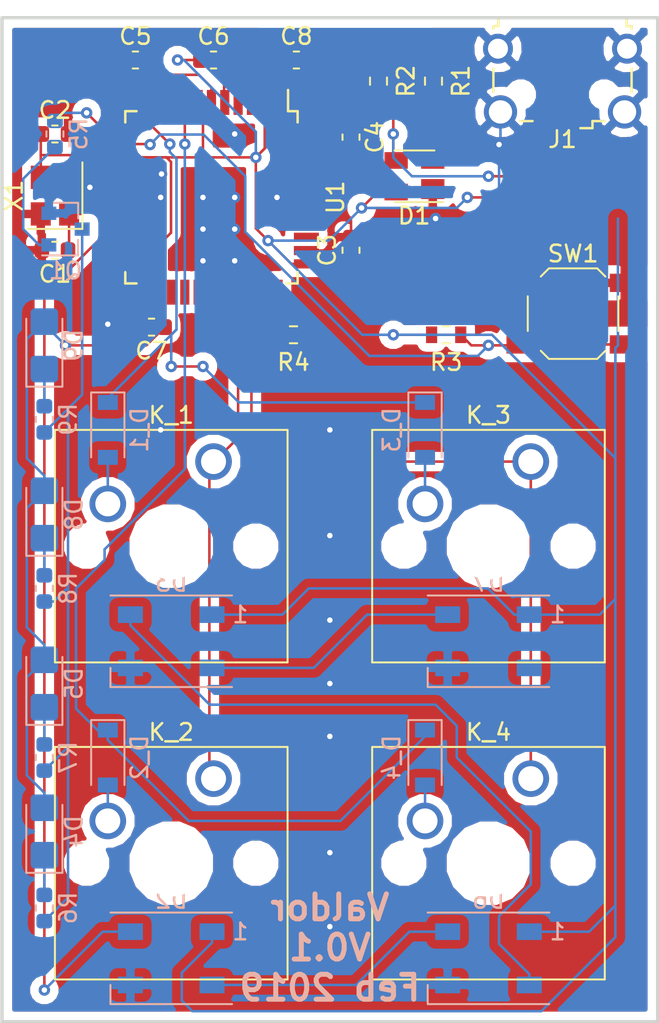
<source format=kicad_pcb>
(kicad_pcb (version 20171130) (host pcbnew 5.0.2)

  (general
    (thickness 1.6)
    (drawings 5)
    (tracks 345)
    (zones 0)
    (modules 39)
    (nets 53)
  )

  (page A4)
  (layers
    (0 F.Cu signal)
    (31 B.Cu signal)
    (32 B.Adhes user)
    (33 F.Adhes user)
    (34 B.Paste user)
    (35 F.Paste user)
    (36 B.SilkS user)
    (37 F.SilkS user)
    (38 B.Mask user)
    (39 F.Mask user)
    (40 Dwgs.User user)
    (41 Cmts.User user)
    (42 Eco1.User user)
    (43 Eco2.User user)
    (44 Edge.Cuts user)
    (45 Margin user)
    (46 B.CrtYd user)
    (47 F.CrtYd user)
    (48 B.Fab user hide)
    (49 F.Fab user hide)
  )

  (setup
    (last_trace_width 0.1524)
    (trace_clearance 0.1524)
    (zone_clearance 0.508)
    (zone_45_only no)
    (trace_min 0.1524)
    (segment_width 0.2)
    (edge_width 0.15)
    (via_size 0.6858)
    (via_drill 0.3302)
    (via_min_size 0.6858)
    (via_min_drill 0.3302)
    (uvia_size 0.6858)
    (uvia_drill 0.3302)
    (uvias_allowed no)
    (uvia_min_size 0.2)
    (uvia_min_drill 0.1)
    (pcb_text_width 0.3)
    (pcb_text_size 1.5 1.5)
    (mod_edge_width 0.15)
    (mod_text_size 1 1)
    (mod_text_width 0.15)
    (pad_size 1.016 1.25)
    (pad_drill 0.55)
    (pad_to_mask_clearance 0.2)
    (solder_mask_min_width 0.25)
    (aux_axis_origin 0 0)
    (grid_origin 71.75 40)
    (visible_elements FFFFFF7F)
    (pcbplotparams
      (layerselection 0x010f0_ffffffff)
      (usegerberextensions true)
      (usegerberattributes false)
      (usegerberadvancedattributes false)
      (creategerberjobfile false)
      (excludeedgelayer true)
      (linewidth 0.100000)
      (plotframeref false)
      (viasonmask false)
      (mode 1)
      (useauxorigin false)
      (hpglpennumber 1)
      (hpglpenspeed 20)
      (hpglpendiameter 15.000000)
      (psnegative false)
      (psa4output false)
      (plotreference true)
      (plotvalue true)
      (plotinvisibletext false)
      (padsonsilk false)
      (subtractmaskfromsilk false)
      (outputformat 1)
      (mirror false)
      (drillshape 0)
      (scaleselection 1)
      (outputdirectory "gerbers/"))
  )

  (net 0 "")
  (net 1 /row0)
  (net 2 /row1)
  (net 3 /col1)
  (net 4 /col0)
  (net 5 GND)
  (net 6 VCC)
  (net 7 "Net-(U1-Pad36)")
  (net 8 /xtal2)
  (net 9 /xtal1)
  (net 10 /D-)
  (net 11 /D+)
  (net 12 /Du-)
  (net 13 /Du+)
  (net 14 /Ucap)
  (net 15 "Net-(U1-Pad1)")
  (net 16 "Net-(U1-Pad9)")
  (net 17 "Net-(U1-Pad10)")
  (net 18 "Net-(U1-Pad18)")
  (net 19 "Net-(U1-Pad19)")
  (net 20 "Net-(U1-Pad22)")
  (net 21 "Net-(U1-Pad25)")
  (net 22 "Net-(U1-Pad26)")
  (net 23 "Net-(U1-Pad27)")
  (net 24 "Net-(U1-Pad28)")
  (net 25 "Net-(U1-Pad29)")
  (net 26 "Net-(U1-Pad32)")
  (net 27 "Net-(U1-Pad37)")
  (net 28 "Net-(U1-Pad38)")
  (net 29 "Net-(U1-Pad39)")
  (net 30 "Net-(U1-Pad40)")
  (net 31 "Net-(U1-Pad41)")
  (net 32 "Net-(U1-Pad42)")
  (net 33 "Net-(U1-Pad21)")
  (net 34 /RGBLED)
  (net 35 /LED)
  (net 36 "Net-(Q1-Pad3)")
  (net 37 "Net-(D5-Pad1)")
  (net 38 "Net-(D4-Pad1)")
  (net 39 "Net-(Q1-Pad1)")
  (net 40 "Net-(R4-Pad2)")
  (net 41 "Net-(R3-Pad1)")
  (net 42 "Net-(D9-Pad1)")
  (net 43 "Net-(D8-Pad1)")
  (net 44 "Net-(D2-Pad2)")
  (net 45 "Net-(D3-Pad4)")
  (net 46 "Net-(D7-Pad2)")
  (net 47 "Net-(D3-Pad2)")
  (net 48 "Net-(D_1-Pad2)")
  (net 49 "Net-(D_2-Pad2)")
  (net 50 "Net-(D_3-Pad2)")
  (net 51 "Net-(D_4-Pad2)")
  (net 52 "Net-(J1-Pad4)")

  (net_class Default "This is the default net class."
    (clearance 0.1524)
    (trace_width 0.1524)
    (via_dia 0.6858)
    (via_drill 0.3302)
    (uvia_dia 0.6858)
    (uvia_drill 0.3302)
    (diff_pair_gap 0.1524)
    (diff_pair_width 0.1524)
    (add_net /D+)
    (add_net /D-)
    (add_net /Du+)
    (add_net /Du-)
    (add_net /LED)
    (add_net /RGBLED)
    (add_net /Ucap)
    (add_net /col0)
    (add_net /col1)
    (add_net /row0)
    (add_net /row1)
    (add_net /xtal1)
    (add_net /xtal2)
    (add_net GND)
    (add_net "Net-(D2-Pad2)")
    (add_net "Net-(D3-Pad2)")
    (add_net "Net-(D3-Pad4)")
    (add_net "Net-(D4-Pad1)")
    (add_net "Net-(D5-Pad1)")
    (add_net "Net-(D7-Pad2)")
    (add_net "Net-(D8-Pad1)")
    (add_net "Net-(D9-Pad1)")
    (add_net "Net-(D_1-Pad2)")
    (add_net "Net-(D_2-Pad2)")
    (add_net "Net-(D_3-Pad2)")
    (add_net "Net-(D_4-Pad2)")
    (add_net "Net-(J1-Pad4)")
    (add_net "Net-(Q1-Pad1)")
    (add_net "Net-(Q1-Pad3)")
    (add_net "Net-(R3-Pad1)")
    (add_net "Net-(R4-Pad2)")
    (add_net "Net-(U1-Pad1)")
    (add_net "Net-(U1-Pad10)")
    (add_net "Net-(U1-Pad18)")
    (add_net "Net-(U1-Pad19)")
    (add_net "Net-(U1-Pad21)")
    (add_net "Net-(U1-Pad22)")
    (add_net "Net-(U1-Pad25)")
    (add_net "Net-(U1-Pad26)")
    (add_net "Net-(U1-Pad27)")
    (add_net "Net-(U1-Pad28)")
    (add_net "Net-(U1-Pad29)")
    (add_net "Net-(U1-Pad32)")
    (add_net "Net-(U1-Pad36)")
    (add_net "Net-(U1-Pad37)")
    (add_net "Net-(U1-Pad38)")
    (add_net "Net-(U1-Pad39)")
    (add_net "Net-(U1-Pad40)")
    (add_net "Net-(U1-Pad41)")
    (add_net "Net-(U1-Pad42)")
    (add_net "Net-(U1-Pad9)")
    (add_net VCC)
  )

  (module LED_SMD:LED_1206_3216Metric_Castellated (layer B.Cu) (tedit 5B301BBE) (tstamp 5C930C18)
    (at 33.015 121.915 90)
    (descr "LED SMD 1206 (3216 Metric), castellated end terminal, IPC_7351 nominal, (Body size source: http://www.tortai-tech.com/upload/download/2011102023233369053.pdf), generated with kicad-footprint-generator")
    (tags "LED castellated")
    (path /5C76D590)
    (attr smd)
    (fp_text reference D5 (at 0 1.78 90) (layer B.SilkS)
      (effects (font (size 1 1) (thickness 0.15)) (justify mirror))
    )
    (fp_text value LED (at 0 -1.78 90) (layer B.Fab)
      (effects (font (size 1 1) (thickness 0.15)) (justify mirror))
    )
    (fp_text user %R (at 0 0 90) (layer B.Fab)
      (effects (font (size 0.8 0.8) (thickness 0.12)) (justify mirror))
    )
    (fp_line (start 2.48 -1.08) (end -2.48 -1.08) (layer B.CrtYd) (width 0.05))
    (fp_line (start 2.48 1.08) (end 2.48 -1.08) (layer B.CrtYd) (width 0.05))
    (fp_line (start -2.48 1.08) (end 2.48 1.08) (layer B.CrtYd) (width 0.05))
    (fp_line (start -2.48 -1.08) (end -2.48 1.08) (layer B.CrtYd) (width 0.05))
    (fp_line (start -2.485 -1.085) (end 1.6 -1.085) (layer B.SilkS) (width 0.12))
    (fp_line (start -2.485 1.085) (end -2.485 -1.085) (layer B.SilkS) (width 0.12))
    (fp_line (start 1.6 1.085) (end -2.485 1.085) (layer B.SilkS) (width 0.12))
    (fp_line (start 1.6 -0.8) (end 1.6 0.8) (layer B.Fab) (width 0.1))
    (fp_line (start -1.6 -0.8) (end 1.6 -0.8) (layer B.Fab) (width 0.1))
    (fp_line (start -1.6 0.4) (end -1.6 -0.8) (layer B.Fab) (width 0.1))
    (fp_line (start -1.2 0.8) (end -1.6 0.4) (layer B.Fab) (width 0.1))
    (fp_line (start 1.6 0.8) (end -1.2 0.8) (layer B.Fab) (width 0.1))
    (pad 2 smd roundrect (at 1.425 0 90) (size 1.6 1.65) (layers B.Cu B.Paste B.Mask) (roundrect_rratio 0.15625)
      (net 6 VCC))
    (pad 1 smd roundrect (at -1.425 0 90) (size 1.6 1.65) (layers B.Cu B.Paste B.Mask) (roundrect_rratio 0.15625)
      (net 37 "Net-(D5-Pad1)"))
    (model ${KISYS3DMOD}/LED_SMD.3dshapes/LED_1206_3216Metric_Castellated.wrl
      (at (xyz 0 0 0))
      (scale (xyz 1 1 1))
      (rotate (xyz 0 0 0))
    )
  )

  (module LED_SMD:LED_1206_3216Metric_Castellated (layer B.Cu) (tedit 5B301BBE) (tstamp 5C930950)
    (at 33.015 130.805 90)
    (descr "LED SMD 1206 (3216 Metric), castellated end terminal, IPC_7351 nominal, (Body size source: http://www.tortai-tech.com/upload/download/2011102023233369053.pdf), generated with kicad-footprint-generator")
    (tags "LED castellated")
    (path /5C76D484)
    (attr smd)
    (fp_text reference D4 (at 0 1.78 90) (layer B.SilkS)
      (effects (font (size 1 1) (thickness 0.15)) (justify mirror))
    )
    (fp_text value LED (at 0 -1.78 90) (layer B.Fab)
      (effects (font (size 1 1) (thickness 0.15)) (justify mirror))
    )
    (fp_line (start 1.6 0.8) (end -1.2 0.8) (layer B.Fab) (width 0.1))
    (fp_line (start -1.2 0.8) (end -1.6 0.4) (layer B.Fab) (width 0.1))
    (fp_line (start -1.6 0.4) (end -1.6 -0.8) (layer B.Fab) (width 0.1))
    (fp_line (start -1.6 -0.8) (end 1.6 -0.8) (layer B.Fab) (width 0.1))
    (fp_line (start 1.6 -0.8) (end 1.6 0.8) (layer B.Fab) (width 0.1))
    (fp_line (start 1.6 1.085) (end -2.485 1.085) (layer B.SilkS) (width 0.12))
    (fp_line (start -2.485 1.085) (end -2.485 -1.085) (layer B.SilkS) (width 0.12))
    (fp_line (start -2.485 -1.085) (end 1.6 -1.085) (layer B.SilkS) (width 0.12))
    (fp_line (start -2.48 -1.08) (end -2.48 1.08) (layer B.CrtYd) (width 0.05))
    (fp_line (start -2.48 1.08) (end 2.48 1.08) (layer B.CrtYd) (width 0.05))
    (fp_line (start 2.48 1.08) (end 2.48 -1.08) (layer B.CrtYd) (width 0.05))
    (fp_line (start 2.48 -1.08) (end -2.48 -1.08) (layer B.CrtYd) (width 0.05))
    (fp_text user %R (at 0 0 90) (layer B.Fab)
      (effects (font (size 0.8 0.8) (thickness 0.12)) (justify mirror))
    )
    (pad 1 smd roundrect (at -1.425 0 90) (size 1.6 1.65) (layers B.Cu B.Paste B.Mask) (roundrect_rratio 0.15625)
      (net 38 "Net-(D4-Pad1)"))
    (pad 2 smd roundrect (at 1.425 0 90) (size 1.6 1.65) (layers B.Cu B.Paste B.Mask) (roundrect_rratio 0.15625)
      (net 6 VCC))
    (model ${KISYS3DMOD}/LED_SMD.3dshapes/LED_1206_3216Metric_Castellated.wrl
      (at (xyz 0 0 0))
      (scale (xyz 1 1 1))
      (rotate (xyz 0 0 0))
    )
  )

  (module LED_SMD:LED_1206_3216Metric_Castellated (layer B.Cu) (tedit 5B301BBE) (tstamp 5C930905)
    (at 33.015 111.755 90)
    (descr "LED SMD 1206 (3216 Metric), castellated end terminal, IPC_7351 nominal, (Body size source: http://www.tortai-tech.com/upload/download/2011102023233369053.pdf), generated with kicad-footprint-generator")
    (tags "LED castellated")
    (path /5C76F8D8)
    (attr smd)
    (fp_text reference D8 (at 0 1.78 90) (layer B.SilkS)
      (effects (font (size 1 1) (thickness 0.15)) (justify mirror))
    )
    (fp_text value LED (at 0 -1.78 90) (layer B.Fab)
      (effects (font (size 1 1) (thickness 0.15)) (justify mirror))
    )
    (fp_text user %R (at 0 0 90) (layer B.Fab)
      (effects (font (size 0.8 0.8) (thickness 0.12)) (justify mirror))
    )
    (fp_line (start 2.48 -1.08) (end -2.48 -1.08) (layer B.CrtYd) (width 0.05))
    (fp_line (start 2.48 1.08) (end 2.48 -1.08) (layer B.CrtYd) (width 0.05))
    (fp_line (start -2.48 1.08) (end 2.48 1.08) (layer B.CrtYd) (width 0.05))
    (fp_line (start -2.48 -1.08) (end -2.48 1.08) (layer B.CrtYd) (width 0.05))
    (fp_line (start -2.485 -1.085) (end 1.6 -1.085) (layer B.SilkS) (width 0.12))
    (fp_line (start -2.485 1.085) (end -2.485 -1.085) (layer B.SilkS) (width 0.12))
    (fp_line (start 1.6 1.085) (end -2.485 1.085) (layer B.SilkS) (width 0.12))
    (fp_line (start 1.6 -0.8) (end 1.6 0.8) (layer B.Fab) (width 0.1))
    (fp_line (start -1.6 -0.8) (end 1.6 -0.8) (layer B.Fab) (width 0.1))
    (fp_line (start -1.6 0.4) (end -1.6 -0.8) (layer B.Fab) (width 0.1))
    (fp_line (start -1.2 0.8) (end -1.6 0.4) (layer B.Fab) (width 0.1))
    (fp_line (start 1.6 0.8) (end -1.2 0.8) (layer B.Fab) (width 0.1))
    (pad 2 smd roundrect (at 1.425 0 90) (size 1.6 1.65) (layers B.Cu B.Paste B.Mask) (roundrect_rratio 0.15625)
      (net 6 VCC))
    (pad 1 smd roundrect (at -1.425 0 90) (size 1.6 1.65) (layers B.Cu B.Paste B.Mask) (roundrect_rratio 0.15625)
      (net 43 "Net-(D8-Pad1)"))
    (model ${KISYS3DMOD}/LED_SMD.3dshapes/LED_1206_3216Metric_Castellated.wrl
      (at (xyz 0 0 0))
      (scale (xyz 1 1 1))
      (rotate (xyz 0 0 0))
    )
  )

  (module LED_SMD:LED_1206_3216Metric_Castellated (layer B.Cu) (tedit 5B301BBE) (tstamp 5C930A22)
    (at 33.015 101.595 90)
    (descr "LED SMD 1206 (3216 Metric), castellated end terminal, IPC_7351 nominal, (Body size source: http://www.tortai-tech.com/upload/download/2011102023233369053.pdf), generated with kicad-footprint-generator")
    (tags "LED castellated")
    (path /5C771C04)
    (attr smd)
    (fp_text reference D9 (at 0 1.78 90) (layer B.SilkS)
      (effects (font (size 1 1) (thickness 0.15)) (justify mirror))
    )
    (fp_text value LED (at 0 -1.78 90) (layer B.Fab)
      (effects (font (size 1 1) (thickness 0.15)) (justify mirror))
    )
    (fp_line (start 1.6 0.8) (end -1.2 0.8) (layer B.Fab) (width 0.1))
    (fp_line (start -1.2 0.8) (end -1.6 0.4) (layer B.Fab) (width 0.1))
    (fp_line (start -1.6 0.4) (end -1.6 -0.8) (layer B.Fab) (width 0.1))
    (fp_line (start -1.6 -0.8) (end 1.6 -0.8) (layer B.Fab) (width 0.1))
    (fp_line (start 1.6 -0.8) (end 1.6 0.8) (layer B.Fab) (width 0.1))
    (fp_line (start 1.6 1.085) (end -2.485 1.085) (layer B.SilkS) (width 0.12))
    (fp_line (start -2.485 1.085) (end -2.485 -1.085) (layer B.SilkS) (width 0.12))
    (fp_line (start -2.485 -1.085) (end 1.6 -1.085) (layer B.SilkS) (width 0.12))
    (fp_line (start -2.48 -1.08) (end -2.48 1.08) (layer B.CrtYd) (width 0.05))
    (fp_line (start -2.48 1.08) (end 2.48 1.08) (layer B.CrtYd) (width 0.05))
    (fp_line (start 2.48 1.08) (end 2.48 -1.08) (layer B.CrtYd) (width 0.05))
    (fp_line (start 2.48 -1.08) (end -2.48 -1.08) (layer B.CrtYd) (width 0.05))
    (fp_text user %R (at 0 0 90) (layer B.Fab)
      (effects (font (size 0.8 0.8) (thickness 0.12)) (justify mirror))
    )
    (pad 1 smd roundrect (at -1.425 0 90) (size 1.6 1.65) (layers B.Cu B.Paste B.Mask) (roundrect_rratio 0.15625)
      (net 42 "Net-(D9-Pad1)"))
    (pad 2 smd roundrect (at 1.425 0 90) (size 1.6 1.65) (layers B.Cu B.Paste B.Mask) (roundrect_rratio 0.15625)
      (net 6 VCC))
    (model ${KISYS3DMOD}/LED_SMD.3dshapes/LED_1206_3216Metric_Castellated.wrl
      (at (xyz 0 0 0))
      (scale (xyz 1 1 1))
      (rotate (xyz 0 0 0))
    )
  )

  (module Package_TO_SOT_SMD:SOT-23 (layer B.Cu) (tedit 5A02FF57) (tstamp 5C92F4C4)
    (at 34.285 94.61)
    (descr "SOT-23, Standard")
    (tags SOT-23)
    (path /5C76ACFA)
    (attr smd)
    (fp_text reference Q1 (at 0 2.5) (layer B.SilkS)
      (effects (font (size 1 1) (thickness 0.15)) (justify mirror))
    )
    (fp_text value 2N7002 (at 0 -2.5) (layer B.Fab)
      (effects (font (size 1 1) (thickness 0.15)) (justify mirror))
    )
    (fp_text user %R (at 0 0 -90) (layer B.Fab)
      (effects (font (size 0.5 0.5) (thickness 0.075)) (justify mirror))
    )
    (fp_line (start -0.7 0.95) (end -0.7 -1.5) (layer B.Fab) (width 0.1))
    (fp_line (start -0.15 1.52) (end 0.7 1.52) (layer B.Fab) (width 0.1))
    (fp_line (start -0.7 0.95) (end -0.15 1.52) (layer B.Fab) (width 0.1))
    (fp_line (start 0.7 1.52) (end 0.7 -1.52) (layer B.Fab) (width 0.1))
    (fp_line (start -0.7 -1.52) (end 0.7 -1.52) (layer B.Fab) (width 0.1))
    (fp_line (start 0.76 -1.58) (end 0.76 -0.65) (layer B.SilkS) (width 0.12))
    (fp_line (start 0.76 1.58) (end 0.76 0.65) (layer B.SilkS) (width 0.12))
    (fp_line (start -1.7 1.75) (end 1.7 1.75) (layer B.CrtYd) (width 0.05))
    (fp_line (start 1.7 1.75) (end 1.7 -1.75) (layer B.CrtYd) (width 0.05))
    (fp_line (start 1.7 -1.75) (end -1.7 -1.75) (layer B.CrtYd) (width 0.05))
    (fp_line (start -1.7 -1.75) (end -1.7 1.75) (layer B.CrtYd) (width 0.05))
    (fp_line (start 0.76 1.58) (end -1.4 1.58) (layer B.SilkS) (width 0.12))
    (fp_line (start 0.76 -1.58) (end -0.7 -1.58) (layer B.SilkS) (width 0.12))
    (pad 1 smd rect (at -1 0.95) (size 0.9 0.8) (layers B.Cu B.Paste B.Mask)
      (net 39 "Net-(Q1-Pad1)"))
    (pad 2 smd rect (at -1 -0.95) (size 0.9 0.8) (layers B.Cu B.Paste B.Mask)
      (net 5 GND))
    (pad 3 smd rect (at 1 0) (size 0.9 0.8) (layers B.Cu B.Paste B.Mask)
      (net 36 "Net-(Q1-Pad3)"))
    (model ${KISYS3DMOD}/Package_TO_SOT_SMD.3dshapes/SOT-23.wrl
      (at (xyz 0 0 0))
      (scale (xyz 1 1 1))
      (rotate (xyz 0 0 0))
    )
  )

  (module Resistor_SMD:R_0603_1608Metric (layer B.Cu) (tedit 5B301BBD) (tstamp 5C92F4AF)
    (at 33.65 88.895 90)
    (descr "Resistor SMD 0603 (1608 Metric), square (rectangular) end terminal, IPC_7351 nominal, (Body size source: http://www.tortai-tech.com/upload/download/2011102023233369053.pdf), generated with kicad-footprint-generator")
    (tags resistor)
    (path /5C79762C)
    (attr smd)
    (fp_text reference R5 (at 0 1.43 90) (layer B.SilkS)
      (effects (font (size 1 1) (thickness 0.15)) (justify mirror))
    )
    (fp_text value 1K (at 0 -1.43 90) (layer B.Fab)
      (effects (font (size 1 1) (thickness 0.15)) (justify mirror))
    )
    (fp_line (start -0.8 -0.4) (end -0.8 0.4) (layer B.Fab) (width 0.1))
    (fp_line (start -0.8 0.4) (end 0.8 0.4) (layer B.Fab) (width 0.1))
    (fp_line (start 0.8 0.4) (end 0.8 -0.4) (layer B.Fab) (width 0.1))
    (fp_line (start 0.8 -0.4) (end -0.8 -0.4) (layer B.Fab) (width 0.1))
    (fp_line (start -0.162779 0.51) (end 0.162779 0.51) (layer B.SilkS) (width 0.12))
    (fp_line (start -0.162779 -0.51) (end 0.162779 -0.51) (layer B.SilkS) (width 0.12))
    (fp_line (start -1.48 -0.73) (end -1.48 0.73) (layer B.CrtYd) (width 0.05))
    (fp_line (start -1.48 0.73) (end 1.48 0.73) (layer B.CrtYd) (width 0.05))
    (fp_line (start 1.48 0.73) (end 1.48 -0.73) (layer B.CrtYd) (width 0.05))
    (fp_line (start 1.48 -0.73) (end -1.48 -0.73) (layer B.CrtYd) (width 0.05))
    (fp_text user %R (at 0 0 90) (layer B.Fab)
      (effects (font (size 0.4 0.4) (thickness 0.06)) (justify mirror))
    )
    (pad 1 smd roundrect (at -0.7875 0 90) (size 0.875 0.95) (layers B.Cu B.Paste B.Mask) (roundrect_rratio 0.25)
      (net 39 "Net-(Q1-Pad1)"))
    (pad 2 smd roundrect (at 0.7875 0 90) (size 0.875 0.95) (layers B.Cu B.Paste B.Mask) (roundrect_rratio 0.25)
      (net 35 /LED))
    (model ${KISYS3DMOD}/Resistor_SMD.3dshapes/R_0603_1608Metric.wrl
      (at (xyz 0 0 0))
      (scale (xyz 1 1 1))
      (rotate (xyz 0 0 0))
    )
  )

  (module Resistor_SMD:R_0603_1608Metric (layer B.Cu) (tedit 5B301BBD) (tstamp 5C92F41E)
    (at 33.015 135.4025 90)
    (descr "Resistor SMD 0603 (1608 Metric), square (rectangular) end terminal, IPC_7351 nominal, (Body size source: http://www.tortai-tech.com/upload/download/2011102023233369053.pdf), generated with kicad-footprint-generator")
    (tags resistor)
    (path /5C773FDF)
    (attr smd)
    (fp_text reference R6 (at 0 1.43 90) (layer B.SilkS)
      (effects (font (size 1 1) (thickness 0.15)) (justify mirror))
    )
    (fp_text value 1K (at 0 -1.43 90) (layer B.Fab)
      (effects (font (size 1 1) (thickness 0.15)) (justify mirror))
    )
    (fp_text user %R (at 0 0 90) (layer B.Fab)
      (effects (font (size 0.4 0.4) (thickness 0.06)) (justify mirror))
    )
    (fp_line (start 1.48 -0.73) (end -1.48 -0.73) (layer B.CrtYd) (width 0.05))
    (fp_line (start 1.48 0.73) (end 1.48 -0.73) (layer B.CrtYd) (width 0.05))
    (fp_line (start -1.48 0.73) (end 1.48 0.73) (layer B.CrtYd) (width 0.05))
    (fp_line (start -1.48 -0.73) (end -1.48 0.73) (layer B.CrtYd) (width 0.05))
    (fp_line (start -0.162779 -0.51) (end 0.162779 -0.51) (layer B.SilkS) (width 0.12))
    (fp_line (start -0.162779 0.51) (end 0.162779 0.51) (layer B.SilkS) (width 0.12))
    (fp_line (start 0.8 -0.4) (end -0.8 -0.4) (layer B.Fab) (width 0.1))
    (fp_line (start 0.8 0.4) (end 0.8 -0.4) (layer B.Fab) (width 0.1))
    (fp_line (start -0.8 0.4) (end 0.8 0.4) (layer B.Fab) (width 0.1))
    (fp_line (start -0.8 -0.4) (end -0.8 0.4) (layer B.Fab) (width 0.1))
    (pad 2 smd roundrect (at 0.7875 0 90) (size 0.875 0.95) (layers B.Cu B.Paste B.Mask) (roundrect_rratio 0.25)
      (net 38 "Net-(D4-Pad1)"))
    (pad 1 smd roundrect (at -0.7875 0 90) (size 0.875 0.95) (layers B.Cu B.Paste B.Mask) (roundrect_rratio 0.25)
      (net 36 "Net-(Q1-Pad3)"))
    (model ${KISYS3DMOD}/Resistor_SMD.3dshapes/R_0603_1608Metric.wrl
      (at (xyz 0 0 0))
      (scale (xyz 1 1 1))
      (rotate (xyz 0 0 0))
    )
  )

  (module Resistor_SMD:R_0603_1608Metric (layer B.Cu) (tedit 5B301BBD) (tstamp 5C92F40D)
    (at 33.015 126.36 90)
    (descr "Resistor SMD 0603 (1608 Metric), square (rectangular) end terminal, IPC_7351 nominal, (Body size source: http://www.tortai-tech.com/upload/download/2011102023233369053.pdf), generated with kicad-footprint-generator")
    (tags resistor)
    (path /5C774153)
    (attr smd)
    (fp_text reference R7 (at 0 1.43 90) (layer B.SilkS)
      (effects (font (size 1 1) (thickness 0.15)) (justify mirror))
    )
    (fp_text value 1K (at 0 -1.43 90) (layer B.Fab)
      (effects (font (size 1 1) (thickness 0.15)) (justify mirror))
    )
    (fp_line (start -0.8 -0.4) (end -0.8 0.4) (layer B.Fab) (width 0.1))
    (fp_line (start -0.8 0.4) (end 0.8 0.4) (layer B.Fab) (width 0.1))
    (fp_line (start 0.8 0.4) (end 0.8 -0.4) (layer B.Fab) (width 0.1))
    (fp_line (start 0.8 -0.4) (end -0.8 -0.4) (layer B.Fab) (width 0.1))
    (fp_line (start -0.162779 0.51) (end 0.162779 0.51) (layer B.SilkS) (width 0.12))
    (fp_line (start -0.162779 -0.51) (end 0.162779 -0.51) (layer B.SilkS) (width 0.12))
    (fp_line (start -1.48 -0.73) (end -1.48 0.73) (layer B.CrtYd) (width 0.05))
    (fp_line (start -1.48 0.73) (end 1.48 0.73) (layer B.CrtYd) (width 0.05))
    (fp_line (start 1.48 0.73) (end 1.48 -0.73) (layer B.CrtYd) (width 0.05))
    (fp_line (start 1.48 -0.73) (end -1.48 -0.73) (layer B.CrtYd) (width 0.05))
    (fp_text user %R (at 0 0 90) (layer B.Fab)
      (effects (font (size 0.4 0.4) (thickness 0.06)) (justify mirror))
    )
    (pad 1 smd roundrect (at -0.7875 0 90) (size 0.875 0.95) (layers B.Cu B.Paste B.Mask) (roundrect_rratio 0.25)
      (net 36 "Net-(Q1-Pad3)"))
    (pad 2 smd roundrect (at 0.7875 0 90) (size 0.875 0.95) (layers B.Cu B.Paste B.Mask) (roundrect_rratio 0.25)
      (net 37 "Net-(D5-Pad1)"))
    (model ${KISYS3DMOD}/Resistor_SMD.3dshapes/R_0603_1608Metric.wrl
      (at (xyz 0 0 0))
      (scale (xyz 1 1 1))
      (rotate (xyz 0 0 0))
    )
  )

  (module Resistor_SMD:R_0603_1608Metric (layer B.Cu) (tedit 5B301BBD) (tstamp 5C92F3FC)
    (at 33.015 116.2 90)
    (descr "Resistor SMD 0603 (1608 Metric), square (rectangular) end terminal, IPC_7351 nominal, (Body size source: http://www.tortai-tech.com/upload/download/2011102023233369053.pdf), generated with kicad-footprint-generator")
    (tags resistor)
    (path /5C77647D)
    (attr smd)
    (fp_text reference R8 (at 0 1.43 90) (layer B.SilkS)
      (effects (font (size 1 1) (thickness 0.15)) (justify mirror))
    )
    (fp_text value 1K (at 0 -1.43 90) (layer B.Fab)
      (effects (font (size 1 1) (thickness 0.15)) (justify mirror))
    )
    (fp_text user %R (at 0 0 90) (layer B.Fab)
      (effects (font (size 0.4 0.4) (thickness 0.06)) (justify mirror))
    )
    (fp_line (start 1.48 -0.73) (end -1.48 -0.73) (layer B.CrtYd) (width 0.05))
    (fp_line (start 1.48 0.73) (end 1.48 -0.73) (layer B.CrtYd) (width 0.05))
    (fp_line (start -1.48 0.73) (end 1.48 0.73) (layer B.CrtYd) (width 0.05))
    (fp_line (start -1.48 -0.73) (end -1.48 0.73) (layer B.CrtYd) (width 0.05))
    (fp_line (start -0.162779 -0.51) (end 0.162779 -0.51) (layer B.SilkS) (width 0.12))
    (fp_line (start -0.162779 0.51) (end 0.162779 0.51) (layer B.SilkS) (width 0.12))
    (fp_line (start 0.8 -0.4) (end -0.8 -0.4) (layer B.Fab) (width 0.1))
    (fp_line (start 0.8 0.4) (end 0.8 -0.4) (layer B.Fab) (width 0.1))
    (fp_line (start -0.8 0.4) (end 0.8 0.4) (layer B.Fab) (width 0.1))
    (fp_line (start -0.8 -0.4) (end -0.8 0.4) (layer B.Fab) (width 0.1))
    (pad 2 smd roundrect (at 0.7875 0 90) (size 0.875 0.95) (layers B.Cu B.Paste B.Mask) (roundrect_rratio 0.25)
      (net 43 "Net-(D8-Pad1)"))
    (pad 1 smd roundrect (at -0.7875 0 90) (size 0.875 0.95) (layers B.Cu B.Paste B.Mask) (roundrect_rratio 0.25)
      (net 36 "Net-(Q1-Pad3)"))
    (model ${KISYS3DMOD}/Resistor_SMD.3dshapes/R_0603_1608Metric.wrl
      (at (xyz 0 0 0))
      (scale (xyz 1 1 1))
      (rotate (xyz 0 0 0))
    )
  )

  (module Resistor_SMD:R_0603_1608Metric (layer B.Cu) (tedit 5B301BBD) (tstamp 5C92F3EB)
    (at 33.015 106.04 90)
    (descr "Resistor SMD 0603 (1608 Metric), square (rectangular) end terminal, IPC_7351 nominal, (Body size source: http://www.tortai-tech.com/upload/download/2011102023233369053.pdf), generated with kicad-footprint-generator")
    (tags resistor)
    (path /5C7787A5)
    (attr smd)
    (fp_text reference R9 (at 0 1.43 90) (layer B.SilkS)
      (effects (font (size 1 1) (thickness 0.15)) (justify mirror))
    )
    (fp_text value 1K (at 0 -1.43 90) (layer B.Fab)
      (effects (font (size 1 1) (thickness 0.15)) (justify mirror))
    )
    (fp_text user %R (at 0 0 90) (layer B.Fab)
      (effects (font (size 0.4 0.4) (thickness 0.06)) (justify mirror))
    )
    (fp_line (start 1.48 -0.73) (end -1.48 -0.73) (layer B.CrtYd) (width 0.05))
    (fp_line (start 1.48 0.73) (end 1.48 -0.73) (layer B.CrtYd) (width 0.05))
    (fp_line (start -1.48 0.73) (end 1.48 0.73) (layer B.CrtYd) (width 0.05))
    (fp_line (start -1.48 -0.73) (end -1.48 0.73) (layer B.CrtYd) (width 0.05))
    (fp_line (start -0.162779 -0.51) (end 0.162779 -0.51) (layer B.SilkS) (width 0.12))
    (fp_line (start -0.162779 0.51) (end 0.162779 0.51) (layer B.SilkS) (width 0.12))
    (fp_line (start 0.8 -0.4) (end -0.8 -0.4) (layer B.Fab) (width 0.1))
    (fp_line (start 0.8 0.4) (end 0.8 -0.4) (layer B.Fab) (width 0.1))
    (fp_line (start -0.8 0.4) (end 0.8 0.4) (layer B.Fab) (width 0.1))
    (fp_line (start -0.8 -0.4) (end -0.8 0.4) (layer B.Fab) (width 0.1))
    (pad 2 smd roundrect (at 0.7875 0 90) (size 0.875 0.95) (layers B.Cu B.Paste B.Mask) (roundrect_rratio 0.25)
      (net 42 "Net-(D9-Pad1)"))
    (pad 1 smd roundrect (at -0.7875 0 90) (size 0.875 0.95) (layers B.Cu B.Paste B.Mask) (roundrect_rratio 0.25)
      (net 36 "Net-(Q1-Pad3)"))
    (model ${KISYS3DMOD}/Resistor_SMD.3dshapes/R_0603_1608Metric.wrl
      (at (xyz 0 0 0))
      (scale (xyz 1 1 1))
      (rotate (xyz 0 0 0))
    )
  )

  (module LED_SMD:LED_WS2812B_PLCC4_5.0x5.0mm_P3.2mm (layer B.Cu) (tedit 5AA4B285) (tstamp 5C87E86A)
    (at 59.685 119.375 180)
    (descr https://cdn-shop.adafruit.com/datasheets/WS2812B.pdf)
    (tags "LED RGB NeoPixel")
    (path /5C74B3EC)
    (attr smd)
    (fp_text reference D7 (at 0 3.5 180) (layer B.SilkS)
      (effects (font (size 1 1) (thickness 0.15)) (justify mirror))
    )
    (fp_text value WS2812B (at 0 -4 180) (layer B.Fab)
      (effects (font (size 1 1) (thickness 0.15)) (justify mirror))
    )
    (fp_circle (center 0 0) (end 0 2) (layer B.Fab) (width 0.1))
    (fp_line (start 3.65 -2.75) (end 3.65 -1.6) (layer B.SilkS) (width 0.12))
    (fp_line (start -3.65 -2.75) (end 3.65 -2.75) (layer B.SilkS) (width 0.12))
    (fp_line (start -3.65 2.75) (end 3.65 2.75) (layer B.SilkS) (width 0.12))
    (fp_line (start 2.5 2.5) (end -2.5 2.5) (layer B.Fab) (width 0.1))
    (fp_line (start 2.5 -2.5) (end 2.5 2.5) (layer B.Fab) (width 0.1))
    (fp_line (start -2.5 -2.5) (end 2.5 -2.5) (layer B.Fab) (width 0.1))
    (fp_line (start -2.5 2.5) (end -2.5 -2.5) (layer B.Fab) (width 0.1))
    (fp_line (start 2.5 -1.5) (end 1.5 -2.5) (layer B.Fab) (width 0.1))
    (fp_line (start -3.45 2.75) (end -3.45 -2.75) (layer B.CrtYd) (width 0.05))
    (fp_line (start -3.45 -2.75) (end 3.45 -2.75) (layer B.CrtYd) (width 0.05))
    (fp_line (start 3.45 -2.75) (end 3.45 2.75) (layer B.CrtYd) (width 0.05))
    (fp_line (start 3.45 2.75) (end -3.45 2.75) (layer B.CrtYd) (width 0.05))
    (fp_text user %R (at 0 0 180) (layer B.Fab)
      (effects (font (size 0.8 0.8) (thickness 0.15)) (justify mirror))
    )
    (fp_text user 1 (at -4.15 1.6 180) (layer B.SilkS)
      (effects (font (size 1 1) (thickness 0.15)) (justify mirror))
    )
    (pad 1 smd rect (at -2.45 1.6 180) (size 1.5 1) (layers B.Cu B.Paste B.Mask)
      (net 6 VCC))
    (pad 2 smd rect (at -2.45 -1.6 180) (size 1.5 1) (layers B.Cu B.Paste B.Mask)
      (net 46 "Net-(D7-Pad2)"))
    (pad 4 smd rect (at 2.45 1.6 180) (size 1.5 1) (layers B.Cu B.Paste B.Mask)
      (net 47 "Net-(D3-Pad2)"))
    (pad 3 smd rect (at 2.45 -1.6 180) (size 1.5 1) (layers B.Cu B.Paste B.Mask)
      (net 5 GND))
    (model ${KISYS3DMOD}/LED_SMD.3dshapes/LED_WS2812B_PLCC4_5.0x5.0mm_P3.2mm.wrl
      (at (xyz 0 0 0))
      (scale (xyz 1 1 1))
      (rotate (xyz 0 0 0))
    )
  )

  (module LED_SMD:LED_WS2812B_PLCC4_5.0x5.0mm_P3.2mm (layer B.Cu) (tedit 5AA4B285) (tstamp 5C87E853)
    (at 59.685 138.425 180)
    (descr https://cdn-shop.adafruit.com/datasheets/WS2812B.pdf)
    (tags "LED RGB NeoPixel")
    (path /5C74B2C6)
    (attr smd)
    (fp_text reference D6 (at 0 3.5 180) (layer B.SilkS)
      (effects (font (size 1 1) (thickness 0.15)) (justify mirror))
    )
    (fp_text value WS2812B (at 0 -4 180) (layer B.Fab)
      (effects (font (size 1 1) (thickness 0.15)) (justify mirror))
    )
    (fp_text user 1 (at -4.15 1.6 180) (layer B.SilkS)
      (effects (font (size 1 1) (thickness 0.15)) (justify mirror))
    )
    (fp_text user %R (at 0 0 180) (layer B.Fab)
      (effects (font (size 0.8 0.8) (thickness 0.15)) (justify mirror))
    )
    (fp_line (start 3.45 2.75) (end -3.45 2.75) (layer B.CrtYd) (width 0.05))
    (fp_line (start 3.45 -2.75) (end 3.45 2.75) (layer B.CrtYd) (width 0.05))
    (fp_line (start -3.45 -2.75) (end 3.45 -2.75) (layer B.CrtYd) (width 0.05))
    (fp_line (start -3.45 2.75) (end -3.45 -2.75) (layer B.CrtYd) (width 0.05))
    (fp_line (start 2.5 -1.5) (end 1.5 -2.5) (layer B.Fab) (width 0.1))
    (fp_line (start -2.5 2.5) (end -2.5 -2.5) (layer B.Fab) (width 0.1))
    (fp_line (start -2.5 -2.5) (end 2.5 -2.5) (layer B.Fab) (width 0.1))
    (fp_line (start 2.5 -2.5) (end 2.5 2.5) (layer B.Fab) (width 0.1))
    (fp_line (start 2.5 2.5) (end -2.5 2.5) (layer B.Fab) (width 0.1))
    (fp_line (start -3.65 2.75) (end 3.65 2.75) (layer B.SilkS) (width 0.12))
    (fp_line (start -3.65 -2.75) (end 3.65 -2.75) (layer B.SilkS) (width 0.12))
    (fp_line (start 3.65 -2.75) (end 3.65 -1.6) (layer B.SilkS) (width 0.12))
    (fp_circle (center 0 0) (end 0 2) (layer B.Fab) (width 0.1))
    (pad 3 smd rect (at 2.45 -1.6 180) (size 1.5 1) (layers B.Cu B.Paste B.Mask)
      (net 5 GND))
    (pad 4 smd rect (at 2.45 1.6 180) (size 1.5 1) (layers B.Cu B.Paste B.Mask)
      (net 44 "Net-(D2-Pad2)"))
    (pad 2 smd rect (at -2.45 -1.6 180) (size 1.5 1) (layers B.Cu B.Paste B.Mask)
      (net 45 "Net-(D3-Pad4)"))
    (pad 1 smd rect (at -2.45 1.6 180) (size 1.5 1) (layers B.Cu B.Paste B.Mask)
      (net 6 VCC))
    (model ${KISYS3DMOD}/LED_SMD.3dshapes/LED_WS2812B_PLCC4_5.0x5.0mm_P3.2mm.wrl
      (at (xyz 0 0 0))
      (scale (xyz 1 1 1))
      (rotate (xyz 0 0 0))
    )
  )

  (module LED_SMD:LED_WS2812B_PLCC4_5.0x5.0mm_P3.2mm (layer B.Cu) (tedit 5AA4B285) (tstamp 5C87E83C)
    (at 40.635 119.375 180)
    (descr https://cdn-shop.adafruit.com/datasheets/WS2812B.pdf)
    (tags "LED RGB NeoPixel")
    (path /5C74B1D9)
    (attr smd)
    (fp_text reference D3 (at 0 3.5 180) (layer B.SilkS)
      (effects (font (size 1 1) (thickness 0.15)) (justify mirror))
    )
    (fp_text value WS2812B (at 0 -4 180) (layer B.Fab)
      (effects (font (size 1 1) (thickness 0.15)) (justify mirror))
    )
    (fp_circle (center 0 0) (end 0 2) (layer B.Fab) (width 0.1))
    (fp_line (start 3.65 -2.75) (end 3.65 -1.6) (layer B.SilkS) (width 0.12))
    (fp_line (start -3.65 -2.75) (end 3.65 -2.75) (layer B.SilkS) (width 0.12))
    (fp_line (start -3.65 2.75) (end 3.65 2.75) (layer B.SilkS) (width 0.12))
    (fp_line (start 2.5 2.5) (end -2.5 2.5) (layer B.Fab) (width 0.1))
    (fp_line (start 2.5 -2.5) (end 2.5 2.5) (layer B.Fab) (width 0.1))
    (fp_line (start -2.5 -2.5) (end 2.5 -2.5) (layer B.Fab) (width 0.1))
    (fp_line (start -2.5 2.5) (end -2.5 -2.5) (layer B.Fab) (width 0.1))
    (fp_line (start 2.5 -1.5) (end 1.5 -2.5) (layer B.Fab) (width 0.1))
    (fp_line (start -3.45 2.75) (end -3.45 -2.75) (layer B.CrtYd) (width 0.05))
    (fp_line (start -3.45 -2.75) (end 3.45 -2.75) (layer B.CrtYd) (width 0.05))
    (fp_line (start 3.45 -2.75) (end 3.45 2.75) (layer B.CrtYd) (width 0.05))
    (fp_line (start 3.45 2.75) (end -3.45 2.75) (layer B.CrtYd) (width 0.05))
    (fp_text user %R (at 0 0 180) (layer B.Fab)
      (effects (font (size 0.8 0.8) (thickness 0.15)) (justify mirror))
    )
    (fp_text user 1 (at -4.15 1.6 180) (layer B.SilkS)
      (effects (font (size 1 1) (thickness 0.15)) (justify mirror))
    )
    (pad 1 smd rect (at -2.45 1.6 180) (size 1.5 1) (layers B.Cu B.Paste B.Mask)
      (net 6 VCC))
    (pad 2 smd rect (at -2.45 -1.6 180) (size 1.5 1) (layers B.Cu B.Paste B.Mask)
      (net 47 "Net-(D3-Pad2)"))
    (pad 4 smd rect (at 2.45 1.6 180) (size 1.5 1) (layers B.Cu B.Paste B.Mask)
      (net 45 "Net-(D3-Pad4)"))
    (pad 3 smd rect (at 2.45 -1.6 180) (size 1.5 1) (layers B.Cu B.Paste B.Mask)
      (net 5 GND))
    (model ${KISYS3DMOD}/LED_SMD.3dshapes/LED_WS2812B_PLCC4_5.0x5.0mm_P3.2mm.wrl
      (at (xyz 0 0 0))
      (scale (xyz 1 1 1))
      (rotate (xyz 0 0 0))
    )
  )

  (module LED_SMD:LED_WS2812B_PLCC4_5.0x5.0mm_P3.2mm (layer B.Cu) (tedit 5AA4B285) (tstamp 5C87E825)
    (at 40.635 138.425 180)
    (descr https://cdn-shop.adafruit.com/datasheets/WS2812B.pdf)
    (tags "LED RGB NeoPixel")
    (path /5C74B12B)
    (attr smd)
    (fp_text reference D2 (at 0 3.5 180) (layer B.SilkS)
      (effects (font (size 1 1) (thickness 0.15)) (justify mirror))
    )
    (fp_text value WS2812B (at 0 -4 180) (layer B.Fab)
      (effects (font (size 1 1) (thickness 0.15)) (justify mirror))
    )
    (fp_text user 1 (at -4.15 1.6 180) (layer B.SilkS)
      (effects (font (size 1 1) (thickness 0.15)) (justify mirror))
    )
    (fp_text user %R (at 0 0 180) (layer B.Fab)
      (effects (font (size 0.8 0.8) (thickness 0.15)) (justify mirror))
    )
    (fp_line (start 3.45 2.75) (end -3.45 2.75) (layer B.CrtYd) (width 0.05))
    (fp_line (start 3.45 -2.75) (end 3.45 2.75) (layer B.CrtYd) (width 0.05))
    (fp_line (start -3.45 -2.75) (end 3.45 -2.75) (layer B.CrtYd) (width 0.05))
    (fp_line (start -3.45 2.75) (end -3.45 -2.75) (layer B.CrtYd) (width 0.05))
    (fp_line (start 2.5 -1.5) (end 1.5 -2.5) (layer B.Fab) (width 0.1))
    (fp_line (start -2.5 2.5) (end -2.5 -2.5) (layer B.Fab) (width 0.1))
    (fp_line (start -2.5 -2.5) (end 2.5 -2.5) (layer B.Fab) (width 0.1))
    (fp_line (start 2.5 -2.5) (end 2.5 2.5) (layer B.Fab) (width 0.1))
    (fp_line (start 2.5 2.5) (end -2.5 2.5) (layer B.Fab) (width 0.1))
    (fp_line (start -3.65 2.75) (end 3.65 2.75) (layer B.SilkS) (width 0.12))
    (fp_line (start -3.65 -2.75) (end 3.65 -2.75) (layer B.SilkS) (width 0.12))
    (fp_line (start 3.65 -2.75) (end 3.65 -1.6) (layer B.SilkS) (width 0.12))
    (fp_circle (center 0 0) (end 0 2) (layer B.Fab) (width 0.1))
    (pad 3 smd rect (at 2.45 -1.6 180) (size 1.5 1) (layers B.Cu B.Paste B.Mask)
      (net 5 GND))
    (pad 4 smd rect (at 2.45 1.6 180) (size 1.5 1) (layers B.Cu B.Paste B.Mask)
      (net 34 /RGBLED))
    (pad 2 smd rect (at -2.45 -1.6 180) (size 1.5 1) (layers B.Cu B.Paste B.Mask)
      (net 44 "Net-(D2-Pad2)"))
    (pad 1 smd rect (at -2.45 1.6 180) (size 1.5 1) (layers B.Cu B.Paste B.Mask)
      (net 6 VCC))
    (model ${KISYS3DMOD}/LED_SMD.3dshapes/LED_WS2812B_PLCC4_5.0x5.0mm_P3.2mm.wrl
      (at (xyz 0 0 0))
      (scale (xyz 1 1 1))
      (rotate (xyz 0 0 0))
    )
  )

  (module Capacitor_SMD:C_0603_1608Metric (layer F.Cu) (tedit 5B301BBE) (tstamp 5C8728D9)
    (at 39.45 100.5 180)
    (descr "Capacitor SMD 0603 (1608 Metric), square (rectangular) end terminal, IPC_7351 nominal, (Body size source: http://www.tortai-tech.com/upload/download/2011102023233369053.pdf), generated with kicad-footprint-generator")
    (tags capacitor)
    (path /5B92F482)
    (attr smd)
    (fp_text reference C7 (at 0 -1.43 180) (layer F.SilkS)
      (effects (font (size 1 1) (thickness 0.15)))
    )
    (fp_text value 0.1u (at 0 1.43 180) (layer F.Fab)
      (effects (font (size 1 1) (thickness 0.15)))
    )
    (fp_text user %R (at 0 0 180) (layer F.Fab)
      (effects (font (size 0.4 0.4) (thickness 0.06)))
    )
    (fp_line (start 1.48 0.73) (end -1.48 0.73) (layer F.CrtYd) (width 0.05))
    (fp_line (start 1.48 -0.73) (end 1.48 0.73) (layer F.CrtYd) (width 0.05))
    (fp_line (start -1.48 -0.73) (end 1.48 -0.73) (layer F.CrtYd) (width 0.05))
    (fp_line (start -1.48 0.73) (end -1.48 -0.73) (layer F.CrtYd) (width 0.05))
    (fp_line (start -0.162779 0.51) (end 0.162779 0.51) (layer F.SilkS) (width 0.12))
    (fp_line (start -0.162779 -0.51) (end 0.162779 -0.51) (layer F.SilkS) (width 0.12))
    (fp_line (start 0.8 0.4) (end -0.8 0.4) (layer F.Fab) (width 0.1))
    (fp_line (start 0.8 -0.4) (end 0.8 0.4) (layer F.Fab) (width 0.1))
    (fp_line (start -0.8 -0.4) (end 0.8 -0.4) (layer F.Fab) (width 0.1))
    (fp_line (start -0.8 0.4) (end -0.8 -0.4) (layer F.Fab) (width 0.1))
    (pad 2 smd roundrect (at 0.7875 0 180) (size 0.875 0.95) (layers F.Cu F.Paste F.Mask) (roundrect_rratio 0.25)
      (net 5 GND))
    (pad 1 smd roundrect (at -0.7875 0 180) (size 0.875 0.95) (layers F.Cu F.Paste F.Mask) (roundrect_rratio 0.25)
      (net 6 VCC))
    (model ${KISYS3DMOD}/Capacitor_SMD.3dshapes/C_0603_1608Metric.wrl
      (at (xyz 0 0 0))
      (scale (xyz 1 1 1))
      (rotate (xyz 0 0 0))
    )
  )

  (module Capacitor_SMD:C_0603_1608Metric (layer F.Cu) (tedit 5B301BBE) (tstamp 5C8728C9)
    (at 43.175 84.45)
    (descr "Capacitor SMD 0603 (1608 Metric), square (rectangular) end terminal, IPC_7351 nominal, (Body size source: http://www.tortai-tech.com/upload/download/2011102023233369053.pdf), generated with kicad-footprint-generator")
    (tags capacitor)
    (path /5B92F1FC)
    (attr smd)
    (fp_text reference C6 (at 0 -1.43) (layer F.SilkS)
      (effects (font (size 1 1) (thickness 0.15)))
    )
    (fp_text value 0.1u (at 0 1.43) (layer F.Fab)
      (effects (font (size 1 1) (thickness 0.15)))
    )
    (fp_line (start -0.8 0.4) (end -0.8 -0.4) (layer F.Fab) (width 0.1))
    (fp_line (start -0.8 -0.4) (end 0.8 -0.4) (layer F.Fab) (width 0.1))
    (fp_line (start 0.8 -0.4) (end 0.8 0.4) (layer F.Fab) (width 0.1))
    (fp_line (start 0.8 0.4) (end -0.8 0.4) (layer F.Fab) (width 0.1))
    (fp_line (start -0.162779 -0.51) (end 0.162779 -0.51) (layer F.SilkS) (width 0.12))
    (fp_line (start -0.162779 0.51) (end 0.162779 0.51) (layer F.SilkS) (width 0.12))
    (fp_line (start -1.48 0.73) (end -1.48 -0.73) (layer F.CrtYd) (width 0.05))
    (fp_line (start -1.48 -0.73) (end 1.48 -0.73) (layer F.CrtYd) (width 0.05))
    (fp_line (start 1.48 -0.73) (end 1.48 0.73) (layer F.CrtYd) (width 0.05))
    (fp_line (start 1.48 0.73) (end -1.48 0.73) (layer F.CrtYd) (width 0.05))
    (fp_text user %R (at 0 0) (layer F.Fab)
      (effects (font (size 0.4 0.4) (thickness 0.06)))
    )
    (pad 1 smd roundrect (at -0.7875 0) (size 0.875 0.95) (layers F.Cu F.Paste F.Mask) (roundrect_rratio 0.25)
      (net 6 VCC))
    (pad 2 smd roundrect (at 0.7875 0) (size 0.875 0.95) (layers F.Cu F.Paste F.Mask) (roundrect_rratio 0.25)
      (net 5 GND))
    (model ${KISYS3DMOD}/Capacitor_SMD.3dshapes/C_0603_1608Metric.wrl
      (at (xyz 0 0 0))
      (scale (xyz 1 1 1))
      (rotate (xyz 0 0 0))
    )
  )

  (module Capacitor_SMD:C_0603_1608Metric (layer F.Cu) (tedit 5B301BBE) (tstamp 5C8728B9)
    (at 51.43 89.0851 270)
    (descr "Capacitor SMD 0603 (1608 Metric), square (rectangular) end terminal, IPC_7351 nominal, (Body size source: http://www.tortai-tech.com/upload/download/2011102023233369053.pdf), generated with kicad-footprint-generator")
    (tags capacitor)
    (path /5B92EF85)
    (attr smd)
    (fp_text reference C4 (at 0 -1.43 270) (layer F.SilkS)
      (effects (font (size 1 1) (thickness 0.15)))
    )
    (fp_text value 0.1u (at 0 1.43 270) (layer F.Fab)
      (effects (font (size 1 1) (thickness 0.15)))
    )
    (fp_text user %R (at 0 0 270) (layer F.Fab)
      (effects (font (size 0.4 0.4) (thickness 0.06)))
    )
    (fp_line (start 1.48 0.73) (end -1.48 0.73) (layer F.CrtYd) (width 0.05))
    (fp_line (start 1.48 -0.73) (end 1.48 0.73) (layer F.CrtYd) (width 0.05))
    (fp_line (start -1.48 -0.73) (end 1.48 -0.73) (layer F.CrtYd) (width 0.05))
    (fp_line (start -1.48 0.73) (end -1.48 -0.73) (layer F.CrtYd) (width 0.05))
    (fp_line (start -0.162779 0.51) (end 0.162779 0.51) (layer F.SilkS) (width 0.12))
    (fp_line (start -0.162779 -0.51) (end 0.162779 -0.51) (layer F.SilkS) (width 0.12))
    (fp_line (start 0.8 0.4) (end -0.8 0.4) (layer F.Fab) (width 0.1))
    (fp_line (start 0.8 -0.4) (end 0.8 0.4) (layer F.Fab) (width 0.1))
    (fp_line (start -0.8 -0.4) (end 0.8 -0.4) (layer F.Fab) (width 0.1))
    (fp_line (start -0.8 0.4) (end -0.8 -0.4) (layer F.Fab) (width 0.1))
    (pad 2 smd roundrect (at 0.7875 0 270) (size 0.875 0.95) (layers F.Cu F.Paste F.Mask) (roundrect_rratio 0.25)
      (net 5 GND))
    (pad 1 smd roundrect (at -0.7875 0 270) (size 0.875 0.95) (layers F.Cu F.Paste F.Mask) (roundrect_rratio 0.25)
      (net 6 VCC))
    (model ${KISYS3DMOD}/Capacitor_SMD.3dshapes/C_0603_1608Metric.wrl
      (at (xyz 0 0 0))
      (scale (xyz 1 1 1))
      (rotate (xyz 0 0 0))
    )
  )

  (module Capacitor_SMD:C_0603_1608Metric (layer F.Cu) (tedit 5B301BBE) (tstamp 5C8728A9)
    (at 51.43 95.88 90)
    (descr "Capacitor SMD 0603 (1608 Metric), square (rectangular) end terminal, IPC_7351 nominal, (Body size source: http://www.tortai-tech.com/upload/download/2011102023233369053.pdf), generated with kicad-footprint-generator")
    (tags capacitor)
    (path /5B92ED0B)
    (attr smd)
    (fp_text reference C3 (at 0 -1.43 90) (layer F.SilkS)
      (effects (font (size 1 1) (thickness 0.15)))
    )
    (fp_text value 0.1u (at 0 1.43 90) (layer F.Fab)
      (effects (font (size 1 1) (thickness 0.15)))
    )
    (fp_line (start -0.8 0.4) (end -0.8 -0.4) (layer F.Fab) (width 0.1))
    (fp_line (start -0.8 -0.4) (end 0.8 -0.4) (layer F.Fab) (width 0.1))
    (fp_line (start 0.8 -0.4) (end 0.8 0.4) (layer F.Fab) (width 0.1))
    (fp_line (start 0.8 0.4) (end -0.8 0.4) (layer F.Fab) (width 0.1))
    (fp_line (start -0.162779 -0.51) (end 0.162779 -0.51) (layer F.SilkS) (width 0.12))
    (fp_line (start -0.162779 0.51) (end 0.162779 0.51) (layer F.SilkS) (width 0.12))
    (fp_line (start -1.48 0.73) (end -1.48 -0.73) (layer F.CrtYd) (width 0.05))
    (fp_line (start -1.48 -0.73) (end 1.48 -0.73) (layer F.CrtYd) (width 0.05))
    (fp_line (start 1.48 -0.73) (end 1.48 0.73) (layer F.CrtYd) (width 0.05))
    (fp_line (start 1.48 0.73) (end -1.48 0.73) (layer F.CrtYd) (width 0.05))
    (fp_text user %R (at 0 0 90) (layer F.Fab)
      (effects (font (size 0.4 0.4) (thickness 0.06)))
    )
    (pad 1 smd roundrect (at -0.7875 0 90) (size 0.875 0.95) (layers F.Cu F.Paste F.Mask) (roundrect_rratio 0.25)
      (net 6 VCC))
    (pad 2 smd roundrect (at 0.7875 0 90) (size 0.875 0.95) (layers F.Cu F.Paste F.Mask) (roundrect_rratio 0.25)
      (net 5 GND))
    (model ${KISYS3DMOD}/Capacitor_SMD.3dshapes/C_0603_1608Metric.wrl
      (at (xyz 0 0 0))
      (scale (xyz 1 1 1))
      (rotate (xyz 0 0 0))
    )
  )

  (module Capacitor_SMD:C_0603_1608Metric (layer F.Cu) (tedit 5B301BBE) (tstamp 5C872899)
    (at 38.4825 84.45)
    (descr "Capacitor SMD 0603 (1608 Metric), square (rectangular) end terminal, IPC_7351 nominal, (Body size source: http://www.tortai-tech.com/upload/download/2011102023233369053.pdf), generated with kicad-footprint-generator")
    (tags capacitor)
    (path /5B860D38)
    (attr smd)
    (fp_text reference C5 (at 0 -1.43) (layer F.SilkS)
      (effects (font (size 1 1) (thickness 0.15)))
    )
    (fp_text value 1u (at 0 1.43) (layer F.Fab)
      (effects (font (size 1 1) (thickness 0.15)))
    )
    (fp_text user %R (at 0 0) (layer F.Fab)
      (effects (font (size 0.4 0.4) (thickness 0.06)))
    )
    (fp_line (start 1.48 0.73) (end -1.48 0.73) (layer F.CrtYd) (width 0.05))
    (fp_line (start 1.48 -0.73) (end 1.48 0.73) (layer F.CrtYd) (width 0.05))
    (fp_line (start -1.48 -0.73) (end 1.48 -0.73) (layer F.CrtYd) (width 0.05))
    (fp_line (start -1.48 0.73) (end -1.48 -0.73) (layer F.CrtYd) (width 0.05))
    (fp_line (start -0.162779 0.51) (end 0.162779 0.51) (layer F.SilkS) (width 0.12))
    (fp_line (start -0.162779 -0.51) (end 0.162779 -0.51) (layer F.SilkS) (width 0.12))
    (fp_line (start 0.8 0.4) (end -0.8 0.4) (layer F.Fab) (width 0.1))
    (fp_line (start 0.8 -0.4) (end 0.8 0.4) (layer F.Fab) (width 0.1))
    (fp_line (start -0.8 -0.4) (end 0.8 -0.4) (layer F.Fab) (width 0.1))
    (fp_line (start -0.8 0.4) (end -0.8 -0.4) (layer F.Fab) (width 0.1))
    (pad 2 smd roundrect (at 0.7875 0) (size 0.875 0.95) (layers F.Cu F.Paste F.Mask) (roundrect_rratio 0.25)
      (net 5 GND))
    (pad 1 smd roundrect (at -0.7875 0) (size 0.875 0.95) (layers F.Cu F.Paste F.Mask) (roundrect_rratio 0.25)
      (net 14 /Ucap))
    (model ${KISYS3DMOD}/Capacitor_SMD.3dshapes/C_0603_1608Metric.wrl
      (at (xyz 0 0 0))
      (scale (xyz 1 1 1))
      (rotate (xyz 0 0 0))
    )
  )

  (module Capacitor_SMD:C_0603_1608Metric (layer F.Cu) (tedit 5B301BBE) (tstamp 5C872889)
    (at 33.65 88.895)
    (descr "Capacitor SMD 0603 (1608 Metric), square (rectangular) end terminal, IPC_7351 nominal, (Body size source: http://www.tortai-tech.com/upload/download/2011102023233369053.pdf), generated with kicad-footprint-generator")
    (tags capacitor)
    (path /5B5AA610)
    (attr smd)
    (fp_text reference C2 (at 0 -1.43) (layer F.SilkS)
      (effects (font (size 1 1) (thickness 0.15)))
    )
    (fp_text value 22p (at 0 1.43) (layer F.Fab)
      (effects (font (size 1 1) (thickness 0.15)))
    )
    (fp_line (start -0.8 0.4) (end -0.8 -0.4) (layer F.Fab) (width 0.1))
    (fp_line (start -0.8 -0.4) (end 0.8 -0.4) (layer F.Fab) (width 0.1))
    (fp_line (start 0.8 -0.4) (end 0.8 0.4) (layer F.Fab) (width 0.1))
    (fp_line (start 0.8 0.4) (end -0.8 0.4) (layer F.Fab) (width 0.1))
    (fp_line (start -0.162779 -0.51) (end 0.162779 -0.51) (layer F.SilkS) (width 0.12))
    (fp_line (start -0.162779 0.51) (end 0.162779 0.51) (layer F.SilkS) (width 0.12))
    (fp_line (start -1.48 0.73) (end -1.48 -0.73) (layer F.CrtYd) (width 0.05))
    (fp_line (start -1.48 -0.73) (end 1.48 -0.73) (layer F.CrtYd) (width 0.05))
    (fp_line (start 1.48 -0.73) (end 1.48 0.73) (layer F.CrtYd) (width 0.05))
    (fp_line (start 1.48 0.73) (end -1.48 0.73) (layer F.CrtYd) (width 0.05))
    (fp_text user %R (at 0 0) (layer F.Fab)
      (effects (font (size 0.4 0.4) (thickness 0.06)))
    )
    (pad 1 smd roundrect (at -0.7875 0) (size 0.875 0.95) (layers F.Cu F.Paste F.Mask) (roundrect_rratio 0.25)
      (net 8 /xtal2))
    (pad 2 smd roundrect (at 0.7875 0) (size 0.875 0.95) (layers F.Cu F.Paste F.Mask) (roundrect_rratio 0.25)
      (net 5 GND))
    (model ${KISYS3DMOD}/Capacitor_SMD.3dshapes/C_0603_1608Metric.wrl
      (at (xyz 0 0 0))
      (scale (xyz 1 1 1))
      (rotate (xyz 0 0 0))
    )
  )

  (module Capacitor_SMD:C_0603_1608Metric (layer F.Cu) (tedit 5B301BBE) (tstamp 5C872879)
    (at 33.65 95.88 180)
    (descr "Capacitor SMD 0603 (1608 Metric), square (rectangular) end terminal, IPC_7351 nominal, (Body size source: http://www.tortai-tech.com/upload/download/2011102023233369053.pdf), generated with kicad-footprint-generator")
    (tags capacitor)
    (path /5B5AA89D)
    (attr smd)
    (fp_text reference C1 (at 0 -1.43 180) (layer F.SilkS)
      (effects (font (size 1 1) (thickness 0.15)))
    )
    (fp_text value 22p (at 0 1.43 180) (layer F.Fab)
      (effects (font (size 1 1) (thickness 0.15)))
    )
    (fp_text user %R (at 0 0 180) (layer F.Fab)
      (effects (font (size 0.4 0.4) (thickness 0.06)))
    )
    (fp_line (start 1.48 0.73) (end -1.48 0.73) (layer F.CrtYd) (width 0.05))
    (fp_line (start 1.48 -0.73) (end 1.48 0.73) (layer F.CrtYd) (width 0.05))
    (fp_line (start -1.48 -0.73) (end 1.48 -0.73) (layer F.CrtYd) (width 0.05))
    (fp_line (start -1.48 0.73) (end -1.48 -0.73) (layer F.CrtYd) (width 0.05))
    (fp_line (start -0.162779 0.51) (end 0.162779 0.51) (layer F.SilkS) (width 0.12))
    (fp_line (start -0.162779 -0.51) (end 0.162779 -0.51) (layer F.SilkS) (width 0.12))
    (fp_line (start 0.8 0.4) (end -0.8 0.4) (layer F.Fab) (width 0.1))
    (fp_line (start 0.8 -0.4) (end 0.8 0.4) (layer F.Fab) (width 0.1))
    (fp_line (start -0.8 -0.4) (end 0.8 -0.4) (layer F.Fab) (width 0.1))
    (fp_line (start -0.8 0.4) (end -0.8 -0.4) (layer F.Fab) (width 0.1))
    (pad 2 smd roundrect (at 0.7875 0 180) (size 0.875 0.95) (layers F.Cu F.Paste F.Mask) (roundrect_rratio 0.25)
      (net 5 GND))
    (pad 1 smd roundrect (at -0.7875 0 180) (size 0.875 0.95) (layers F.Cu F.Paste F.Mask) (roundrect_rratio 0.25)
      (net 9 /xtal1))
    (model ${KISYS3DMOD}/Capacitor_SMD.3dshapes/C_0603_1608Metric.wrl
      (at (xyz 0 0 0))
      (scale (xyz 1 1 1))
      (rotate (xyz 0 0 0))
    )
  )

  (module Capacitor_SMD:C_0603_1608Metric (layer F.Cu) (tedit 5B301BBE) (tstamp 5C872869)
    (at 48.15 84.45)
    (descr "Capacitor SMD 0603 (1608 Metric), square (rectangular) end terminal, IPC_7351 nominal, (Body size source: http://www.tortai-tech.com/upload/download/2011102023233369053.pdf), generated with kicad-footprint-generator")
    (tags capacitor)
    (path /5B92F70F)
    (attr smd)
    (fp_text reference C8 (at 0 -1.43) (layer F.SilkS)
      (effects (font (size 1 1) (thickness 0.15)))
    )
    (fp_text value 4.7u (at 0 1.43) (layer F.Fab)
      (effects (font (size 1 1) (thickness 0.15)))
    )
    (fp_line (start -0.8 0.4) (end -0.8 -0.4) (layer F.Fab) (width 0.1))
    (fp_line (start -0.8 -0.4) (end 0.8 -0.4) (layer F.Fab) (width 0.1))
    (fp_line (start 0.8 -0.4) (end 0.8 0.4) (layer F.Fab) (width 0.1))
    (fp_line (start 0.8 0.4) (end -0.8 0.4) (layer F.Fab) (width 0.1))
    (fp_line (start -0.162779 -0.51) (end 0.162779 -0.51) (layer F.SilkS) (width 0.12))
    (fp_line (start -0.162779 0.51) (end 0.162779 0.51) (layer F.SilkS) (width 0.12))
    (fp_line (start -1.48 0.73) (end -1.48 -0.73) (layer F.CrtYd) (width 0.05))
    (fp_line (start -1.48 -0.73) (end 1.48 -0.73) (layer F.CrtYd) (width 0.05))
    (fp_line (start 1.48 -0.73) (end 1.48 0.73) (layer F.CrtYd) (width 0.05))
    (fp_line (start 1.48 0.73) (end -1.48 0.73) (layer F.CrtYd) (width 0.05))
    (fp_text user %R (at 0 0) (layer F.Fab)
      (effects (font (size 0.4 0.4) (thickness 0.06)))
    )
    (pad 1 smd roundrect (at -0.7875 0) (size 0.875 0.95) (layers F.Cu F.Paste F.Mask) (roundrect_rratio 0.25)
      (net 6 VCC))
    (pad 2 smd roundrect (at 0.7875 0) (size 0.875 0.95) (layers F.Cu F.Paste F.Mask) (roundrect_rratio 0.25)
      (net 5 GND))
    (model ${KISYS3DMOD}/Capacitor_SMD.3dshapes/C_0603_1608Metric.wrl
      (at (xyz 0 0 0))
      (scale (xyz 1 1 1))
      (rotate (xyz 0 0 0))
    )
  )

  (module Package_TO_SOT_SMD:SOT-143 (layer F.Cu) (tedit 5A02FF57) (tstamp 5C7C0507)
    (at 55.24 91.435 180)
    (descr SOT-143)
    (tags SOT-143)
    (path /5C72172F)
    (attr smd)
    (fp_text reference D1 (at 0.02 -2.38 180) (layer F.SilkS)
      (effects (font (size 1 1) (thickness 0.15)))
    )
    (fp_text value PRTR5V0U2X (at -0.28 2.48 180) (layer F.Fab)
      (effects (font (size 1 1) (thickness 0.15)))
    )
    (fp_text user %R (at 0 0 270) (layer F.Fab)
      (effects (font (size 0.5 0.5) (thickness 0.075)))
    )
    (fp_line (start -1.2 1.55) (end 1.2 1.55) (layer F.SilkS) (width 0.12))
    (fp_line (start 1.2 -1.55) (end -1.75 -1.55) (layer F.SilkS) (width 0.12))
    (fp_line (start -1.2 -1) (end -0.7 -1.5) (layer F.Fab) (width 0.1))
    (fp_line (start -0.7 -1.5) (end 1.2 -1.5) (layer F.Fab) (width 0.1))
    (fp_line (start -1.2 1.5) (end -1.2 -1) (layer F.Fab) (width 0.1))
    (fp_line (start 1.2 1.5) (end -1.2 1.5) (layer F.Fab) (width 0.1))
    (fp_line (start 1.2 -1.5) (end 1.2 1.5) (layer F.Fab) (width 0.1))
    (fp_line (start 2.05 -1.75) (end 2.05 1.75) (layer F.CrtYd) (width 0.05))
    (fp_line (start 2.05 -1.75) (end -2.05 -1.75) (layer F.CrtYd) (width 0.05))
    (fp_line (start -2.05 1.75) (end 2.05 1.75) (layer F.CrtYd) (width 0.05))
    (fp_line (start -2.05 1.75) (end -2.05 -1.75) (layer F.CrtYd) (width 0.05))
    (pad 1 smd rect (at -1.1 -0.77 90) (size 1.2 1.4) (layers F.Cu F.Paste F.Mask)
      (net 5 GND))
    (pad 2 smd rect (at -1.1 0.95 90) (size 1 1.4) (layers F.Cu F.Paste F.Mask)
      (net 13 /Du+))
    (pad 3 smd rect (at 1.1 0.95 90) (size 1 1.4) (layers F.Cu F.Paste F.Mask)
      (net 12 /Du-))
    (pad 4 smd rect (at 1.1 -0.95 90) (size 1 1.4) (layers F.Cu F.Paste F.Mask)
      (net 6 VCC))
    (model ${KISYS3DMOD}/Package_TO_SOT_SMD.3dshapes/SOT-143.wrl
      (at (xyz 0 0 0))
      (scale (xyz 1 1 1))
      (rotate (xyz 0 0 0))
    )
  )

  (module Button_Switch_Keyboard:SW_Cherry_MX1A_1.00u_PCB (layer F.Cu) (tedit 5A02FE24) (tstamp 5C87C2BF)
    (at 62.225 108.58)
    (descr "Cherry MX keyswitch, MX1A, 1.00u, PCB mount, http://cherryamericas.com/wp-content/uploads/2014/12/mx_cat.pdf")
    (tags "cherry mx keyswitch MX1A 1.00u PCB")
    (path /5C746BFB)
    (fp_text reference K_3 (at -2.54 -2.794) (layer F.SilkS)
      (effects (font (size 1 1) (thickness 0.15)))
    )
    (fp_text value KEYSW (at -2.54 12.954) (layer F.Fab)
      (effects (font (size 1 1) (thickness 0.15)))
    )
    (fp_text user %R (at -2.54 -2.794) (layer F.Fab)
      (effects (font (size 1 1) (thickness 0.15)))
    )
    (fp_line (start -8.89 -1.27) (end 3.81 -1.27) (layer F.Fab) (width 0.15))
    (fp_line (start 3.81 -1.27) (end 3.81 11.43) (layer F.Fab) (width 0.15))
    (fp_line (start 3.81 11.43) (end -8.89 11.43) (layer F.Fab) (width 0.15))
    (fp_line (start -8.89 11.43) (end -8.89 -1.27) (layer F.Fab) (width 0.15))
    (fp_line (start -9.14 11.68) (end -9.14 -1.52) (layer F.CrtYd) (width 0.05))
    (fp_line (start 4.06 11.68) (end -9.14 11.68) (layer F.CrtYd) (width 0.05))
    (fp_line (start 4.06 -1.52) (end 4.06 11.68) (layer F.CrtYd) (width 0.05))
    (fp_line (start -9.14 -1.52) (end 4.06 -1.52) (layer F.CrtYd) (width 0.05))
    (fp_line (start -12.065 -4.445) (end 6.985 -4.445) (layer Dwgs.User) (width 0.15))
    (fp_line (start 6.985 -4.445) (end 6.985 14.605) (layer Dwgs.User) (width 0.15))
    (fp_line (start 6.985 14.605) (end -12.065 14.605) (layer Dwgs.User) (width 0.15))
    (fp_line (start -12.065 14.605) (end -12.065 -4.445) (layer Dwgs.User) (width 0.15))
    (fp_line (start -9.525 -1.905) (end 4.445 -1.905) (layer F.SilkS) (width 0.12))
    (fp_line (start 4.445 -1.905) (end 4.445 12.065) (layer F.SilkS) (width 0.12))
    (fp_line (start 4.445 12.065) (end -9.525 12.065) (layer F.SilkS) (width 0.12))
    (fp_line (start -9.525 12.065) (end -9.525 -1.905) (layer F.SilkS) (width 0.12))
    (pad 1 thru_hole circle (at 0 0) (size 2.2 2.2) (drill 1.5) (layers *.Cu *.Mask)
      (net 3 /col1))
    (pad 2 thru_hole circle (at -6.35 2.54) (size 2.2 2.2) (drill 1.5) (layers *.Cu *.Mask)
      (net 50 "Net-(D_3-Pad2)"))
    (pad "" np_thru_hole circle (at -2.54 5.08) (size 4 4) (drill 4) (layers *.Cu *.Mask))
    (pad "" np_thru_hole circle (at -7.62 5.08) (size 1.7 1.7) (drill 1.7) (layers *.Cu *.Mask))
    (pad "" np_thru_hole circle (at 2.54 5.08) (size 1.7 1.7) (drill 1.7) (layers *.Cu *.Mask))
    (model ${KISYS3DMOD}/Button_Switch_Keyboard.3dshapes/SW_Cherry_MX1A_1.00u_PCB.wrl
      (at (xyz 0 0 0))
      (scale (xyz 1 1 1))
      (rotate (xyz 0 0 0))
    )
  )

  (module Button_Switch_SMD:SW_SPST_SKQG_WithoutStem (layer F.Cu) (tedit 5ABAB684) (tstamp 5C9309AA)
    (at 64.765 99.69)
    (descr "ALPS 5.2mm Square Low-profile Type (Surface Mount) SKQG Series, Without stem, http://www.alps.com/prod/info/E/HTML/Tact/SurfaceMount/SKQG/SKQGAEE010.html")
    (tags "SPST Button Switch")
    (path /5BB36E8A)
    (attr smd)
    (fp_text reference SW1 (at 0 -3.6) (layer F.SilkS)
      (effects (font (size 1 1) (thickness 0.15)))
    )
    (fp_text value SW_Push (at 0 3.6) (layer F.Fab)
      (effects (font (size 1 1) (thickness 0.15)))
    )
    (fp_line (start 1.4 -2.6) (end 2.6 -1.4) (layer F.Fab) (width 0.1))
    (fp_line (start 2.6 -1.4) (end 2.6 1.4) (layer F.Fab) (width 0.1))
    (fp_line (start 2.6 1.4) (end 1.4 2.6) (layer F.Fab) (width 0.1))
    (fp_line (start 1.4 2.6) (end -1.4 2.6) (layer F.Fab) (width 0.1))
    (fp_line (start -1.4 2.6) (end -2.6 1.4) (layer F.Fab) (width 0.1))
    (fp_line (start -2.6 1.4) (end -2.6 -1.4) (layer F.Fab) (width 0.1))
    (fp_line (start -2.6 -1.4) (end -1.4 -2.6) (layer F.Fab) (width 0.1))
    (fp_line (start -1.4 -2.6) (end 1.4 -2.6) (layer F.Fab) (width 0.1))
    (fp_line (start -4.25 -2.85) (end -4.25 2.85) (layer F.CrtYd) (width 0.05))
    (fp_line (start 4.25 -2.85) (end -4.25 -2.85) (layer F.CrtYd) (width 0.05))
    (fp_line (start 4.25 2.85) (end 4.25 -2.85) (layer F.CrtYd) (width 0.05))
    (fp_line (start -4.25 2.85) (end 4.25 2.85) (layer F.CrtYd) (width 0.05))
    (fp_line (start -2.72 1.04) (end -2.72 -1.04) (layer F.SilkS) (width 0.12))
    (fp_line (start 1.45 -2.72) (end 1.94 -2.23) (layer F.SilkS) (width 0.12))
    (fp_circle (center 0 0) (end 1.5 0) (layer F.Fab) (width 0.1))
    (fp_line (start 2.72 1.04) (end 2.72 -1.04) (layer F.SilkS) (width 0.12))
    (fp_line (start -1.45 -2.72) (end -1.94 -2.23) (layer F.SilkS) (width 0.12))
    (fp_line (start -1.45 -2.72) (end 1.45 -2.72) (layer F.SilkS) (width 0.12))
    (fp_text user %R (at 0 0) (layer F.Fab)
      (effects (font (size 0.6 0.6) (thickness 0.09)))
    )
    (fp_line (start -1.45 2.72) (end -1.94 2.23) (layer F.SilkS) (width 0.12))
    (fp_line (start -1.45 2.72) (end 1.45 2.72) (layer F.SilkS) (width 0.12))
    (fp_line (start 1.45 2.72) (end 1.94 2.23) (layer F.SilkS) (width 0.12))
    (fp_line (start 4 -1.3) (end 4 1.3) (layer Dwgs.User) (width 0.05))
    (fp_line (start 4 1.3) (end 1 1.3) (layer Dwgs.User) (width 0.05))
    (fp_line (start 1 1.3) (end 1 -1.3) (layer Dwgs.User) (width 0.05))
    (fp_line (start 1 -1.3) (end 4 -1.3) (layer Dwgs.User) (width 0.05))
    (fp_line (start 1 -0.3) (end 2 -1.3) (layer Dwgs.User) (width 0.05))
    (fp_line (start 1 0.7) (end 3 -1.3) (layer Dwgs.User) (width 0.05))
    (fp_line (start 4 -1.3) (end 1.4 1.3) (layer Dwgs.User) (width 0.05))
    (fp_line (start 2.4 1.3) (end 4 -0.3) (layer Dwgs.User) (width 0.05))
    (fp_line (start 4 0.7) (end 3.4 1.3) (layer Dwgs.User) (width 0.05))
    (fp_line (start -1 0.7) (end -1.6 1.3) (layer Dwgs.User) (width 0.05))
    (fp_line (start -4 1.3) (end -4 -1.3) (layer Dwgs.User) (width 0.05))
    (fp_line (start -4 0.7) (end -2 -1.3) (layer Dwgs.User) (width 0.05))
    (fp_line (start -1 1.3) (end -4 1.3) (layer Dwgs.User) (width 0.05))
    (fp_line (start -4 -1.3) (end -1 -1.3) (layer Dwgs.User) (width 0.05))
    (fp_line (start -1 -1.3) (end -3.6 1.3) (layer Dwgs.User) (width 0.05))
    (fp_line (start -2.6 1.3) (end -1 -0.3) (layer Dwgs.User) (width 0.05))
    (fp_line (start -4 -0.3) (end -3 -1.3) (layer Dwgs.User) (width 0.05))
    (fp_line (start -1 -1.3) (end -1 1.3) (layer Dwgs.User) (width 0.05))
    (fp_text user "No F.Cu tracks" (at 2.5 0.2) (layer Cmts.User)
      (effects (font (size 0.2 0.2) (thickness 0.03)))
    )
    (fp_text user "KEEP-OUT ZONE" (at 2.5 -0.2) (layer Cmts.User)
      (effects (font (size 0.2 0.2) (thickness 0.03)))
    )
    (fp_text user "KEEP-OUT ZONE" (at -2.5 -0.2) (layer Cmts.User)
      (effects (font (size 0.2 0.2) (thickness 0.03)))
    )
    (fp_text user "No F.Cu tracks" (at -2.5 0.2) (layer Cmts.User)
      (effects (font (size 0.2 0.2) (thickness 0.03)))
    )
    (pad 1 smd rect (at -3.1 -1.85) (size 1.8 1.1) (layers F.Cu F.Paste F.Mask)
      (net 5 GND))
    (pad 1 smd rect (at 3.1 -1.85) (size 1.8 1.1) (layers F.Cu F.Paste F.Mask)
      (net 5 GND))
    (pad 2 smd rect (at -3.1 1.85) (size 1.8 1.1) (layers F.Cu F.Paste F.Mask)
      (net 41 "Net-(R3-Pad1)"))
    (pad 2 smd rect (at 3.1 1.85) (size 1.8 1.1) (layers F.Cu F.Paste F.Mask)
      (net 41 "Net-(R3-Pad1)"))
    (model ${KISYS3DMOD}/Button_Switch_SMD.3dshapes/SW_SPST_SKQG_WithoutStem.wrl
      (at (xyz 0 0 0))
      (scale (xyz 1 1 1))
      (rotate (xyz 0 0 0))
    )
  )

  (module Diode_SMD:D_SOD-123 (layer B.Cu) (tedit 58645DC7) (tstamp 5C87C10B)
    (at 55.875 106.675 270)
    (descr SOD-123)
    (tags SOD-123)
    (path /5C746C02)
    (attr smd)
    (fp_text reference D_3 (at 0 2 270) (layer B.SilkS)
      (effects (font (size 1 1) (thickness 0.15)) (justify mirror))
    )
    (fp_text value D (at 0 -2.1 270) (layer B.Fab)
      (effects (font (size 1 1) (thickness 0.15)) (justify mirror))
    )
    (fp_text user %R (at 0 2 270) (layer B.Fab)
      (effects (font (size 1 1) (thickness 0.15)) (justify mirror))
    )
    (fp_line (start -2.25 1) (end -2.25 -1) (layer B.SilkS) (width 0.12))
    (fp_line (start 0.25 0) (end 0.75 0) (layer B.Fab) (width 0.1))
    (fp_line (start 0.25 -0.4) (end -0.35 0) (layer B.Fab) (width 0.1))
    (fp_line (start 0.25 0.4) (end 0.25 -0.4) (layer B.Fab) (width 0.1))
    (fp_line (start -0.35 0) (end 0.25 0.4) (layer B.Fab) (width 0.1))
    (fp_line (start -0.35 0) (end -0.35 -0.55) (layer B.Fab) (width 0.1))
    (fp_line (start -0.35 0) (end -0.35 0.55) (layer B.Fab) (width 0.1))
    (fp_line (start -0.75 0) (end -0.35 0) (layer B.Fab) (width 0.1))
    (fp_line (start -1.4 -0.9) (end -1.4 0.9) (layer B.Fab) (width 0.1))
    (fp_line (start 1.4 -0.9) (end -1.4 -0.9) (layer B.Fab) (width 0.1))
    (fp_line (start 1.4 0.9) (end 1.4 -0.9) (layer B.Fab) (width 0.1))
    (fp_line (start -1.4 0.9) (end 1.4 0.9) (layer B.Fab) (width 0.1))
    (fp_line (start -2.35 1.15) (end 2.35 1.15) (layer B.CrtYd) (width 0.05))
    (fp_line (start 2.35 1.15) (end 2.35 -1.15) (layer B.CrtYd) (width 0.05))
    (fp_line (start 2.35 -1.15) (end -2.35 -1.15) (layer B.CrtYd) (width 0.05))
    (fp_line (start -2.35 1.15) (end -2.35 -1.15) (layer B.CrtYd) (width 0.05))
    (fp_line (start -2.25 -1) (end 1.65 -1) (layer B.SilkS) (width 0.12))
    (fp_line (start -2.25 1) (end 1.65 1) (layer B.SilkS) (width 0.12))
    (pad 1 smd rect (at -1.65 0 270) (size 0.9 1.2) (layers B.Cu B.Paste B.Mask)
      (net 2 /row1))
    (pad 2 smd rect (at 1.65 0 270) (size 0.9 1.2) (layers B.Cu B.Paste B.Mask)
      (net 50 "Net-(D_3-Pad2)"))
    (model ${KISYS3DMOD}/Diode_SMD.3dshapes/D_SOD-123.wrl
      (at (xyz 0 0 0))
      (scale (xyz 1 1 1))
      (rotate (xyz 0 0 0))
    )
  )

  (module Button_Switch_Keyboard:SW_Cherry_MX1A_1.00u_PCB (layer F.Cu) (tedit 5A02FE24) (tstamp 5C87C2D9)
    (at 62.225 127.63)
    (descr "Cherry MX keyswitch, MX1A, 1.00u, PCB mount, http://cherryamericas.com/wp-content/uploads/2014/12/mx_cat.pdf")
    (tags "cherry mx keyswitch MX1A 1.00u PCB")
    (path /5C746C0A)
    (fp_text reference K_4 (at -2.54 -2.794) (layer F.SilkS)
      (effects (font (size 1 1) (thickness 0.15)))
    )
    (fp_text value KEYSW (at -2.54 12.954) (layer F.Fab)
      (effects (font (size 1 1) (thickness 0.15)))
    )
    (fp_line (start -9.525 12.065) (end -9.525 -1.905) (layer F.SilkS) (width 0.12))
    (fp_line (start 4.445 12.065) (end -9.525 12.065) (layer F.SilkS) (width 0.12))
    (fp_line (start 4.445 -1.905) (end 4.445 12.065) (layer F.SilkS) (width 0.12))
    (fp_line (start -9.525 -1.905) (end 4.445 -1.905) (layer F.SilkS) (width 0.12))
    (fp_line (start -12.065 14.605) (end -12.065 -4.445) (layer Dwgs.User) (width 0.15))
    (fp_line (start 6.985 14.605) (end -12.065 14.605) (layer Dwgs.User) (width 0.15))
    (fp_line (start 6.985 -4.445) (end 6.985 14.605) (layer Dwgs.User) (width 0.15))
    (fp_line (start -12.065 -4.445) (end 6.985 -4.445) (layer Dwgs.User) (width 0.15))
    (fp_line (start -9.14 -1.52) (end 4.06 -1.52) (layer F.CrtYd) (width 0.05))
    (fp_line (start 4.06 -1.52) (end 4.06 11.68) (layer F.CrtYd) (width 0.05))
    (fp_line (start 4.06 11.68) (end -9.14 11.68) (layer F.CrtYd) (width 0.05))
    (fp_line (start -9.14 11.68) (end -9.14 -1.52) (layer F.CrtYd) (width 0.05))
    (fp_line (start -8.89 11.43) (end -8.89 -1.27) (layer F.Fab) (width 0.15))
    (fp_line (start 3.81 11.43) (end -8.89 11.43) (layer F.Fab) (width 0.15))
    (fp_line (start 3.81 -1.27) (end 3.81 11.43) (layer F.Fab) (width 0.15))
    (fp_line (start -8.89 -1.27) (end 3.81 -1.27) (layer F.Fab) (width 0.15))
    (fp_text user %R (at -2.54 -2.794) (layer F.Fab)
      (effects (font (size 1 1) (thickness 0.15)))
    )
    (pad "" np_thru_hole circle (at 2.54 5.08) (size 1.7 1.7) (drill 1.7) (layers *.Cu *.Mask))
    (pad "" np_thru_hole circle (at -7.62 5.08) (size 1.7 1.7) (drill 1.7) (layers *.Cu *.Mask))
    (pad "" np_thru_hole circle (at -2.54 5.08) (size 4 4) (drill 4) (layers *.Cu *.Mask))
    (pad 2 thru_hole circle (at -6.35 2.54) (size 2.2 2.2) (drill 1.5) (layers *.Cu *.Mask)
      (net 51 "Net-(D_4-Pad2)"))
    (pad 1 thru_hole circle (at 0 0) (size 2.2 2.2) (drill 1.5) (layers *.Cu *.Mask)
      (net 3 /col1))
    (model ${KISYS3DMOD}/Button_Switch_Keyboard.3dshapes/SW_Cherry_MX1A_1.00u_PCB.wrl
      (at (xyz 0 0 0))
      (scale (xyz 1 1 1))
      (rotate (xyz 0 0 0))
    )
  )

  (module Button_Switch_Keyboard:SW_Cherry_MX1A_1.00u_PCB (layer F.Cu) (tedit 5A02FE24) (tstamp 5C87EF60)
    (at 43.175 108.58)
    (descr "Cherry MX keyswitch, MX1A, 1.00u, PCB mount, http://cherryamericas.com/wp-content/uploads/2014/12/mx_cat.pdf")
    (tags "cherry mx keyswitch MX1A 1.00u PCB")
    (path /5AA598B3)
    (fp_text reference K_1 (at -2.54 -2.794) (layer F.SilkS)
      (effects (font (size 1 1) (thickness 0.15)))
    )
    (fp_text value KEYSW (at -2.54 12.954) (layer F.Fab)
      (effects (font (size 1 1) (thickness 0.15)))
    )
    (fp_line (start -9.525 12.065) (end -9.525 -1.905) (layer F.SilkS) (width 0.12))
    (fp_line (start 4.445 12.065) (end -9.525 12.065) (layer F.SilkS) (width 0.12))
    (fp_line (start 4.445 -1.905) (end 4.445 12.065) (layer F.SilkS) (width 0.12))
    (fp_line (start -9.525 -1.905) (end 4.445 -1.905) (layer F.SilkS) (width 0.12))
    (fp_line (start -12.065 14.605) (end -12.065 -4.445) (layer Dwgs.User) (width 0.15))
    (fp_line (start 6.985 14.605) (end -12.065 14.605) (layer Dwgs.User) (width 0.15))
    (fp_line (start 6.985 -4.445) (end 6.985 14.605) (layer Dwgs.User) (width 0.15))
    (fp_line (start -12.065 -4.445) (end 6.985 -4.445) (layer Dwgs.User) (width 0.15))
    (fp_line (start -9.14 -1.52) (end 4.06 -1.52) (layer F.CrtYd) (width 0.05))
    (fp_line (start 4.06 -1.52) (end 4.06 11.68) (layer F.CrtYd) (width 0.05))
    (fp_line (start 4.06 11.68) (end -9.14 11.68) (layer F.CrtYd) (width 0.05))
    (fp_line (start -9.14 11.68) (end -9.14 -1.52) (layer F.CrtYd) (width 0.05))
    (fp_line (start -8.89 11.43) (end -8.89 -1.27) (layer F.Fab) (width 0.15))
    (fp_line (start 3.81 11.43) (end -8.89 11.43) (layer F.Fab) (width 0.15))
    (fp_line (start 3.81 -1.27) (end 3.81 11.43) (layer F.Fab) (width 0.15))
    (fp_line (start -8.89 -1.27) (end 3.81 -1.27) (layer F.Fab) (width 0.15))
    (fp_text user %R (at -2.54 -2.794) (layer F.Fab)
      (effects (font (size 1 1) (thickness 0.15)))
    )
    (pad "" np_thru_hole circle (at 2.54 5.08) (size 1.7 1.7) (drill 1.7) (layers *.Cu *.Mask))
    (pad "" np_thru_hole circle (at -7.62 5.08) (size 1.7 1.7) (drill 1.7) (layers *.Cu *.Mask))
    (pad "" np_thru_hole circle (at -2.54 5.08) (size 4 4) (drill 4) (layers *.Cu *.Mask))
    (pad 2 thru_hole circle (at -6.35 2.54) (size 2.2 2.2) (drill 1.5) (layers *.Cu *.Mask)
      (net 48 "Net-(D_1-Pad2)"))
    (pad 1 thru_hole circle (at 0 0) (size 2.2 2.2) (drill 1.5) (layers *.Cu *.Mask)
      (net 4 /col0))
    (model ${KISYS3DMOD}/Button_Switch_Keyboard.3dshapes/SW_Cherry_MX1A_1.00u_PCB.wrl
      (at (xyz 0 0 0))
      (scale (xyz 1 1 1))
      (rotate (xyz 0 0 0))
    )
  )

  (module Button_Switch_Keyboard:SW_Cherry_MX1A_1.00u_PCB (layer F.Cu) (tedit 5A02FE24) (tstamp 5C87C274)
    (at 43.175 127.63)
    (descr "Cherry MX keyswitch, MX1A, 1.00u, PCB mount, http://cherryamericas.com/wp-content/uploads/2014/12/mx_cat.pdf")
    (tags "cherry mx keyswitch MX1A 1.00u PCB")
    (path /5AA59B0B)
    (fp_text reference K_2 (at -2.54 -2.794) (layer F.SilkS)
      (effects (font (size 1 1) (thickness 0.15)))
    )
    (fp_text value KEYSW (at -2.54 12.954) (layer F.Fab)
      (effects (font (size 1 1) (thickness 0.15)))
    )
    (fp_text user %R (at -2.54 -2.794) (layer F.Fab)
      (effects (font (size 1 1) (thickness 0.15)))
    )
    (fp_line (start -8.89 -1.27) (end 3.81 -1.27) (layer F.Fab) (width 0.15))
    (fp_line (start 3.81 -1.27) (end 3.81 11.43) (layer F.Fab) (width 0.15))
    (fp_line (start 3.81 11.43) (end -8.89 11.43) (layer F.Fab) (width 0.15))
    (fp_line (start -8.89 11.43) (end -8.89 -1.27) (layer F.Fab) (width 0.15))
    (fp_line (start -9.14 11.68) (end -9.14 -1.52) (layer F.CrtYd) (width 0.05))
    (fp_line (start 4.06 11.68) (end -9.14 11.68) (layer F.CrtYd) (width 0.05))
    (fp_line (start 4.06 -1.52) (end 4.06 11.68) (layer F.CrtYd) (width 0.05))
    (fp_line (start -9.14 -1.52) (end 4.06 -1.52) (layer F.CrtYd) (width 0.05))
    (fp_line (start -12.065 -4.445) (end 6.985 -4.445) (layer Dwgs.User) (width 0.15))
    (fp_line (start 6.985 -4.445) (end 6.985 14.605) (layer Dwgs.User) (width 0.15))
    (fp_line (start 6.985 14.605) (end -12.065 14.605) (layer Dwgs.User) (width 0.15))
    (fp_line (start -12.065 14.605) (end -12.065 -4.445) (layer Dwgs.User) (width 0.15))
    (fp_line (start -9.525 -1.905) (end 4.445 -1.905) (layer F.SilkS) (width 0.12))
    (fp_line (start 4.445 -1.905) (end 4.445 12.065) (layer F.SilkS) (width 0.12))
    (fp_line (start 4.445 12.065) (end -9.525 12.065) (layer F.SilkS) (width 0.12))
    (fp_line (start -9.525 12.065) (end -9.525 -1.905) (layer F.SilkS) (width 0.12))
    (pad 1 thru_hole circle (at 0 0) (size 2.2 2.2) (drill 1.5) (layers *.Cu *.Mask)
      (net 4 /col0))
    (pad 2 thru_hole circle (at -6.35 2.54) (size 2.2 2.2) (drill 1.5) (layers *.Cu *.Mask)
      (net 49 "Net-(D_2-Pad2)"))
    (pad "" np_thru_hole circle (at -2.54 5.08) (size 4 4) (drill 4) (layers *.Cu *.Mask))
    (pad "" np_thru_hole circle (at -7.62 5.08) (size 1.7 1.7) (drill 1.7) (layers *.Cu *.Mask))
    (pad "" np_thru_hole circle (at 2.54 5.08) (size 1.7 1.7) (drill 1.7) (layers *.Cu *.Mask))
    (model ${KISYS3DMOD}/Button_Switch_Keyboard.3dshapes/SW_Cherry_MX1A_1.00u_PCB.wrl
      (at (xyz 0 0 0))
      (scale (xyz 1 1 1))
      (rotate (xyz 0 0 0))
    )
  )

  (module Crystal:Crystal_SMD_3225-4Pin_3.2x2.5mm (layer F.Cu) (tedit 5A0FD1B2) (tstamp 5C87C125)
    (at 33.65 92.6 90)
    (descr "SMD Crystal SERIES SMD3225/4 http://www.txccrystal.com/images/pdf/7m-accuracy.pdf, 3.2x2.5mm^2 package")
    (tags "SMD SMT crystal")
    (path /5B4FFE79)
    (attr smd)
    (fp_text reference X1 (at 0 -2.45 90) (layer F.SilkS)
      (effects (font (size 1 1) (thickness 0.15)))
    )
    (fp_text value Crystal (at 0 2.45 90) (layer F.Fab)
      (effects (font (size 1 1) (thickness 0.15)))
    )
    (fp_text user %R (at 0 0 90) (layer F.Fab)
      (effects (font (size 0.7 0.7) (thickness 0.105)))
    )
    (fp_line (start -1.6 -1.25) (end -1.6 1.25) (layer F.Fab) (width 0.1))
    (fp_line (start -1.6 1.25) (end 1.6 1.25) (layer F.Fab) (width 0.1))
    (fp_line (start 1.6 1.25) (end 1.6 -1.25) (layer F.Fab) (width 0.1))
    (fp_line (start 1.6 -1.25) (end -1.6 -1.25) (layer F.Fab) (width 0.1))
    (fp_line (start -1.6 0.25) (end -0.6 1.25) (layer F.Fab) (width 0.1))
    (fp_line (start -2 -1.65) (end -2 1.65) (layer F.SilkS) (width 0.12))
    (fp_line (start -2 1.65) (end 2 1.65) (layer F.SilkS) (width 0.12))
    (fp_line (start -2.1 -1.7) (end -2.1 1.7) (layer F.CrtYd) (width 0.05))
    (fp_line (start -2.1 1.7) (end 2.1 1.7) (layer F.CrtYd) (width 0.05))
    (fp_line (start 2.1 1.7) (end 2.1 -1.7) (layer F.CrtYd) (width 0.05))
    (fp_line (start 2.1 -1.7) (end -2.1 -1.7) (layer F.CrtYd) (width 0.05))
    (pad 1 smd rect (at -1.1 0.85 90) (size 1.4 1.2) (layers F.Cu F.Paste F.Mask)
      (net 9 /xtal1))
    (pad 2 smd rect (at 1.1 0.85 90) (size 1.4 1.2) (layers F.Cu F.Paste F.Mask)
      (net 5 GND))
    (pad 3 smd rect (at 1.1 -0.85 90) (size 1.4 1.2) (layers F.Cu F.Paste F.Mask)
      (net 8 /xtal2))
    (pad 4 smd rect (at -1.1 -0.85 90) (size 1.4 1.2) (layers F.Cu F.Paste F.Mask)
      (net 5 GND))
    (model ${KISYS3DMOD}/Crystal.3dshapes/Crystal_SMD_3225-4Pin_3.2x2.5mm.wrl
      (at (xyz 0 0 0))
      (scale (xyz 1 1 1))
      (rotate (xyz 0 0 0))
    )
  )

  (module Diode_SMD:D_SOD-123 (layer B.Cu) (tedit 58645DC7) (tstamp 5C87C124)
    (at 55.875 126.36 270)
    (descr SOD-123)
    (tags SOD-123)
    (path /5C746C11)
    (attr smd)
    (fp_text reference D_4 (at 0 2 270) (layer B.SilkS)
      (effects (font (size 1 1) (thickness 0.15)) (justify mirror))
    )
    (fp_text value D (at 0 -2.1 270) (layer B.Fab)
      (effects (font (size 1 1) (thickness 0.15)) (justify mirror))
    )
    (fp_line (start -2.25 1) (end 1.65 1) (layer B.SilkS) (width 0.12))
    (fp_line (start -2.25 -1) (end 1.65 -1) (layer B.SilkS) (width 0.12))
    (fp_line (start -2.35 1.15) (end -2.35 -1.15) (layer B.CrtYd) (width 0.05))
    (fp_line (start 2.35 -1.15) (end -2.35 -1.15) (layer B.CrtYd) (width 0.05))
    (fp_line (start 2.35 1.15) (end 2.35 -1.15) (layer B.CrtYd) (width 0.05))
    (fp_line (start -2.35 1.15) (end 2.35 1.15) (layer B.CrtYd) (width 0.05))
    (fp_line (start -1.4 0.9) (end 1.4 0.9) (layer B.Fab) (width 0.1))
    (fp_line (start 1.4 0.9) (end 1.4 -0.9) (layer B.Fab) (width 0.1))
    (fp_line (start 1.4 -0.9) (end -1.4 -0.9) (layer B.Fab) (width 0.1))
    (fp_line (start -1.4 -0.9) (end -1.4 0.9) (layer B.Fab) (width 0.1))
    (fp_line (start -0.75 0) (end -0.35 0) (layer B.Fab) (width 0.1))
    (fp_line (start -0.35 0) (end -0.35 0.55) (layer B.Fab) (width 0.1))
    (fp_line (start -0.35 0) (end -0.35 -0.55) (layer B.Fab) (width 0.1))
    (fp_line (start -0.35 0) (end 0.25 0.4) (layer B.Fab) (width 0.1))
    (fp_line (start 0.25 0.4) (end 0.25 -0.4) (layer B.Fab) (width 0.1))
    (fp_line (start 0.25 -0.4) (end -0.35 0) (layer B.Fab) (width 0.1))
    (fp_line (start 0.25 0) (end 0.75 0) (layer B.Fab) (width 0.1))
    (fp_line (start -2.25 1) (end -2.25 -1) (layer B.SilkS) (width 0.12))
    (fp_text user %R (at 0 2 270) (layer B.Fab)
      (effects (font (size 1 1) (thickness 0.15)) (justify mirror))
    )
    (pad 2 smd rect (at 1.65 0 270) (size 0.9 1.2) (layers B.Cu B.Paste B.Mask)
      (net 51 "Net-(D_4-Pad2)"))
    (pad 1 smd rect (at -1.65 0 270) (size 0.9 1.2) (layers B.Cu B.Paste B.Mask)
      (net 1 /row0))
    (model ${KISYS3DMOD}/Diode_SMD.3dshapes/D_SOD-123.wrl
      (at (xyz 0 0 0))
      (scale (xyz 1 1 1))
      (rotate (xyz 0 0 0))
    )
  )

  (module Diode_SMD:D_SOD-123 (layer B.Cu) (tedit 58645DC7) (tstamp 5C87C0DB)
    (at 36.825 106.675 270)
    (descr SOD-123)
    (tags SOD-123)
    (path /5AA598BA)
    (attr smd)
    (fp_text reference D_1 (at 0 -1.905 270) (layer B.SilkS)
      (effects (font (size 1 1) (thickness 0.15)) (justify mirror))
    )
    (fp_text value D (at 0 -2.1 270) (layer B.Fab)
      (effects (font (size 1 1) (thickness 0.15)) (justify mirror))
    )
    (fp_line (start -2.25 1) (end 1.65 1) (layer B.SilkS) (width 0.12))
    (fp_line (start -2.25 -1) (end 1.65 -1) (layer B.SilkS) (width 0.12))
    (fp_line (start -2.35 1.15) (end -2.35 -1.15) (layer B.CrtYd) (width 0.05))
    (fp_line (start 2.35 -1.15) (end -2.35 -1.15) (layer B.CrtYd) (width 0.05))
    (fp_line (start 2.35 1.15) (end 2.35 -1.15) (layer B.CrtYd) (width 0.05))
    (fp_line (start -2.35 1.15) (end 2.35 1.15) (layer B.CrtYd) (width 0.05))
    (fp_line (start -1.4 0.9) (end 1.4 0.9) (layer B.Fab) (width 0.1))
    (fp_line (start 1.4 0.9) (end 1.4 -0.9) (layer B.Fab) (width 0.1))
    (fp_line (start 1.4 -0.9) (end -1.4 -0.9) (layer B.Fab) (width 0.1))
    (fp_line (start -1.4 -0.9) (end -1.4 0.9) (layer B.Fab) (width 0.1))
    (fp_line (start -0.75 0) (end -0.35 0) (layer B.Fab) (width 0.1))
    (fp_line (start -0.35 0) (end -0.35 0.55) (layer B.Fab) (width 0.1))
    (fp_line (start -0.35 0) (end -0.35 -0.55) (layer B.Fab) (width 0.1))
    (fp_line (start -0.35 0) (end 0.25 0.4) (layer B.Fab) (width 0.1))
    (fp_line (start 0.25 0.4) (end 0.25 -0.4) (layer B.Fab) (width 0.1))
    (fp_line (start 0.25 -0.4) (end -0.35 0) (layer B.Fab) (width 0.1))
    (fp_line (start 0.25 0) (end 0.75 0) (layer B.Fab) (width 0.1))
    (fp_line (start -2.25 1) (end -2.25 -1) (layer B.SilkS) (width 0.12))
    (fp_text user %R (at 0 2 270) (layer B.Fab)
      (effects (font (size 1 1) (thickness 0.15)) (justify mirror))
    )
    (pad 2 smd rect (at 1.65 0 270) (size 0.9 1.2) (layers B.Cu B.Paste B.Mask)
      (net 48 "Net-(D_1-Pad2)"))
    (pad 1 smd rect (at -1.65 0 270) (size 0.9 1.2) (layers B.Cu B.Paste B.Mask)
      (net 2 /row1))
    (model ${KISYS3DMOD}/Diode_SMD.3dshapes/D_SOD-123.wrl
      (at (xyz 0 0 0))
      (scale (xyz 1 1 1))
      (rotate (xyz 0 0 0))
    )
  )

  (module Diode_SMD:D_SOD-123 (layer B.Cu) (tedit 58645DC7) (tstamp 5C93154C)
    (at 36.825 126.36 270)
    (descr SOD-123)
    (tags SOD-123)
    (path /5AA59B12)
    (attr smd)
    (fp_text reference D_2 (at 0 -1.905 270) (layer B.SilkS)
      (effects (font (size 1 1) (thickness 0.15)) (justify mirror))
    )
    (fp_text value D (at 0 -2.1 270) (layer B.Fab)
      (effects (font (size 1 1) (thickness 0.15)) (justify mirror))
    )
    (fp_text user %R (at 0 2 270) (layer B.Fab)
      (effects (font (size 1 1) (thickness 0.15)) (justify mirror))
    )
    (fp_line (start -2.25 1) (end -2.25 -1) (layer B.SilkS) (width 0.12))
    (fp_line (start 0.25 0) (end 0.75 0) (layer B.Fab) (width 0.1))
    (fp_line (start 0.25 -0.4) (end -0.35 0) (layer B.Fab) (width 0.1))
    (fp_line (start 0.25 0.4) (end 0.25 -0.4) (layer B.Fab) (width 0.1))
    (fp_line (start -0.35 0) (end 0.25 0.4) (layer B.Fab) (width 0.1))
    (fp_line (start -0.35 0) (end -0.35 -0.55) (layer B.Fab) (width 0.1))
    (fp_line (start -0.35 0) (end -0.35 0.55) (layer B.Fab) (width 0.1))
    (fp_line (start -0.75 0) (end -0.35 0) (layer B.Fab) (width 0.1))
    (fp_line (start -1.4 -0.9) (end -1.4 0.9) (layer B.Fab) (width 0.1))
    (fp_line (start 1.4 -0.9) (end -1.4 -0.9) (layer B.Fab) (width 0.1))
    (fp_line (start 1.4 0.9) (end 1.4 -0.9) (layer B.Fab) (width 0.1))
    (fp_line (start -1.4 0.9) (end 1.4 0.9) (layer B.Fab) (width 0.1))
    (fp_line (start -2.35 1.15) (end 2.35 1.15) (layer B.CrtYd) (width 0.05))
    (fp_line (start 2.35 1.15) (end 2.35 -1.15) (layer B.CrtYd) (width 0.05))
    (fp_line (start 2.35 -1.15) (end -2.35 -1.15) (layer B.CrtYd) (width 0.05))
    (fp_line (start -2.35 1.15) (end -2.35 -1.15) (layer B.CrtYd) (width 0.05))
    (fp_line (start -2.25 -1) (end 1.65 -1) (layer B.SilkS) (width 0.12))
    (fp_line (start -2.25 1) (end 1.65 1) (layer B.SilkS) (width 0.12))
    (pad 1 smd rect (at -1.65 0 270) (size 0.9 1.2) (layers B.Cu B.Paste B.Mask)
      (net 1 /row0))
    (pad 2 smd rect (at 1.65 0 270) (size 0.9 1.2) (layers B.Cu B.Paste B.Mask)
      (net 49 "Net-(D_2-Pad2)"))
    (model ${KISYS3DMOD}/Diode_SMD.3dshapes/D_SOD-123.wrl
      (at (xyz 0 0 0))
      (scale (xyz 1 1 1))
      (rotate (xyz 0 0 0))
    )
  )

  (module Connectors_USB:USB_Micro-B_Wuerth-629105150521_CircularHoles (layer F.Cu) (tedit 59E3D6DD) (tstamp 5BAFD63B)
    (at 64.13 85.72 180)
    (descr "USB Micro-B receptacle, http://www.mouser.com/ds/2/445/629105150521-469306.pdf")
    (tags "usb micro receptacle")
    (path /5B6855D1)
    (attr smd)
    (fp_text reference J1 (at 0 -3.5 180) (layer F.SilkS)
      (effects (font (size 1 1) (thickness 0.15)))
    )
    (fp_text value USB_A (at 0 5.6 180) (layer F.Fab)
      (effects (font (size 1 1) (thickness 0.15)))
    )
    (fp_text user "PCB Edge" (at 0 3.75 180) (layer Dwgs.User)
      (effects (font (size 0.5 0.5) (thickness 0.08)))
    )
    (fp_text user %R (at 0 1.05 180) (layer F.Fab)
      (effects (font (size 1 1) (thickness 0.15)))
    )
    (fp_line (start 5.28 -3.34) (end -5.27 -3.34) (layer F.CrtYd) (width 0.05))
    (fp_line (start 5.28 4.85) (end 5.28 -3.34) (layer F.CrtYd) (width 0.05))
    (fp_line (start -5.27 4.85) (end 5.28 4.85) (layer F.CrtYd) (width 0.05))
    (fp_line (start -5.27 -3.34) (end -5.27 4.85) (layer F.CrtYd) (width 0.05))
    (fp_line (start 1.8 -2.4) (end 2.525 -2.4) (layer F.SilkS) (width 0.15))
    (fp_line (start -1.8 -2.4) (end -2.525 -2.4) (layer F.SilkS) (width 0.15))
    (fp_line (start -1.8 -2.825) (end -1.8 -2.4) (layer F.SilkS) (width 0.15))
    (fp_line (start -1.075 -2.825) (end -1.8 -2.825) (layer F.SilkS) (width 0.15))
    (fp_line (start 4.15 0.75) (end 4.15 -0.65) (layer F.SilkS) (width 0.15))
    (fp_line (start 4.15 3.3) (end 4.15 3.15) (layer F.SilkS) (width 0.15))
    (fp_line (start 3.85 3.3) (end 4.15 3.3) (layer F.SilkS) (width 0.15))
    (fp_line (start 3.85 3.75) (end 3.85 3.3) (layer F.SilkS) (width 0.15))
    (fp_line (start -3.85 3.3) (end -3.85 3.75) (layer F.SilkS) (width 0.15))
    (fp_line (start -4.15 3.3) (end -3.85 3.3) (layer F.SilkS) (width 0.15))
    (fp_line (start -4.15 3.15) (end -4.15 3.3) (layer F.SilkS) (width 0.15))
    (fp_line (start -4.15 -0.65) (end -4.15 0.75) (layer F.SilkS) (width 0.15))
    (fp_line (start -1.075 -2.95) (end -1.075 -2.725) (layer F.Fab) (width 0.15))
    (fp_line (start -1.525 -2.95) (end -1.075 -2.95) (layer F.Fab) (width 0.15))
    (fp_line (start -1.525 -2.725) (end -1.525 -2.95) (layer F.Fab) (width 0.15))
    (fp_line (start -1.3 -2.55) (end -1.525 -2.725) (layer F.Fab) (width 0.15))
    (fp_line (start -1.075 -2.725) (end -1.3 -2.55) (layer F.Fab) (width 0.15))
    (fp_line (start -2.7 3.75) (end 2.7 3.75) (layer F.Fab) (width 0.15))
    (fp_line (start 4 -2.25) (end -4 -2.25) (layer F.Fab) (width 0.15))
    (fp_line (start 4 3.15) (end 4 -2.25) (layer F.Fab) (width 0.15))
    (fp_line (start 3.7 3.15) (end 4 3.15) (layer F.Fab) (width 0.15))
    (fp_line (start 3.7 4.35) (end 3.7 3.15) (layer F.Fab) (width 0.15))
    (fp_line (start -3.7 4.35) (end 3.7 4.35) (layer F.Fab) (width 0.15))
    (fp_line (start -3.7 3.15) (end -3.7 4.35) (layer F.Fab) (width 0.15))
    (fp_line (start -4 3.15) (end -3.7 3.15) (layer F.Fab) (width 0.15))
    (fp_line (start -4 -2.25) (end -4 3.15) (layer F.Fab) (width 0.15))
    (pad "" np_thru_hole circle (at 2.5 -0.8 180) (size 0.8 0.8) (drill 0.8) (layers *.Cu *.Mask))
    (pad "" np_thru_hole circle (at -2.5 -0.8 180) (size 0.8 0.8) (drill 0.8) (layers *.Cu *.Mask))
    (pad 6 thru_hole circle (at 3.875 1.95 180) (size 1.8 1.8) (drill 1.2) (layers *.Cu *.Mask)
      (net 5 GND))
    (pad 6 thru_hole circle (at -3.875 1.95 180) (size 1.8 1.8) (drill 1.2) (layers *.Cu *.Mask)
      (net 5 GND))
    (pad 6 thru_hole circle (at 3.725 -1.85 180) (size 2 2) (drill 1.4) (layers *.Cu *.Mask)
      (net 5 GND))
    (pad 6 thru_hole circle (at -3.725 -1.85 180) (size 2 2) (drill 1.4) (layers *.Cu *.Mask)
      (net 5 GND))
    (pad 5 smd rect (at 1.3 -1.9 180) (size 0.45 1.3) (layers F.Cu F.Paste F.Mask)
      (net 5 GND))
    (pad 4 smd rect (at 0.65 -1.9 180) (size 0.45 1.3) (layers F.Cu F.Paste F.Mask)
      (net 52 "Net-(J1-Pad4)"))
    (pad 3 smd rect (at 0 -1.9 180) (size 0.45 1.3) (layers F.Cu F.Paste F.Mask)
      (net 13 /Du+))
    (pad 2 smd rect (at -0.65 -1.9 180) (size 0.45 1.3) (layers F.Cu F.Paste F.Mask)
      (net 12 /Du-))
    (pad 1 smd rect (at -1.3 -1.9 180) (size 0.45 1.3) (layers F.Cu F.Paste F.Mask)
      (net 6 VCC))
    (model ${KISYS3DMOD}/Connectors_USB.3dshapes/USB_Micro-B_Wuerth-629105150521_CircularHoles.wrl
      (at (xyz 0 0 0))
      (scale (xyz 1 1 1))
      (rotate (xyz 0 0 0))
    )
  )

  (module Resistor_SMD:R_0603_1608Metric (layer F.Cu) (tedit 59FE48B8) (tstamp 5B84858F)
    (at 57.145 100.96 180)
    (descr "Resistor SMD 0603 (1608 Metric), square (rectangular) end terminal, IPC_7351 nominal, (Body size source: http://www.tortai-tech.com/upload/download/2011102023233369053.pdf), generated with kicad-footprint-generator")
    (tags resistor)
    (path /5BB3732A)
    (attr smd)
    (fp_text reference R3 (at 0 -1.65 180) (layer F.SilkS)
      (effects (font (size 1 1) (thickness 0.15)))
    )
    (fp_text value 10k (at 0 1.65 180) (layer F.Fab)
      (effects (font (size 1 1) (thickness 0.15)))
    )
    (fp_text user %R (at 0 0 180) (layer F.Fab)
      (effects (font (size 0.5 0.5) (thickness 0.08)))
    )
    (fp_line (start 1.46 0.75) (end -1.46 0.75) (layer F.CrtYd) (width 0.05))
    (fp_line (start 1.46 -0.75) (end 1.46 0.75) (layer F.CrtYd) (width 0.05))
    (fp_line (start -1.46 -0.75) (end 1.46 -0.75) (layer F.CrtYd) (width 0.05))
    (fp_line (start -1.46 0.75) (end -1.46 -0.75) (layer F.CrtYd) (width 0.05))
    (fp_line (start -0.22 0.51) (end 0.22 0.51) (layer F.SilkS) (width 0.12))
    (fp_line (start -0.22 -0.51) (end 0.22 -0.51) (layer F.SilkS) (width 0.12))
    (fp_line (start 0.8 0.4) (end -0.8 0.4) (layer F.Fab) (width 0.1))
    (fp_line (start 0.8 -0.4) (end 0.8 0.4) (layer F.Fab) (width 0.1))
    (fp_line (start -0.8 -0.4) (end 0.8 -0.4) (layer F.Fab) (width 0.1))
    (fp_line (start -0.8 0.4) (end -0.8 -0.4) (layer F.Fab) (width 0.1))
    (pad 2 smd rect (at 0.875 0 180) (size 0.67 1) (layers F.Cu F.Paste F.Mask)
      (net 6 VCC))
    (pad 1 smd rect (at -0.875 0 180) (size 0.67 1) (layers F.Cu F.Paste F.Mask)
      (net 41 "Net-(R3-Pad1)"))
    (model ${KISYS3DMOD}/Resistor_SMD.3dshapes/R_0603_1608Metric.wrl
      (at (xyz 0 0 0))
      (scale (xyz 1 1 1))
      (rotate (xyz 0 0 0))
    )
  )

  (module Resistor_SMD:R_0603_1608Metric (layer F.Cu) (tedit 59FE48B8) (tstamp 5BAE3DD4)
    (at 56.383 85.72 270)
    (descr "Resistor SMD 0603 (1608 Metric), square (rectangular) end terminal, IPC_7351 nominal, (Body size source: http://www.tortai-tech.com/upload/download/2011102023233369053.pdf), generated with kicad-footprint-generator")
    (tags resistor)
    (path /5B7710FD)
    (attr smd)
    (fp_text reference R1 (at 0 -1.65 270) (layer F.SilkS)
      (effects (font (size 1 1) (thickness 0.15)))
    )
    (fp_text value 22 (at 0 1.65 270) (layer F.Fab)
      (effects (font (size 1 1) (thickness 0.15)))
    )
    (fp_line (start -0.8 0.4) (end -0.8 -0.4) (layer F.Fab) (width 0.1))
    (fp_line (start -0.8 -0.4) (end 0.8 -0.4) (layer F.Fab) (width 0.1))
    (fp_line (start 0.8 -0.4) (end 0.8 0.4) (layer F.Fab) (width 0.1))
    (fp_line (start 0.8 0.4) (end -0.8 0.4) (layer F.Fab) (width 0.1))
    (fp_line (start -0.22 -0.51) (end 0.22 -0.51) (layer F.SilkS) (width 0.12))
    (fp_line (start -0.22 0.51) (end 0.22 0.51) (layer F.SilkS) (width 0.12))
    (fp_line (start -1.46 0.75) (end -1.46 -0.75) (layer F.CrtYd) (width 0.05))
    (fp_line (start -1.46 -0.75) (end 1.46 -0.75) (layer F.CrtYd) (width 0.05))
    (fp_line (start 1.46 -0.75) (end 1.46 0.75) (layer F.CrtYd) (width 0.05))
    (fp_line (start 1.46 0.75) (end -1.46 0.75) (layer F.CrtYd) (width 0.05))
    (fp_text user %R (at 0 0 270) (layer F.Fab)
      (effects (font (size 0.5 0.5) (thickness 0.08)))
    )
    (pad 1 smd rect (at -0.875 0 270) (size 0.67 1) (layers F.Cu F.Paste F.Mask)
      (net 11 /D+))
    (pad 2 smd rect (at 0.875 0 270) (size 0.67 1) (layers F.Cu F.Paste F.Mask)
      (net 13 /Du+))
    (model ${KISYS3DMOD}/Resistor_SMD.3dshapes/R_0603_1608Metric.wrl
      (at (xyz 0 0 0))
      (scale (xyz 1 1 1))
      (rotate (xyz 0 0 0))
    )
  )

  (module Resistor_SMD:R_0603_1608Metric (layer F.Cu) (tedit 59FE48B8) (tstamp 5BAE3E7C)
    (at 53.081 85.72 270)
    (descr "Resistor SMD 0603 (1608 Metric), square (rectangular) end terminal, IPC_7351 nominal, (Body size source: http://www.tortai-tech.com/upload/download/2011102023233369053.pdf), generated with kicad-footprint-generator")
    (tags resistor)
    (path /5B771434)
    (attr smd)
    (fp_text reference R2 (at 0 -1.65 270) (layer F.SilkS)
      (effects (font (size 1 1) (thickness 0.15)))
    )
    (fp_text value 22 (at 0 1.65 270) (layer F.Fab)
      (effects (font (size 1 1) (thickness 0.15)))
    )
    (fp_text user %R (at 0 0 270) (layer F.Fab)
      (effects (font (size 0.5 0.5) (thickness 0.08)))
    )
    (fp_line (start 1.46 0.75) (end -1.46 0.75) (layer F.CrtYd) (width 0.05))
    (fp_line (start 1.46 -0.75) (end 1.46 0.75) (layer F.CrtYd) (width 0.05))
    (fp_line (start -1.46 -0.75) (end 1.46 -0.75) (layer F.CrtYd) (width 0.05))
    (fp_line (start -1.46 0.75) (end -1.46 -0.75) (layer F.CrtYd) (width 0.05))
    (fp_line (start -0.22 0.51) (end 0.22 0.51) (layer F.SilkS) (width 0.12))
    (fp_line (start -0.22 -0.51) (end 0.22 -0.51) (layer F.SilkS) (width 0.12))
    (fp_line (start 0.8 0.4) (end -0.8 0.4) (layer F.Fab) (width 0.1))
    (fp_line (start 0.8 -0.4) (end 0.8 0.4) (layer F.Fab) (width 0.1))
    (fp_line (start -0.8 -0.4) (end 0.8 -0.4) (layer F.Fab) (width 0.1))
    (fp_line (start -0.8 0.4) (end -0.8 -0.4) (layer F.Fab) (width 0.1))
    (pad 2 smd rect (at 0.875 0 270) (size 0.67 1) (layers F.Cu F.Paste F.Mask)
      (net 12 /Du-))
    (pad 1 smd rect (at -0.875 0 270) (size 0.67 1) (layers F.Cu F.Paste F.Mask)
      (net 10 /D-))
    (model ${KISYS3DMOD}/Resistor_SMD.3dshapes/R_0603_1608Metric.wrl
      (at (xyz 0 0 0))
      (scale (xyz 1 1 1))
      (rotate (xyz 0 0 0))
    )
  )

  (module Resistor_SMD:R_0603_1608Metric (layer F.Cu) (tedit 59FE48B8) (tstamp 5BAE485F)
    (at 47.975 100.96 180)
    (descr "Resistor SMD 0603 (1608 Metric), square (rectangular) end terminal, IPC_7351 nominal, (Body size source: http://www.tortai-tech.com/upload/download/2011102023233369053.pdf), generated with kicad-footprint-generator")
    (tags resistor)
    (path /5B92CAB7)
    (attr smd)
    (fp_text reference R4 (at 0 -1.65 180) (layer F.SilkS)
      (effects (font (size 1 1) (thickness 0.15)))
    )
    (fp_text value 10k (at 0 1.65 180) (layer F.Fab)
      (effects (font (size 1 1) (thickness 0.15)))
    )
    (fp_line (start -0.8 0.4) (end -0.8 -0.4) (layer F.Fab) (width 0.1))
    (fp_line (start -0.8 -0.4) (end 0.8 -0.4) (layer F.Fab) (width 0.1))
    (fp_line (start 0.8 -0.4) (end 0.8 0.4) (layer F.Fab) (width 0.1))
    (fp_line (start 0.8 0.4) (end -0.8 0.4) (layer F.Fab) (width 0.1))
    (fp_line (start -0.22 -0.51) (end 0.22 -0.51) (layer F.SilkS) (width 0.12))
    (fp_line (start -0.22 0.51) (end 0.22 0.51) (layer F.SilkS) (width 0.12))
    (fp_line (start -1.46 0.75) (end -1.46 -0.75) (layer F.CrtYd) (width 0.05))
    (fp_line (start -1.46 -0.75) (end 1.46 -0.75) (layer F.CrtYd) (width 0.05))
    (fp_line (start 1.46 -0.75) (end 1.46 0.75) (layer F.CrtYd) (width 0.05))
    (fp_line (start 1.46 0.75) (end -1.46 0.75) (layer F.CrtYd) (width 0.05))
    (fp_text user %R (at 0 0 180) (layer F.Fab)
      (effects (font (size 0.5 0.5) (thickness 0.08)))
    )
    (pad 1 smd rect (at -0.875 0 180) (size 0.67 1) (layers F.Cu F.Paste F.Mask)
      (net 5 GND))
    (pad 2 smd rect (at 0.875 0 180) (size 0.67 1) (layers F.Cu F.Paste F.Mask)
      (net 40 "Net-(R4-Pad2)"))
    (model ${KISYS3DMOD}/Resistor_SMD.3dshapes/R_0603_1608Metric.wrl
      (at (xyz 0 0 0))
      (scale (xyz 1 1 1))
      (rotate (xyz 0 0 0))
    )
  )

  (module Package_QFP:TQFP-44_10x10mm_P0.8mm (layer F.Cu) (tedit 5B479293) (tstamp 5B453F9D)
    (at 43.05 92.7 270)
    (descr "44-Lead Plastic Thin Quad Flatpack (PT) - 10x10x1.0 mm Body [TQFP] (see Microchip Packaging Specification 00000049BS.pdf)")
    (tags "QFP 0.8")
    (path /5B4FB57A)
    (attr smd)
    (fp_text reference U1 (at 0 -7.45 270) (layer F.SilkS)
      (effects (font (size 1 1) (thickness 0.15)))
    )
    (fp_text value ATMEGA32U4-AU (at 0 7.45 270) (layer F.Fab)
      (effects (font (size 1 1) (thickness 0.15)))
    )
    (fp_text user %R (at 0 0 270) (layer F.Fab)
      (effects (font (size 1 1) (thickness 0.15)))
    )
    (fp_line (start -4 -5) (end 5 -5) (layer F.Fab) (width 0.15))
    (fp_line (start 5 -5) (end 5 5) (layer F.Fab) (width 0.15))
    (fp_line (start 5 5) (end -5 5) (layer F.Fab) (width 0.15))
    (fp_line (start -5 5) (end -5 -4) (layer F.Fab) (width 0.15))
    (fp_line (start -5 -4) (end -4 -5) (layer F.Fab) (width 0.15))
    (fp_line (start -6.7 -6.7) (end -6.7 6.7) (layer F.CrtYd) (width 0.05))
    (fp_line (start 6.7 -6.7) (end 6.7 6.7) (layer F.CrtYd) (width 0.05))
    (fp_line (start -6.7 -6.7) (end 6.7 -6.7) (layer F.CrtYd) (width 0.05))
    (fp_line (start -6.7 6.7) (end 6.7 6.7) (layer F.CrtYd) (width 0.05))
    (fp_line (start -5.175 -5.175) (end -5.175 -4.6) (layer F.SilkS) (width 0.15))
    (fp_line (start 5.175 -5.175) (end 5.175 -4.5) (layer F.SilkS) (width 0.15))
    (fp_line (start 5.175 5.175) (end 5.175 4.5) (layer F.SilkS) (width 0.15))
    (fp_line (start -5.175 5.175) (end -5.175 4.5) (layer F.SilkS) (width 0.15))
    (fp_line (start -5.175 -5.175) (end -4.5 -5.175) (layer F.SilkS) (width 0.15))
    (fp_line (start -5.175 5.175) (end -4.5 5.175) (layer F.SilkS) (width 0.15))
    (fp_line (start 5.175 5.175) (end 4.5 5.175) (layer F.SilkS) (width 0.15))
    (fp_line (start 5.175 -5.175) (end 4.5 -5.175) (layer F.SilkS) (width 0.15))
    (fp_line (start -5.175 -4.6) (end -6.45 -4.6) (layer F.SilkS) (width 0.15))
    (pad 1 smd rect (at -5.7 -4 270) (size 1.5 0.55) (layers F.Cu F.Paste F.Mask)
      (net 15 "Net-(U1-Pad1)"))
    (pad 2 smd rect (at -5.7 -3.2 270) (size 1.5 0.55) (layers F.Cu F.Paste F.Mask)
      (net 6 VCC))
    (pad 3 smd rect (at -5.7 -2.4 270) (size 1.5 0.55) (layers F.Cu F.Paste F.Mask)
      (net 10 /D-))
    (pad 4 smd rect (at -5.7 -1.6 270) (size 1.5 0.55) (layers F.Cu F.Paste F.Mask)
      (net 11 /D+))
    (pad 5 smd rect (at -5.7 -0.8 270) (size 1.5 0.55) (layers F.Cu F.Paste F.Mask)
      (net 5 GND))
    (pad 6 smd rect (at -5.7 0 270) (size 1.5 0.55) (layers F.Cu F.Paste F.Mask)
      (net 14 /Ucap))
    (pad 7 smd rect (at -5.7 0.8 270) (size 1.5 0.55) (layers F.Cu F.Paste F.Mask)
      (net 6 VCC))
    (pad 8 smd rect (at -5.7 1.6 270) (size 1.5 0.55) (layers F.Cu F.Paste F.Mask)
      (net 1 /row0))
    (pad 9 smd rect (at -5.7 2.4 270) (size 1.5 0.55) (layers F.Cu F.Paste F.Mask)
      (net 16 "Net-(U1-Pad9)"))
    (pad 10 smd rect (at -5.7 3.2 270) (size 1.5 0.55) (layers F.Cu F.Paste F.Mask)
      (net 17 "Net-(U1-Pad10)"))
    (pad 11 smd rect (at -5.7 4 270) (size 1.5 0.55) (layers F.Cu F.Paste F.Mask)
      (net 2 /row1))
    (pad 12 smd rect (at -4 5.7) (size 1.5 0.55) (layers F.Cu F.Paste F.Mask)
      (net 35 /LED))
    (pad 13 smd rect (at -3.2 5.7) (size 1.5 0.55) (layers F.Cu F.Paste F.Mask)
      (net 41 "Net-(R3-Pad1)"))
    (pad 14 smd rect (at -2.4 5.7) (size 1.5 0.55) (layers F.Cu F.Paste F.Mask)
      (net 6 VCC))
    (pad 15 smd rect (at -1.6 5.7) (size 1.5 0.55) (layers F.Cu F.Paste F.Mask)
      (net 5 GND))
    (pad 16 smd rect (at -0.8 5.7) (size 1.5 0.55) (layers F.Cu F.Paste F.Mask)
      (net 8 /xtal2))
    (pad 17 smd rect (at 0 5.7) (size 1.5 0.55) (layers F.Cu F.Paste F.Mask)
      (net 9 /xtal1))
    (pad 18 smd rect (at 0.8 5.7) (size 1.5 0.55) (layers F.Cu F.Paste F.Mask)
      (net 18 "Net-(U1-Pad18)"))
    (pad 19 smd rect (at 1.6 5.7) (size 1.5 0.55) (layers F.Cu F.Paste F.Mask)
      (net 19 "Net-(U1-Pad19)"))
    (pad 20 smd rect (at 2.4 5.7) (size 1.5 0.55) (layers F.Cu F.Paste F.Mask)
      (net 34 /RGBLED))
    (pad 21 smd rect (at 3.2 5.7) (size 1.5 0.55) (layers F.Cu F.Paste F.Mask)
      (net 33 "Net-(U1-Pad21)"))
    (pad 22 smd rect (at 4 5.7) (size 1.5 0.55) (layers F.Cu F.Paste F.Mask)
      (net 20 "Net-(U1-Pad22)"))
    (pad 23 smd rect (at 5.7 4 270) (size 1.5 0.55) (layers F.Cu F.Paste F.Mask)
      (net 5 GND))
    (pad 24 smd rect (at 5.7 3.2 270) (size 1.5 0.55) (layers F.Cu F.Paste F.Mask)
      (net 6 VCC))
    (pad 25 smd rect (at 5.7 2.4 270) (size 1.5 0.55) (layers F.Cu F.Paste F.Mask)
      (net 21 "Net-(U1-Pad25)"))
    (pad 26 smd rect (at 5.7 1.6 270) (size 1.5 0.55) (layers F.Cu F.Paste F.Mask)
      (net 22 "Net-(U1-Pad26)"))
    (pad 27 smd rect (at 5.7 0.8 270) (size 1.5 0.55) (layers F.Cu F.Paste F.Mask)
      (net 23 "Net-(U1-Pad27)"))
    (pad 28 smd rect (at 5.7 0 270) (size 1.5 0.55) (layers F.Cu F.Paste F.Mask)
      (net 24 "Net-(U1-Pad28)"))
    (pad 29 smd rect (at 5.7 -0.8 270) (size 1.5 0.55) (layers F.Cu F.Paste F.Mask)
      (net 25 "Net-(U1-Pad29)"))
    (pad 30 smd rect (at 5.7 -1.6 270) (size 1.5 0.55) (layers F.Cu F.Paste F.Mask)
      (net 4 /col0))
    (pad 31 smd rect (at 5.7 -2.4 270) (size 1.5 0.55) (layers F.Cu F.Paste F.Mask)
      (net 3 /col1))
    (pad 32 smd rect (at 5.7 -3.2 270) (size 1.5 0.55) (layers F.Cu F.Paste F.Mask)
      (net 26 "Net-(U1-Pad32)"))
    (pad 33 smd rect (at 5.7 -4 270) (size 1.5 0.55) (layers F.Cu F.Paste F.Mask)
      (net 40 "Net-(R4-Pad2)"))
    (pad 34 smd rect (at 4 -5.7) (size 1.5 0.55) (layers F.Cu F.Paste F.Mask)
      (net 6 VCC))
    (pad 35 smd rect (at 3.2 -5.7) (size 1.5 0.55) (layers F.Cu F.Paste F.Mask)
      (net 5 GND))
    (pad 36 smd rect (at 2.4 -5.7) (size 1.5 0.55) (layers F.Cu F.Paste F.Mask)
      (net 7 "Net-(U1-Pad36)"))
    (pad 37 smd rect (at 1.6 -5.7) (size 1.5 0.55) (layers F.Cu F.Paste F.Mask)
      (net 27 "Net-(U1-Pad37)"))
    (pad 38 smd rect (at 0.8 -5.7) (size 1.5 0.55) (layers F.Cu F.Paste F.Mask)
      (net 28 "Net-(U1-Pad38)"))
    (pad 39 smd rect (at 0 -5.7) (size 1.5 0.55) (layers F.Cu F.Paste F.Mask)
      (net 29 "Net-(U1-Pad39)"))
    (pad 40 smd rect (at -0.8 -5.7) (size 1.5 0.55) (layers F.Cu F.Paste F.Mask)
      (net 30 "Net-(U1-Pad40)"))
    (pad 41 smd rect (at -1.6 -5.7) (size 1.5 0.55) (layers F.Cu F.Paste F.Mask)
      (net 31 "Net-(U1-Pad41)"))
    (pad 42 smd rect (at -2.4 -5.7) (size 1.5 0.55) (layers F.Cu F.Paste F.Mask)
      (net 32 "Net-(U1-Pad42)"))
    (pad 43 smd rect (at -3.2 -5.7) (size 1.5 0.55) (layers F.Cu F.Paste F.Mask)
      (net 5 GND))
    (pad 44 smd rect (at -4 -5.7) (size 1.5 0.55) (layers F.Cu F.Paste F.Mask)
      (net 6 VCC))
    (model ${KISYS3DMOD}/Package_QFP.3dshapes/TQFP-44_10x10mm_P0.8mm.wrl
      (at (xyz 0 0 0))
      (scale (xyz 1 1 1))
      (rotate (xyz 0 0 0))
    )
  )

  (gr_text "Valdor\nV0.1\nFeb 2019" (at 50.16 137.79) (layer B.SilkS)
    (effects (font (size 1.5 1.5) (thickness 0.3)) (justify mirror))
  )
  (gr_line (start 30.475 142.235) (end 69.845 142.235) (layer Edge.Cuts) (width 0.2) (tstamp 5AEBD1E9))
  (gr_line (start 30.475 81.91) (end 30.475 142.235) (layer Edge.Cuts) (width 0.2))
  (gr_line (start 69.845 81.91) (end 30.475 81.91) (layer Edge.Cuts) (width 0.2))
  (gr_line (start 69.845 142.235) (end 69.845 81.91) (layer Edge.Cuts) (width 0.2) (tstamp 5C930975))

  (segment (start 41.45 87) (end 41.45 89.500004) (width 0.1524) (layer F.Cu) (net 1) (status 10))
  (via (at 41.45 89.500004) (size 0.6858) (drill 0.3302) (layers F.Cu B.Cu) (net 1))
  (segment (start 55.875 125.09) (end 55.875 124.71) (width 0.1524) (layer B.Cu) (net 1) (status 30))
  (segment (start 36.825 124.71) (end 36.825 125.3124) (width 0.1524) (layer B.Cu) (net 1) (status 10))
  (segment (start 36.825 125.3124) (end 41.6826 130.17) (width 0.1524) (layer B.Cu) (net 1))
  (segment (start 41.6826 130.17) (end 50.795 130.17) (width 0.1524) (layer B.Cu) (net 1))
  (segment (start 50.795 130.17) (end 55.875 125.09) (width 0.1524) (layer B.Cu) (net 1) (status 20))
  (segment (start 41.45 109.035) (end 41.45 89.500004) (width 0.1524) (layer B.Cu) (net 1))
  (segment (start 36.633601 113.851399) (end 41.45 109.035) (width 0.1524) (layer B.Cu) (net 1))
  (segment (start 36.5763 125.08) (end 34.92 123.4237) (width 0.1524) (layer B.Cu) (net 1))
  (segment (start 34.92 123.4237) (end 34.92 116.2) (width 0.1524) (layer B.Cu) (net 1))
  (segment (start 34.92 116.2) (end 36.633601 114.486399) (width 0.1524) (layer B.Cu) (net 1))
  (segment (start 36.633601 114.486399) (end 36.633601 113.851399) (width 0.1524) (layer B.Cu) (net 1))
  (via (at 40.54999 89.5) (size 0.6858) (drill 0.3302) (layers F.Cu B.Cu) (net 2))
  (segment (start 40.54999 89.984933) (end 40.54999 89.5) (width 0.1524) (layer B.Cu) (net 2))
  (segment (start 40.95 90.384943) (end 40.54999 89.984933) (width 0.1524) (layer B.Cu) (net 2))
  (segment (start 36.6013 104.9937) (end 40.95 100.645) (width 0.1524) (layer B.Cu) (net 2) (status 10))
  (segment (start 40.95 100.645) (end 40.95 90.384943) (width 0.1524) (layer B.Cu) (net 2))
  (via (at 42.54 102.865) (size 0.6858) (drill 0.3302) (layers F.Cu B.Cu) (net 2))
  (via (at 40.635 102.865) (size 0.6858) (drill 0.3302) (layers F.Cu B.Cu) (net 2))
  (segment (start 42.54 102.865) (end 40.635 102.865) (width 0.1524) (layer F.Cu) (net 2))
  (segment (start 40.635 100.96) (end 40.95 100.645) (width 0.1524) (layer B.Cu) (net 2))
  (segment (start 40.635 102.865) (end 40.635 100.96) (width 0.1524) (layer B.Cu) (net 2))
  (segment (start 39.05 88.00001) (end 39.05 87) (width 0.1524) (layer F.Cu) (net 2))
  (segment (start 40.54999 89.5) (end 39.05 88.00001) (width 0.1524) (layer F.Cu) (net 2))
  (segment (start 44.7 105.025) (end 42.54 102.865) (width 0.1524) (layer B.Cu) (net 2))
  (segment (start 55.875 105.025) (end 44.7 105.025) (width 0.1524) (layer B.Cu) (net 2) (status 10))
  (segment (start 62.225 108.58) (end 62.225 127.63) (width 0.1524) (layer F.Cu) (net 3) (status 30))
  (segment (start 45.45 107.045) (end 45.45 98.4) (width 0.1524) (layer F.Cu) (net 3) (status 20))
  (segment (start 46.985 108.58) (end 45.45 107.045) (width 0.1524) (layer F.Cu) (net 3))
  (segment (start 62.225 108.58) (end 46.985 108.58) (width 0.1524) (layer F.Cu) (net 3) (status 10))
  (segment (start 44.65 107.15) (end 42.925 108.875) (width 0.1524) (layer F.Cu) (net 4) (status 20))
  (segment (start 44.65 98.4) (end 44.65 107.15) (width 0.1524) (layer F.Cu) (net 4) (status 10))
  (segment (start 42.925 127.85) (end 42.925 108.875) (width 0.1524) (layer F.Cu) (net 4) (status 30))
  (segment (start 39.05 100.4875) (end 39.0625 100.5) (width 0.1524) (layer F.Cu) (net 5) (status 30))
  (segment (start 39.05 98.4) (end 39.05 100.4875) (width 0.1524) (layer F.Cu) (net 5) (status 30))
  (via (at 35.75 92.1) (size 0.6858) (drill 0.3302) (layers F.Cu B.Cu) (net 5))
  (segment (start 37.35 91.1) (end 39.850016 91.1) (width 0.1524) (layer F.Cu) (net 5) (status 10))
  (segment (start 39.850016 91.1) (end 40.050016 91.3) (width 0.1524) (layer F.Cu) (net 5))
  (via (at 40.050016 91.3) (size 0.6858) (drill 0.3302) (layers F.Cu B.Cu) (net 5))
  (segment (start 39.05 92.300016) (end 39.05 98.4) (width 0.1524) (layer F.Cu) (net 5) (status 20))
  (segment (start 40.050016 91.3) (end 39.05 92.300016) (width 0.1524) (layer F.Cu) (net 5))
  (segment (start 39.250016 92.1) (end 40.050016 91.3) (width 0.1524) (layer B.Cu) (net 5))
  (segment (start 35.75 92.1) (end 39.250016 92.1) (width 0.1524) (layer B.Cu) (net 5))
  (via (at 42.54 92.705) (size 0.6858) (drill 0.3302) (layers F.Cu B.Cu) (net 5))
  (via (at 44.445 92.705) (size 0.6858) (drill 0.3302) (layers F.Cu B.Cu) (net 5))
  (via (at 44.445 94.61) (size 0.6858) (drill 0.3302) (layers F.Cu B.Cu) (net 5))
  (via (at 42.54 94.61) (size 0.6858) (drill 0.3302) (layers F.Cu B.Cu) (net 5))
  (via (at 42.54 96.515) (size 0.6858) (drill 0.3302) (layers F.Cu B.Cu) (net 5))
  (via (at 44.445 96.515) (size 0.6858) (drill 0.3302) (layers F.Cu B.Cu) (net 5))
  (via (at 60.32 89.53) (size 0.6858) (drill 0.3302) (layers F.Cu B.Cu) (net 5))
  (segment (start 62.225 89.53) (end 60.32 89.53) (width 0.1524) (layer F.Cu) (net 5))
  (segment (start 62.83 88.925) (end 62.225 89.53) (width 0.1524) (layer F.Cu) (net 5))
  (segment (start 62.83 87.62) (end 62.83 88.925) (width 0.1524) (layer F.Cu) (net 5) (status 10))
  (segment (start 60.405 89.445) (end 60.32 89.53) (width 0.1524) (layer B.Cu) (net 5))
  (segment (start 60.405 87.57) (end 60.405 89.445) (width 0.1524) (layer B.Cu) (net 5) (status 10))
  (segment (start 67.865 97.84) (end 61.665 97.84) (width 0.1524) (layer F.Cu) (net 5) (tstamp 5C930936) (status 30))
  (segment (start 36.6425 91.1) (end 37.35 91.1) (width 0.1524) (layer F.Cu) (net 5) (status 30))
  (segment (start 34.4375 88.895) (end 36.6425 91.1) (width 0.1524) (layer F.Cu) (net 5) (status 30))
  (segment (start 35.75 92.1) (end 35.6524 92.1) (width 0.1524) (layer F.Cu) (net 5))
  (segment (start 35.1 92.1) (end 34.5 91.5) (width 0.1524) (layer F.Cu) (net 5) (status 30))
  (segment (start 35.75 92.1) (end 35.1 92.1) (width 0.1524) (layer F.Cu) (net 5) (status 20))
  (segment (start 32.8 93.6) (end 32.8 93.7) (width 0.1524) (layer F.Cu) (net 5) (status 30))
  (segment (start 34.5 91.9) (end 32.8 93.6) (width 0.1524) (layer F.Cu) (net 5) (status 30))
  (segment (start 34.5 91.5) (end 34.5 91.9) (width 0.1524) (layer F.Cu) (net 5) (status 30))
  (segment (start 32.8 95.8175) (end 32.8625 95.88) (width 0.1524) (layer F.Cu) (net 5) (status 30))
  (segment (start 32.8 93.7) (end 32.8 95.8175) (width 0.1524) (layer F.Cu) (net 5) (status 30))
  (segment (start 48.85 100.96) (end 50.795 100.96) (width 0.1524) (layer F.Cu) (net 5) (status 10))
  (segment (start 50.795 100.96) (end 53.335 98.42) (width 0.1524) (layer F.Cu) (net 5))
  (segment (start 53.335 98.42) (end 53.335 96.9975) (width 0.1524) (layer F.Cu) (net 5))
  (segment (start 50.0475 95.9) (end 48.75 95.9) (width 0.1524) (layer F.Cu) (net 5) (status 20))
  (segment (start 50.855 95.0925) (end 50.0475 95.9) (width 0.1524) (layer F.Cu) (net 5))
  (segment (start 51.43 95.0925) (end 50.855 95.0925) (width 0.1524) (layer F.Cu) (net 5) (status 10))
  (segment (start 51.0574 89.5) (end 51.43 89.8726) (width 0.1524) (layer F.Cu) (net 5) (status 30))
  (segment (start 48.75 89.5) (end 51.0574 89.5) (width 0.1524) (layer F.Cu) (net 5) (status 30))
  (via (at 44.445 88.895) (size 0.6858) (drill 0.3302) (layers F.Cu B.Cu) (net 5))
  (via (at 40 92.705) (size 0.6858) (drill 0.3302) (layers F.Cu B.Cu) (net 5))
  (via (at 46.985 92.705) (size 0.6858) (drill 0.3302) (layers F.Cu B.Cu) (net 5))
  (segment (start 51.43 89.8726) (end 52.3574 89.8726) (width 0.1524) (layer F.Cu) (net 5))
  (segment (start 52.3574 89.8726) (end 52.7 89.53) (width 0.1524) (layer F.Cu) (net 5))
  (segment (start 49.525 84.45) (end 48.9375 84.45) (width 0.1524) (layer F.Cu) (net 5))
  (segment (start 52.7 89.53) (end 52.7 87.625) (width 0.1524) (layer F.Cu) (net 5))
  (segment (start 52.7 87.625) (end 49.525 84.45) (width 0.1524) (layer F.Cu) (net 5))
  (segment (start 51.43 93.975) (end 51.43 95.0925) (width 0.1524) (layer F.Cu) (net 5))
  (segment (start 51.43 90.8) (end 50.795 91.435) (width 0.1524) (layer F.Cu) (net 5))
  (segment (start 50.795 93.34) (end 51.43 93.975) (width 0.1524) (layer F.Cu) (net 5))
  (segment (start 51.43 89.8726) (end 51.43 90.8) (width 0.1524) (layer F.Cu) (net 5))
  (segment (start 50.795 91.435) (end 50.795 93.34) (width 0.1524) (layer F.Cu) (net 5))
  (segment (start 53.335 95.88) (end 52.5475 95.0925) (width 0.1524) (layer F.Cu) (net 5))
  (segment (start 52.5475 95.0925) (end 51.43 95.0925) (width 0.1524) (layer F.Cu) (net 5))
  (segment (start 53.335 96.9975) (end 53.335 95.88) (width 0.1524) (layer F.Cu) (net 5))
  (segment (start 39.27 83.275) (end 39.27 84.45) (width 0.1524) (layer F.Cu) (net 5))
  (segment (start 39.365 83.18) (end 39.27 83.275) (width 0.1524) (layer F.Cu) (net 5))
  (segment (start 43.81 83.18) (end 39.365 83.18) (width 0.1524) (layer F.Cu) (net 5))
  (segment (start 43.85 87) (end 43.81 86.96) (width 0.1524) (layer F.Cu) (net 5))
  (segment (start 43.9625 83.3325) (end 43.81 83.18) (width 0.1524) (layer F.Cu) (net 5))
  (segment (start 43.81 86.96) (end 43.81 84.7775) (width 0.1524) (layer F.Cu) (net 5))
  (segment (start 43.81 84.7775) (end 43.9625 84.625) (width 0.1524) (layer F.Cu) (net 5))
  (segment (start 43.9625 84.625) (end 43.9625 83.3325) (width 0.1524) (layer F.Cu) (net 5))
  (segment (start 57.235 120.975) (end 51.1 120.975) (width 0.1524) (layer B.Cu) (net 5))
  (via (at 50.16 121.915) (size 0.6858) (drill 0.3302) (layers F.Cu B.Cu) (net 5))
  (segment (start 49.675067 125.09) (end 50.16 125.09) (width 0.1524) (layer B.Cu) (net 5))
  (segment (start 43.2024 125.09) (end 49.675067 125.09) (width 0.1524) (layer B.Cu) (net 5))
  (segment (start 39.0874 120.975) (end 43.2024 125.09) (width 0.1524) (layer B.Cu) (net 5))
  (segment (start 38.185 120.975) (end 39.0874 120.975) (width 0.1524) (layer B.Cu) (net 5))
  (via (at 50.16 125.09) (size 0.6858) (drill 0.3302) (layers F.Cu B.Cu) (net 5))
  (segment (start 50.16 121.915) (end 51.1 120.975) (width 0.1524) (layer B.Cu) (net 5))
  (via (at 50.16 118.105) (size 0.6858) (drill 0.3302) (layers F.Cu B.Cu) (net 5))
  (via (at 50.16 113.025) (size 0.6858) (drill 0.3302) (layers F.Cu B.Cu) (net 5))
  (via (at 50.16 106.675) (size 0.6858) (drill 0.3302) (layers F.Cu B.Cu) (net 5))
  (via (at 50.16 132.075) (size 0.6858) (drill 0.3302) (layers F.Cu B.Cu) (net 5))
  (via (at 50.16 136.52) (size 0.6858) (drill 0.3302) (layers F.Cu B.Cu) (net 5))
  (segment (start 33.285 93.1076) (end 33.285 93.66) (width 0.1524) (layer B.Cu) (net 5))
  (segment (start 34.2926 92.1) (end 33.285 93.1076) (width 0.1524) (layer B.Cu) (net 5))
  (segment (start 35.75 92.1) (end 34.2926 92.1) (width 0.1524) (layer B.Cu) (net 5))
  (segment (start 60.375 97.84) (end 56.51 93.975) (width 0.1524) (layer F.Cu) (net 5))
  (segment (start 61.665 97.84) (end 60.375 97.84) (width 0.1524) (layer F.Cu) (net 5) (status 10))
  (segment (start 56.51 93.975) (end 56.51 92.375) (width 0.1524) (layer F.Cu) (net 5) (status 20))
  (segment (start 56.51 92.375) (end 56.34 92.205) (width 0.1524) (layer F.Cu) (net 5) (status 30))
  (via (at 56.51 93.975) (size 0.6858) (drill 0.3302) (layers F.Cu B.Cu) (net 5))
  (segment (start 53.335 96.515) (end 55.875 93.975) (width 0.1524) (layer F.Cu) (net 5))
  (segment (start 53.335 96.9975) (end 53.335 96.515) (width 0.1524) (layer F.Cu) (net 5))
  (segment (start 55.875 93.975) (end 56.51 93.975) (width 0.1524) (layer F.Cu) (net 5))
  (segment (start 60.32 89.53) (end 60.32 92.705) (width 0.1524) (layer B.Cu) (net 5))
  (segment (start 60.32 92.705) (end 59.05 93.975) (width 0.1524) (layer B.Cu) (net 5))
  (segment (start 59.05 93.975) (end 56.51 93.975) (width 0.1524) (layer B.Cu) (net 5))
  (via (at 36.825 100.325) (size 0.6858) (drill 0.3302) (layers F.Cu B.Cu) (net 5))
  (segment (start 37 100.5) (end 36.825 100.325) (width 0.1524) (layer F.Cu) (net 5))
  (segment (start 38.6625 100.5) (end 37 100.5) (width 0.1524) (layer F.Cu) (net 5))
  (via (at 40 106.675) (size 0.6858) (drill 0.3302) (layers F.Cu B.Cu) (net 5))
  (segment (start 39.85 100.4875) (end 39.8375 100.5) (width 0.1524) (layer F.Cu) (net 6) (status 30))
  (segment (start 39.85 98.4) (end 39.85 100.4875) (width 0.1524) (layer F.Cu) (net 6) (status 30))
  (segment (start 48.775 96.675) (end 48.75 96.7) (width 0.1524) (layer F.Cu) (net 6) (status 30))
  (segment (start 39.85 95.6) (end 39.85 98.4) (width 0.1524) (layer F.Cu) (net 6) (status 20))
  (segment (start 40.621516 94.828484) (end 39.85 95.6) (width 0.1524) (layer F.Cu) (net 6))
  (segment (start 37.35 90.3) (end 40.35 90.3) (width 0.1524) (layer F.Cu) (net 6) (status 10))
  (segment (start 40.621516 90.571516) (end 40.621516 94.828484) (width 0.1524) (layer F.Cu) (net 6))
  (segment (start 40.35 90.3) (end 40.621516 90.571516) (width 0.1524) (layer F.Cu) (net 6))
  (segment (start 46.45 95.3024) (end 47.8476 96.7) (width 0.1524) (layer F.Cu) (net 6))
  (segment (start 47.8476 96.7) (end 48.75 96.7) (width 0.1524) (layer F.Cu) (net 6) (status 20))
  (segment (start 46.25 86) (end 46.25 87) (width 0.1524) (layer F.Cu) (net 6) (status 20))
  (segment (start 47.7625 84.4875) (end 46.25 86) (width 0.1524) (layer F.Cu) (net 6) (status 10))
  (segment (start 47.7625 84.45) (end 47.7625 84.4875) (width 0.1524) (layer F.Cu) (net 6) (status 30))
  (via (at 46.45 95.3024) (size 0.6858) (drill 0.3302) (layers F.Cu B.Cu) (net 6))
  (segment (start 61.1474 92.705) (end 58.415 92.705) (width 0.1524) (layer F.Cu) (net 6))
  (segment (start 65.43 88.4224) (end 61.1474 92.705) (width 0.1524) (layer F.Cu) (net 6))
  (via (at 58.415 92.705) (size 0.6858) (drill 0.3302) (layers F.Cu B.Cu) (net 6))
  (segment (start 65.43 87.62) (end 65.43 88.4224) (width 0.1524) (layer F.Cu) (net 6) (status 10))
  (via (at 53.970006 100.96) (size 0.6858) (drill 0.3302) (layers F.Cu B.Cu) (net 6))
  (segment (start 52.1076 100.96) (end 53.970006 100.96) (width 0.1524) (layer B.Cu) (net 6))
  (segment (start 46.45 95.3024) (end 52.1076 100.96) (width 0.1524) (layer B.Cu) (net 6))
  (segment (start 56.27 100.96) (end 53.970006 100.96) (width 0.1524) (layer F.Cu) (net 6) (status 10))
  (segment (start 42.54 90.3) (end 37.35 90.3) (width 0.1524) (layer F.Cu) (net 6) (status 20))
  (segment (start 42.54 88.1924) (end 42.54 90.3) (width 0.1524) (layer F.Cu) (net 6))
  (segment (start 42.25 87.9024) (end 42.54 88.1924) (width 0.1524) (layer F.Cu) (net 6))
  (segment (start 42.25 87) (end 42.25 87.9024) (width 0.1524) (layer F.Cu) (net 6) (status 10))
  (via (at 45.715 90.299994) (size 0.6858) (drill 0.3302) (layers F.Cu B.Cu) (net 6))
  (segment (start 54.14 92.385) (end 53.02 92.385) (width 0.1524) (layer F.Cu) (net 6) (status 10))
  (segment (start 50.1026 95.3024) (end 52.065 93.34) (width 0.1524) (layer B.Cu) (net 6))
  (segment (start 53.02 92.385) (end 52.065 93.34) (width 0.1524) (layer F.Cu) (net 6))
  (via (at 52.065 93.34) (size 0.6858) (drill 0.3302) (layers F.Cu B.Cu) (net 6))
  (segment (start 46.45 95.3024) (end 50.1026 95.3024) (width 0.1524) (layer B.Cu) (net 6))
  (via (at 41.01597 84.45) (size 0.6858) (drill 0.3302) (layers F.Cu B.Cu) (net 6))
  (segment (start 42.7875 84.45) (end 41.01597 84.45) (width 0.1524) (layer F.Cu) (net 6) (status 10))
  (segment (start 45.715 88.768) (end 41.397 84.45) (width 0.1524) (layer B.Cu) (net 6))
  (segment (start 41.397 84.45) (end 41.01597 84.45) (width 0.1524) (layer B.Cu) (net 6))
  (segment (start 45.715 90.299994) (end 45.715 88.768) (width 0.1524) (layer B.Cu) (net 6))
  (segment (start 51.3975 96.7) (end 51.43 96.6675) (width 0.1524) (layer F.Cu) (net 6) (status 30))
  (segment (start 48.75 96.7) (end 51.3975 96.7) (width 0.1524) (layer F.Cu) (net 6) (status 30))
  (segment (start 51.0276 88.7) (end 51.43 88.2976) (width 0.1524) (layer F.Cu) (net 6) (status 20))
  (segment (start 48.75 88.7) (end 51.0276 88.7) (width 0.1524) (layer F.Cu) (net 6) (status 10))
  (segment (start 45.715 94.5674) (end 46.45 95.3024) (width 0.1524) (layer F.Cu) (net 6))
  (segment (start 45.715 90.3) (end 45.715 94.5674) (width 0.1524) (layer F.Cu) (net 6))
  (segment (start 42.540006 90.299994) (end 42.54 90.3) (width 0.1524) (layer F.Cu) (net 6))
  (segment (start 45.715 90.299994) (end 42.540006 90.299994) (width 0.1524) (layer F.Cu) (net 6))
  (segment (start 47.314994 88.7) (end 48.75 88.7) (width 0.1524) (layer F.Cu) (net 6))
  (segment (start 45.715 90.299994) (end 47.314994 88.7) (width 0.1524) (layer F.Cu) (net 6))
  (segment (start 46.25 89.764994) (end 46.25 87) (width 0.1524) (layer F.Cu) (net 6))
  (segment (start 45.715 90.299994) (end 46.25 89.764994) (width 0.1524) (layer F.Cu) (net 6))
  (segment (start 59.895822 100.96) (end 67.305 108.369178) (width 0.1524) (layer B.Cu) (net 6))
  (segment (start 53.970006 100.96) (end 59.895822 100.96) (width 0.1524) (layer B.Cu) (net 6))
  (segment (start 67.305 108.369178) (end 67.305 116.835) (width 0.1524) (layer B.Cu) (net 6))
  (segment (start 65.73 136.825) (end 62.135 136.825) (width 0.1524) (layer B.Cu) (net 6))
  (segment (start 67.305 135.25) (end 65.73 136.825) (width 0.1524) (layer B.Cu) (net 6))
  (segment (start 67.305 116.835) (end 67.305 135.25) (width 0.1524) (layer B.Cu) (net 6))
  (segment (start 66.365 117.775) (end 62.135 117.775) (width 0.1524) (layer B.Cu) (net 6))
  (segment (start 67.305 116.835) (end 66.365 117.775) (width 0.1524) (layer B.Cu) (net 6))
  (segment (start 61.2326 117.775) (end 59.6576 116.2) (width 0.1524) (layer B.Cu) (net 6))
  (segment (start 62.135 117.775) (end 61.2326 117.775) (width 0.1524) (layer B.Cu) (net 6))
  (segment (start 59.6576 116.2) (end 48.89 116.2) (width 0.1524) (layer B.Cu) (net 6))
  (segment (start 47.315 117.775) (end 43.085 117.775) (width 0.1524) (layer B.Cu) (net 6))
  (segment (start 48.89 116.2) (end 47.315 117.775) (width 0.1524) (layer B.Cu) (net 6))
  (segment (start 43.085 137.4774) (end 43.085 136.825) (width 0.1524) (layer B.Cu) (net 6))
  (segment (start 41.27 139.2924) (end 43.085 137.4774) (width 0.1524) (layer B.Cu) (net 6))
  (segment (start 67.305 137.155) (end 62.86 141.6) (width 0.1524) (layer B.Cu) (net 6))
  (segment (start 62.86 141.6) (end 41.905 141.6) (width 0.1524) (layer B.Cu) (net 6))
  (segment (start 41.27 140.965) (end 41.27 139.2924) (width 0.1524) (layer B.Cu) (net 6))
  (segment (start 67.305 135.25) (end 67.305 137.155) (width 0.1524) (layer B.Cu) (net 6))
  (segment (start 41.905 141.6) (end 41.27 140.965) (width 0.1524) (layer B.Cu) (net 6))
  (segment (start 67.46 101.595) (end 67.46 99.055) (width 0.1524) (layer B.Cu) (net 6) (tstamp 5C930A57))
  (segment (start 67.46 99.055) (end 67.46 96.515) (width 0.1524) (layer B.Cu) (net 6) (tstamp 5C930A54))
  (segment (start 67.46 96.515) (end 67.46 93.975) (width 0.1524) (layer B.Cu) (net 6) (tstamp 5C930A51))
  (segment (start 67.305 101.75) (end 67.46 101.595) (width 0.1524) (layer B.Cu) (net 6) (tstamp 5C930A4E))
  (segment (start 67.305 108.369178) (end 67.305 101.75) (width 0.1524) (layer B.Cu) (net 6) (tstamp 5C930933))
  (segment (start 58.415 92.705) (end 57.78 93.34) (width 0.1524) (layer B.Cu) (net 6))
  (segment (start 57.78 93.34) (end 52.065 93.34) (width 0.1524) (layer B.Cu) (net 6))
  (segment (start 32.205628 121.299372) (end 33.015 120.49) (width 0.1524) (layer B.Cu) (net 6))
  (segment (start 31.96139 121.54361) (end 32.205628 121.299372) (width 0.1524) (layer B.Cu) (net 6))
  (segment (start 31.96139 127.42639) (end 31.96139 121.54361) (width 0.1524) (layer B.Cu) (net 6))
  (segment (start 33.015 128.48) (end 31.96139 127.42639) (width 0.1524) (layer B.Cu) (net 6))
  (segment (start 33.015 129.38) (end 33.015 128.48) (width 0.1524) (layer B.Cu) (net 6))
  (segment (start 32.205628 111.139372) (end 33.015 110.33) (width 0.1524) (layer B.Cu) (net 6))
  (segment (start 31.96139 111.38361) (end 32.205628 111.139372) (width 0.1524) (layer B.Cu) (net 6))
  (segment (start 31.96139 118.53639) (end 31.96139 111.38361) (width 0.1524) (layer B.Cu) (net 6))
  (segment (start 33.015 119.59) (end 31.96139 118.53639) (width 0.1524) (layer B.Cu) (net 6))
  (segment (start 33.015 120.49) (end 33.015 119.59) (width 0.1524) (layer B.Cu) (net 6))
  (segment (start 32.205628 100.979372) (end 33.015 100.17) (width 0.1524) (layer B.Cu) (net 6))
  (segment (start 31.96139 101.22361) (end 32.205628 100.979372) (width 0.1524) (layer B.Cu) (net 6))
  (segment (start 31.96139 108.37639) (end 31.96139 101.22361) (width 0.1524) (layer B.Cu) (net 6))
  (segment (start 33.015 109.43) (end 31.96139 108.37639) (width 0.1524) (layer B.Cu) (net 6))
  (segment (start 33.015 110.33) (end 33.015 109.43) (width 0.1524) (layer B.Cu) (net 6))
  (via (at 34.285 101.595) (size 0.6858) (drill 0.3302) (layers F.Cu B.Cu) (net 6))
  (segment (start 39.1425 101.595) (end 34.285 101.595) (width 0.1524) (layer F.Cu) (net 6))
  (segment (start 40.2375 100.5) (end 39.1425 101.595) (width 0.1524) (layer F.Cu) (net 6))
  (segment (start 33.015 100.325) (end 33.015 100.17) (width 0.1524) (layer B.Cu) (net 6))
  (segment (start 34.285 101.595) (end 33.015 100.325) (width 0.1524) (layer B.Cu) (net 6))
  (segment (start 36.825 128.01) (end 36.825 130.17) (width 0.1524) (layer B.Cu) (net 49) (status 30))
  (segment (start 36.825 111.12) (end 36.825 108.325) (width 0.1524) (layer B.Cu) (net 48) (status 30))
  (segment (start 61.61 101.595) (end 61.665 101.54) (width 0.1524) (layer F.Cu) (net 41) (status 30))
  (segment (start 58.02 100.96) (end 58.655 101.595) (width 0.1524) (layer F.Cu) (net 41) (status 10))
  (via (at 39.365 89.53) (size 0.6858) (drill 0.3302) (layers F.Cu B.Cu) (net 41))
  (segment (start 39.335 89.5) (end 39.365 89.53) (width 0.1524) (layer F.Cu) (net 41))
  (segment (start 37.35 89.5) (end 39.335 89.5) (width 0.1524) (layer F.Cu) (net 41) (status 10))
  (via (at 59.685 101.595) (size 0.6858) (drill 0.3302) (layers F.Cu B.Cu) (net 41))
  (segment (start 58.655 101.595) (end 59.685 101.595) (width 0.1524) (layer F.Cu) (net 41))
  (segment (start 59.685 101.595) (end 61.61 101.595) (width 0.1524) (layer F.Cu) (net 41) (status 20))
  (segment (start 59.05 102.23) (end 59.685 101.595) (width 0.1524) (layer B.Cu) (net 41))
  (segment (start 52.531778 102.23) (end 59.05 102.23) (width 0.1524) (layer B.Cu) (net 41))
  (segment (start 45.08 94.778222) (end 52.531778 102.23) (width 0.1524) (layer B.Cu) (net 41))
  (segment (start 39.365 89.53) (end 39.966501 88.928499) (width 0.1524) (layer B.Cu) (net 41))
  (segment (start 45.08 91.435) (end 45.08 94.778222) (width 0.1524) (layer B.Cu) (net 41))
  (segment (start 39.966501 88.928499) (end 42.573499 88.928499) (width 0.1524) (layer B.Cu) (net 41))
  (segment (start 42.573499 88.928499) (end 45.08 91.435) (width 0.1524) (layer B.Cu) (net 41))
  (segment (start 61.665 101.54) (end 67.865 101.54) (width 0.1524) (layer F.Cu) (net 41) (tstamp 5C930A47) (status 30))
  (segment (start 47.05 100.75) (end 47.1 100.8) (width 0.1524) (layer F.Cu) (net 40) (status 30))
  (segment (start 47.05 98.4) (end 47.05 100.75) (width 0.1524) (layer F.Cu) (net 40) (status 30))
  (segment (start 32.8 88.9575) (end 32.8625 88.895) (width 0.1524) (layer F.Cu) (net 8) (status 30))
  (segment (start 32.8 91.5) (end 32.8 90.165) (width 0.1524) (layer F.Cu) (net 8) (status 10))
  (segment (start 32.8 90.165) (end 32.8 88.9575) (width 0.1524) (layer F.Cu) (net 8) (status 20))
  (segment (start 37.35 91.9) (end 36.401 91.9) (width 0.1524) (layer F.Cu) (net 8) (status 10))
  (segment (start 35.174 90.165) (end 32.8 90.165) (width 0.1524) (layer F.Cu) (net 8))
  (segment (start 36.401 91.9) (end 36.19 91.689) (width 0.1524) (layer F.Cu) (net 8))
  (segment (start 36.19 91.689) (end 36.19 91.181) (width 0.1524) (layer F.Cu) (net 8))
  (segment (start 36.19 91.181) (end 35.174 90.165) (width 0.1524) (layer F.Cu) (net 8))
  (segment (start 35.195 93.7) (end 34.5 93.7) (width 0.1524) (layer F.Cu) (net 9) (status 20))
  (segment (start 36.19 92.705) (end 35.195 93.7) (width 0.1524) (layer F.Cu) (net 9))
  (segment (start 37.345 92.705) (end 36.19 92.705) (width 0.1524) (layer F.Cu) (net 9) (status 10))
  (segment (start 37.35 92.7) (end 37.345 92.705) (width 0.1524) (layer F.Cu) (net 9) (status 30))
  (segment (start 34.5 95.8175) (end 34.4375 95.88) (width 0.1524) (layer F.Cu) (net 9) (status 30))
  (segment (start 34.5 93.7) (end 34.5 95.8175) (width 0.1524) (layer F.Cu) (net 9) (status 30))
  (segment (start 53.081 84.196) (end 53.081 84.845) (width 0.1524) (layer F.Cu) (net 10) (status 20))
  (segment (start 45.45 84.715) (end 46.604 83.561) (width 0.1524) (layer F.Cu) (net 10))
  (segment (start 45.45 87) (end 45.45 84.715) (width 0.1524) (layer F.Cu) (net 10) (status 10))
  (segment (start 46.604 83.561) (end 52.446 83.561) (width 0.1524) (layer F.Cu) (net 10))
  (segment (start 52.446 83.561) (end 53.081 84.196) (width 0.1524) (layer F.Cu) (net 10))
  (segment (start 56.383 83.688) (end 56.383 84.845) (width 0.1524) (layer F.Cu) (net 11) (status 20))
  (segment (start 44.65 87) (end 44.65 84.88) (width 0.1524) (layer F.Cu) (net 11) (status 10))
  (segment (start 55.875 83.18) (end 56.383 83.688) (width 0.1524) (layer F.Cu) (net 11))
  (segment (start 44.65 84.88) (end 46.35 83.18) (width 0.1524) (layer F.Cu) (net 11))
  (segment (start 46.35 83.18) (end 55.875 83.18) (width 0.1524) (layer F.Cu) (net 11))
  (segment (start 53.97 90.455) (end 53.94 90.485) (width 0.1524) (layer F.Cu) (net 12) (status 30))
  (segment (start 53.94 90.485) (end 54.14 90.485) (width 0.1524) (layer F.Cu) (net 12) (status 30))
  (segment (start 53.081 86.595) (end 53.97 87.484) (width 0.1524) (layer F.Cu) (net 12) (status 10))
  (via (at 59.685 91.435) (size 0.6858) (drill 0.3302) (layers F.Cu B.Cu) (net 12))
  (segment (start 61.7674 91.435) (end 59.685 91.435) (width 0.1524) (layer F.Cu) (net 12))
  (segment (start 64.78 88.4224) (end 61.7674 91.435) (width 0.1524) (layer F.Cu) (net 12))
  (segment (start 64.78 87.62) (end 64.78 88.4224) (width 0.1524) (layer F.Cu) (net 12) (status 10))
  (via (at 53.97 88.895) (size 0.6858) (drill 0.3302) (layers F.Cu B.Cu) (net 12))
  (segment (start 53.97 87.484) (end 53.97 88.895) (width 0.1524) (layer F.Cu) (net 12))
  (segment (start 53.97 88.895) (end 53.97 90.455) (width 0.1524) (layer F.Cu) (net 12) (status 20))
  (segment (start 53.97 90.315) (end 53.97 88.895) (width 0.1524) (layer B.Cu) (net 12))
  (segment (start 55.09 91.435) (end 53.97 90.315) (width 0.1524) (layer B.Cu) (net 12))
  (segment (start 59.685 91.435) (end 55.09 91.435) (width 0.1524) (layer B.Cu) (net 12))
  (segment (start 56.383 90.442) (end 56.34 90.485) (width 0.1524) (layer F.Cu) (net 13) (status 30))
  (segment (start 56.383 86.595) (end 56.383 90.442) (width 0.1524) (layer F.Cu) (net 13) (status 30))
  (segment (start 62.0674 90.485) (end 56.34 90.485) (width 0.1524) (layer F.Cu) (net 13) (status 20))
  (segment (start 64.13 88.4224) (end 62.0674 90.485) (width 0.1524) (layer F.Cu) (net 13))
  (segment (start 64.13 87.62) (end 64.13 88.4224) (width 0.1524) (layer F.Cu) (net 13) (status 10))
  (segment (start 38.095 84.9274) (end 38.095 84.45) (width 0.1524) (layer F.Cu) (net 14) (status 20))
  (segment (start 43.05 87) (end 43.05 86.0976) (width 0.1524) (layer F.Cu) (net 14) (status 10))
  (segment (start 38.5066 85.339) (end 38.095 84.9274) (width 0.1524) (layer F.Cu) (net 14))
  (segment (start 43.05 86.0976) (end 42.2914 85.339) (width 0.1524) (layer F.Cu) (net 14))
  (segment (start 42.2914 85.339) (end 38.5066 85.339) (width 0.1524) (layer F.Cu) (net 14))
  (segment (start 55.875 108.325) (end 55.875 111.12) (width 0.1524) (layer B.Cu) (net 50) (status 30))
  (segment (start 55.875 128.01) (end 55.875 130.17) (width 0.1524) (layer B.Cu) (net 51) (status 30))
  (segment (start 37.35 95.1) (end 36.4476 95.1) (width 0.1524) (layer F.Cu) (net 34))
  (segment (start 33.015 139.845067) (end 33.015 140.33) (width 0.1524) (layer F.Cu) (net 34))
  (segment (start 33.357899 139.987101) (end 33.015 140.33) (width 0.1524) (layer B.Cu) (net 34))
  (segment (start 36.4476 95.1) (end 33.015 98.5326) (width 0.1524) (layer F.Cu) (net 34))
  (segment (start 38.185 136.825) (end 36.52 136.825) (width 0.1524) (layer B.Cu) (net 34))
  (segment (start 36.52 136.825) (end 33.357899 139.987101) (width 0.1524) (layer B.Cu) (net 34))
  (segment (start 33.015 98.5326) (end 33.015 139.845067) (width 0.1524) (layer F.Cu) (net 34))
  (via (at 33.015 140.33) (size 0.6858) (drill 0.3302) (layers F.Cu B.Cu) (net 34))
  (segment (start 51.735 140.025) (end 43.085 140.025) (width 0.1524) (layer B.Cu) (net 44))
  (segment (start 54.935 136.825) (end 51.735 140.025) (width 0.1524) (layer B.Cu) (net 44))
  (segment (start 57.235 136.825) (end 54.935 136.825) (width 0.1524) (layer B.Cu) (net 44))
  (segment (start 49.195 120.975) (end 43.085 120.975) (width 0.1524) (layer B.Cu) (net 47))
  (segment (start 52.395 117.775) (end 49.195 120.975) (width 0.1524) (layer B.Cu) (net 47))
  (segment (start 57.235 117.775) (end 52.395 117.775) (width 0.1524) (layer B.Cu) (net 47))
  (segment (start 56.51 123.185) (end 57.78 124.455) (width 0.1524) (layer B.Cu) (net 45))
  (segment (start 60.32 135.885) (end 60.32 137.5576) (width 0.1524) (layer B.Cu) (net 45))
  (segment (start 60.32 137.5576) (end 62.135 139.3726) (width 0.1524) (layer B.Cu) (net 45))
  (segment (start 38.185 118.4274) (end 42.9426 123.185) (width 0.1524) (layer B.Cu) (net 45))
  (segment (start 38.185 117.775) (end 38.185 118.4274) (width 0.1524) (layer B.Cu) (net 45))
  (segment (start 57.78 124.455) (end 57.78 126.36) (width 0.1524) (layer B.Cu) (net 45))
  (segment (start 42.9426 123.185) (end 56.51 123.185) (width 0.1524) (layer B.Cu) (net 45))
  (segment (start 57.78 126.36) (end 62.225 130.805) (width 0.1524) (layer B.Cu) (net 45))
  (segment (start 62.135 139.3726) (end 62.135 140.025) (width 0.1524) (layer B.Cu) (net 45))
  (segment (start 62.225 133.98) (end 60.32 135.885) (width 0.1524) (layer B.Cu) (net 45))
  (segment (start 62.225 130.805) (end 62.225 133.98) (width 0.1524) (layer B.Cu) (net 45))
  (segment (start 35.285 94.61) (end 35.285 104.5575) (width 0.1524) (layer B.Cu) (net 36))
  (segment (start 34.4375 116.14) (end 34.4375 105.405) (width 0.1524) (layer B.Cu) (net 36))
  (segment (start 33.59 116.9875) (end 34.4375 116.14) (width 0.1524) (layer B.Cu) (net 36))
  (segment (start 33.015 116.9875) (end 33.59 116.9875) (width 0.1524) (layer B.Cu) (net 36))
  (segment (start 35.285 104.5575) (end 34.4375 105.405) (width 0.1524) (layer B.Cu) (net 36))
  (segment (start 34.4375 105.405) (end 33.015 106.8275) (width 0.1524) (layer B.Cu) (net 36))
  (segment (start 34.4375 125.725) (end 33.015 127.1475) (width 0.1524) (layer B.Cu) (net 36))
  (segment (start 34.4375 116.14) (end 34.4375 125.725) (width 0.1524) (layer B.Cu) (net 36))
  (segment (start 34.4375 134.7675) (end 33.015 136.19) (width 0.1524) (layer B.Cu) (net 36))
  (segment (start 34.4375 125.725) (end 34.4375 134.7675) (width 0.1524) (layer B.Cu) (net 36))
  (segment (start 33.015 103.02) (end 33.015 105.2525) (width 0.1524) (layer B.Cu) (net 42))
  (segment (start 33.015 113.18) (end 33.015 115.4125) (width 0.1524) (layer B.Cu) (net 43))
  (segment (start 33.015 123.34) (end 33.015 125.5725) (width 0.1524) (layer B.Cu) (net 37))
  (segment (start 33.015 132.23) (end 33.015 134.615) (width 0.1524) (layer B.Cu) (net 38))
  (segment (start 31.745 94.61) (end 32.695 95.56) (width 0.1524) (layer B.Cu) (net 39))
  (segment (start 32.695 95.56) (end 33.285 95.56) (width 0.1524) (layer B.Cu) (net 39))
  (segment (start 31.745 91.5875) (end 31.745 94.61) (width 0.1524) (layer B.Cu) (net 39))
  (segment (start 33.65 89.6825) (end 31.745 91.5875) (width 0.1524) (layer B.Cu) (net 39))
  (segment (start 37.04519 88.7) (end 36.63 88.7) (width 0.1524) (layer F.Cu) (net 35))
  (segment (start 36.63 88.7) (end 35.897899 87.967899) (width 0.1524) (layer F.Cu) (net 35))
  (via (at 35.555 87.625) (size 0.6858) (drill 0.3302) (layers F.Cu B.Cu) (net 35))
  (segment (start 35.897899 87.967899) (end 35.555 87.625) (width 0.1524) (layer F.Cu) (net 35))
  (segment (start 34.92 87.625) (end 35.555 87.625) (width 0.1524) (layer B.Cu) (net 35))
  (segment (start 34.1325 87.625) (end 34.92 87.625) (width 0.1524) (layer B.Cu) (net 35))
  (segment (start 33.65 88.1075) (end 34.1325 87.625) (width 0.1524) (layer B.Cu) (net 35))

  (zone (net 5) (net_name GND) (layer F.Cu) (tstamp 5C930939) (hatch edge 0.508)
    (connect_pads (clearance 0.508))
    (min_thickness 0.254)
    (fill yes (arc_segments 16) (thermal_gap 0.508) (thermal_bridge_width 0.508))
    (polygon
      (pts
        (xy 69.845 81.91) (xy 30.475 81.91) (xy 30.475 142.235) (xy 69.845 142.235)
      )
    )
    (filled_polygon
      (pts
        (xy 45.837254 82.667254) (xy 45.797578 82.726633) (xy 44.923619 83.600593) (xy 44.759698 83.436673) (xy 44.526309 83.34)
        (xy 44.24825 83.34) (xy 44.0895 83.49875) (xy 44.0895 84.323) (xy 44.1095 84.323) (xy 44.1095 84.408792)
        (xy 44.097579 84.426633) (xy 44.097576 84.426636) (xy 43.983743 84.597) (xy 43.8355 84.597) (xy 43.8355 84.577)
        (xy 43.8155 84.577) (xy 43.8155 84.323) (xy 43.8355 84.323) (xy 43.8355 83.49875) (xy 43.67675 83.34)
        (xy 43.398691 83.34) (xy 43.165302 83.436673) (xy 43.100031 83.501943) (xy 42.937727 83.393495) (xy 42.60625 83.32756)
        (xy 42.16875 83.32756) (xy 41.837273 83.393495) (xy 41.556261 83.581261) (xy 41.538434 83.607941) (xy 41.210486 83.4721)
        (xy 40.821454 83.4721) (xy 40.462034 83.620977) (xy 40.310815 83.772196) (xy 40.245827 83.615301) (xy 40.067198 83.436673)
        (xy 39.833809 83.34) (xy 39.55575 83.34) (xy 39.397 83.49875) (xy 39.397 84.323) (xy 39.417 84.323)
        (xy 39.417 84.577) (xy 39.397 84.577) (xy 39.397 84.597) (xy 39.143 84.597) (xy 39.143 84.577)
        (xy 39.123 84.577) (xy 39.123 84.323) (xy 39.143 84.323) (xy 39.143 83.49875) (xy 38.98425 83.34)
        (xy 38.706191 83.34) (xy 38.472802 83.436673) (xy 38.407531 83.501943) (xy 38.245227 83.393495) (xy 37.91375 83.32756)
        (xy 37.47625 83.32756) (xy 37.144773 83.393495) (xy 36.863761 83.581261) (xy 36.675995 83.862273) (xy 36.61006 84.19375)
        (xy 36.61006 84.70625) (xy 36.675995 85.037727) (xy 36.863761 85.318739) (xy 37.144773 85.506505) (xy 37.47625 85.57244)
        (xy 37.734252 85.57244) (xy 37.954176 85.792364) (xy 37.993854 85.851746) (xy 38.053236 85.891424) (xy 38.189878 85.982726)
        (xy 38.176843 86.002235) (xy 38.12756 86.25) (xy 38.12756 87.75) (xy 38.134403 87.784403) (xy 38.1 87.77756)
        (xy 36.713348 87.77756) (xy 36.5329 87.597112) (xy 36.5329 87.430484) (xy 36.384023 87.071064) (xy 36.108936 86.795977)
        (xy 35.749516 86.6471) (xy 35.360484 86.6471) (xy 35.001064 86.795977) (xy 34.725977 87.071064) (xy 34.5771 87.430484)
        (xy 34.5771 87.819516) (xy 34.609797 87.898453) (xy 34.5645 87.94375) (xy 34.5645 88.768) (xy 35.35125 88.768)
        (xy 35.51 88.60925) (xy 35.51 88.6029) (xy 35.527112 88.6029) (xy 35.965806 89.041595) (xy 35.977424 89.1)
        (xy 35.95256 89.225) (xy 35.95256 89.775) (xy 35.977424 89.9) (xy 35.967032 89.952244) (xy 35.726424 89.711636)
        (xy 35.686746 89.652254) (xy 35.497722 89.525951) (xy 35.51 89.49631) (xy 35.51 89.18075) (xy 35.35125 89.022)
        (xy 34.5645 89.022) (xy 34.5645 89.042) (xy 34.3105 89.042) (xy 34.3105 89.022) (xy 34.2905 89.022)
        (xy 34.2905 88.768) (xy 34.3105 88.768) (xy 34.3105 87.94375) (xy 34.15175 87.785) (xy 33.873691 87.785)
        (xy 33.640302 87.881673) (xy 33.575031 87.946943) (xy 33.412727 87.838495) (xy 33.08125 87.77256) (xy 32.64375 87.77256)
        (xy 32.312273 87.838495) (xy 32.031261 88.026261) (xy 31.843495 88.307273) (xy 31.77756 88.63875) (xy 31.77756 89.15125)
        (xy 31.843495 89.482727) (xy 32.031261 89.763739) (xy 32.0888 89.802186) (xy 32.0888 90.094953) (xy 32.074867 90.165)
        (xy 32.077249 90.176976) (xy 31.952235 90.201843) (xy 31.742191 90.342191) (xy 31.601843 90.552235) (xy 31.55256 90.8)
        (xy 31.55256 92.2) (xy 31.601843 92.447765) (xy 31.702927 92.599047) (xy 31.661673 92.640302) (xy 31.565 92.873691)
        (xy 31.565 93.41425) (xy 31.72375 93.573) (xy 32.673 93.573) (xy 32.673 93.553) (xy 32.927 93.553)
        (xy 32.927 93.573) (xy 32.947 93.573) (xy 32.947 93.827) (xy 32.927 93.827) (xy 32.927 94.87625)
        (xy 32.9895 94.93875) (xy 32.9895 95.753) (xy 33.0095 95.753) (xy 33.0095 96.007) (xy 32.9895 96.007)
        (xy 32.9895 96.83125) (xy 33.14825 96.99) (xy 33.426309 96.99) (xy 33.640556 96.901256) (xy 32.561634 97.980178)
        (xy 32.502254 98.019855) (xy 32.462578 98.079234) (xy 32.462576 98.079236) (xy 32.385267 98.194937) (xy 32.345064 98.255105)
        (xy 32.3038 98.462555) (xy 32.3038 98.462559) (xy 32.289868 98.5326) (xy 32.3038 98.602641) (xy 32.303801 139.65824)
        (xy 32.185977 139.776064) (xy 32.0371 140.135484) (xy 32.0371 140.524516) (xy 32.185977 140.883936) (xy 32.461064 141.159023)
        (xy 32.820484 141.3079) (xy 33.209516 141.3079) (xy 33.568936 141.159023) (xy 33.844023 140.883936) (xy 33.9929 140.524516)
        (xy 33.9929 140.135484) (xy 33.844023 139.776064) (xy 33.7262 139.658241) (xy 33.7262 132.414615) (xy 34.07 132.414615)
        (xy 34.07 133.005385) (xy 34.296078 133.551185) (xy 34.713815 133.968922) (xy 35.259615 134.195) (xy 35.850385 134.195)
        (xy 36.396185 133.968922) (xy 36.813922 133.551185) (xy 37.04 133.005385) (xy 37.04 132.414615) (xy 36.945249 132.185866)
        (xy 38 132.185866) (xy 38 133.234134) (xy 38.401155 134.202608) (xy 39.142392 134.943845) (xy 40.110866 135.345)
        (xy 41.159134 135.345) (xy 42.127608 134.943845) (xy 42.868845 134.202608) (xy 43.27 133.234134) (xy 43.27 132.414615)
        (xy 44.23 132.414615) (xy 44.23 133.005385) (xy 44.456078 133.551185) (xy 44.873815 133.968922) (xy 45.419615 134.195)
        (xy 46.010385 134.195) (xy 46.556185 133.968922) (xy 46.973922 133.551185) (xy 47.2 133.005385) (xy 47.2 132.414615)
        (xy 53.12 132.414615) (xy 53.12 133.005385) (xy 53.346078 133.551185) (xy 53.763815 133.968922) (xy 54.309615 134.195)
        (xy 54.900385 134.195) (xy 55.446185 133.968922) (xy 55.863922 133.551185) (xy 56.09 133.005385) (xy 56.09 132.414615)
        (xy 55.995249 132.185866) (xy 57.05 132.185866) (xy 57.05 133.234134) (xy 57.451155 134.202608) (xy 58.192392 134.943845)
        (xy 59.160866 135.345) (xy 60.209134 135.345) (xy 61.177608 134.943845) (xy 61.918845 134.202608) (xy 62.32 133.234134)
        (xy 62.32 132.414615) (xy 63.28 132.414615) (xy 63.28 133.005385) (xy 63.506078 133.551185) (xy 63.923815 133.968922)
        (xy 64.469615 134.195) (xy 65.060385 134.195) (xy 65.606185 133.968922) (xy 66.023922 133.551185) (xy 66.25 133.005385)
        (xy 66.25 132.414615) (xy 66.023922 131.868815) (xy 65.606185 131.451078) (xy 65.060385 131.225) (xy 64.469615 131.225)
        (xy 63.923815 131.451078) (xy 63.506078 131.868815) (xy 63.28 132.414615) (xy 62.32 132.414615) (xy 62.32 132.185866)
        (xy 61.918845 131.217392) (xy 61.177608 130.476155) (xy 60.209134 130.075) (xy 59.160866 130.075) (xy 58.192392 130.476155)
        (xy 57.451155 131.217392) (xy 57.05 132.185866) (xy 55.995249 132.185866) (xy 55.87891 131.905) (xy 56.220113 131.905)
        (xy 56.857799 131.640862) (xy 57.345862 131.152799) (xy 57.61 130.515113) (xy 57.61 129.824887) (xy 57.345862 129.187201)
        (xy 56.857799 128.699138) (xy 56.220113 128.435) (xy 55.529887 128.435) (xy 54.892201 128.699138) (xy 54.404138 129.187201)
        (xy 54.14 129.824887) (xy 54.14 130.515113) (xy 54.404138 131.152799) (xy 54.476339 131.225) (xy 54.309615 131.225)
        (xy 53.763815 131.451078) (xy 53.346078 131.868815) (xy 53.12 132.414615) (xy 47.2 132.414615) (xy 46.973922 131.868815)
        (xy 46.556185 131.451078) (xy 46.010385 131.225) (xy 45.419615 131.225) (xy 44.873815 131.451078) (xy 44.456078 131.868815)
        (xy 44.23 132.414615) (xy 43.27 132.414615) (xy 43.27 132.185866) (xy 42.868845 131.217392) (xy 42.127608 130.476155)
        (xy 41.159134 130.075) (xy 40.110866 130.075) (xy 39.142392 130.476155) (xy 38.401155 131.217392) (xy 38 132.185866)
        (xy 36.945249 132.185866) (xy 36.82891 131.905) (xy 37.170113 131.905) (xy 37.807799 131.640862) (xy 38.295862 131.152799)
        (xy 38.56 130.515113) (xy 38.56 129.824887) (xy 38.295862 129.187201) (xy 37.807799 128.699138) (xy 37.170113 128.435)
        (xy 36.479887 128.435) (xy 35.842201 128.699138) (xy 35.354138 129.187201) (xy 35.09 129.824887) (xy 35.09 130.515113)
        (xy 35.354138 131.152799) (xy 35.426339 131.225) (xy 35.259615 131.225) (xy 34.713815 131.451078) (xy 34.296078 131.868815)
        (xy 34.07 132.414615) (xy 33.7262 132.414615) (xy 33.7262 113.364615) (xy 34.07 113.364615) (xy 34.07 113.955385)
        (xy 34.296078 114.501185) (xy 34.713815 114.918922) (xy 35.259615 115.145) (xy 35.850385 115.145) (xy 36.396185 114.918922)
        (xy 36.813922 114.501185) (xy 37.04 113.955385) (xy 37.04 113.364615) (xy 36.82891 112.855) (xy 37.170113 112.855)
        (xy 37.807799 112.590862) (xy 38.295862 112.102799) (xy 38.56 111.465113) (xy 38.56 110.774887) (xy 38.295862 110.137201)
        (xy 37.807799 109.649138) (xy 37.170113 109.385) (xy 36.479887 109.385) (xy 35.842201 109.649138) (xy 35.354138 110.137201)
        (xy 35.09 110.774887) (xy 35.09 111.465113) (xy 35.354138 112.102799) (xy 35.426339 112.175) (xy 35.259615 112.175)
        (xy 34.713815 112.401078) (xy 34.296078 112.818815) (xy 34.07 113.364615) (xy 33.7262 113.364615) (xy 33.7262 102.670484)
        (xy 39.6571 102.670484) (xy 39.6571 103.059516) (xy 39.805977 103.418936) (xy 40.081064 103.694023) (xy 40.440484 103.8429)
        (xy 40.829516 103.8429) (xy 41.188936 103.694023) (xy 41.306759 103.5762) (xy 41.868241 103.5762) (xy 41.986064 103.694023)
        (xy 42.345484 103.8429) (xy 42.734516 103.8429) (xy 43.093936 103.694023) (xy 43.369023 103.418936) (xy 43.5179 103.059516)
        (xy 43.5179 102.670484) (xy 43.369023 102.311064) (xy 43.093936 102.035977) (xy 42.734516 101.8871) (xy 42.345484 101.8871)
        (xy 41.986064 102.035977) (xy 41.868241 102.1538) (xy 41.306759 102.1538) (xy 41.188936 102.035977) (xy 40.829516 101.8871)
        (xy 40.440484 101.8871) (xy 40.081064 102.035977) (xy 39.805977 102.311064) (xy 39.6571 102.670484) (xy 33.7262 102.670484)
        (xy 33.7262 102.419159) (xy 33.731064 102.424023) (xy 34.090484 102.5729) (xy 34.479516 102.5729) (xy 34.838936 102.424023)
        (xy 34.956759 102.3062) (xy 39.072459 102.3062) (xy 39.1425 102.320132) (xy 39.212541 102.3062) (xy 39.212546 102.3062)
        (xy 39.419996 102.264936) (xy 39.655246 102.107746) (xy 39.694924 102.048364) (xy 40.120848 101.62244) (xy 40.45625 101.62244)
        (xy 40.787727 101.556505) (xy 41.068739 101.368739) (xy 41.256505 101.087727) (xy 41.32244 100.75625) (xy 41.32244 100.24375)
        (xy 41.256505 99.912273) (xy 41.179776 99.79744) (xy 41.725 99.79744) (xy 41.85 99.772576) (xy 41.975 99.79744)
        (xy 42.525 99.79744) (xy 42.65 99.772576) (xy 42.775 99.79744) (xy 43.325 99.79744) (xy 43.45 99.772576)
        (xy 43.575 99.79744) (xy 43.9388 99.79744) (xy 43.938801 106.85541) (xy 43.823531 106.97068) (xy 43.520113 106.845)
        (xy 42.829887 106.845) (xy 42.192201 107.109138) (xy 41.704138 107.597201) (xy 41.44 108.234887) (xy 41.44 108.925113)
        (xy 41.704138 109.562799) (xy 42.192201 110.050862) (xy 42.213801 110.059809) (xy 42.213801 111.512348) (xy 42.127608 111.426155)
        (xy 41.159134 111.025) (xy 40.110866 111.025) (xy 39.142392 111.426155) (xy 38.401155 112.167392) (xy 38 113.135866)
        (xy 38 114.184134) (xy 38.401155 115.152608) (xy 39.142392 115.893845) (xy 40.110866 116.295) (xy 41.159134 116.295)
        (xy 42.127608 115.893845) (xy 42.213801 115.807652) (xy 42.2138 126.150191) (xy 42.192201 126.159138) (xy 41.704138 126.647201)
        (xy 41.44 127.284887) (xy 41.44 127.975113) (xy 41.704138 128.612799) (xy 42.192201 129.100862) (xy 42.829887 129.365)
        (xy 43.520113 129.365) (xy 44.157799 129.100862) (xy 44.645862 128.612799) (xy 44.91 127.975113) (xy 44.91 127.284887)
        (xy 44.645862 126.647201) (xy 44.157799 126.159138) (xy 43.6362 125.943085) (xy 43.6362 113.364615) (xy 44.23 113.364615)
        (xy 44.23 113.955385) (xy 44.456078 114.501185) (xy 44.873815 114.918922) (xy 45.419615 115.145) (xy 46.010385 115.145)
        (xy 46.556185 114.918922) (xy 46.973922 114.501185) (xy 47.2 113.955385) (xy 47.2 113.364615) (xy 53.12 113.364615)
        (xy 53.12 113.955385) (xy 53.346078 114.501185) (xy 53.763815 114.918922) (xy 54.309615 115.145) (xy 54.900385 115.145)
        (xy 55.446185 114.918922) (xy 55.863922 114.501185) (xy 56.09 113.955385) (xy 56.09 113.364615) (xy 55.87891 112.855)
        (xy 56.220113 112.855) (xy 56.857799 112.590862) (xy 57.345862 112.102799) (xy 57.61 111.465113) (xy 57.61 110.774887)
        (xy 57.345862 110.137201) (xy 56.857799 109.649138) (xy 56.220113 109.385) (xy 55.529887 109.385) (xy 54.892201 109.649138)
        (xy 54.404138 110.137201) (xy 54.14 110.774887) (xy 54.14 111.465113) (xy 54.404138 112.102799) (xy 54.476339 112.175)
        (xy 54.309615 112.175) (xy 53.763815 112.401078) (xy 53.346078 112.818815) (xy 53.12 113.364615) (xy 47.2 113.364615)
        (xy 46.973922 112.818815) (xy 46.556185 112.401078) (xy 46.010385 112.175) (xy 45.419615 112.175) (xy 44.873815 112.401078)
        (xy 44.456078 112.818815) (xy 44.23 113.364615) (xy 43.6362 113.364615) (xy 43.6362 110.266915) (xy 44.157799 110.050862)
        (xy 44.645862 109.562799) (xy 44.91 108.925113) (xy 44.91 108.234887) (xy 44.81068 107.995108) (xy 45.1025 107.703289)
        (xy 46.432578 109.033367) (xy 46.472254 109.092746) (xy 46.531633 109.132422) (xy 46.531635 109.132424) (xy 46.647336 109.209733)
        (xy 46.707504 109.249936) (xy 46.914954 109.2912) (xy 46.914958 109.2912) (xy 46.985 109.305132) (xy 47.055042 109.2912)
        (xy 60.641638 109.2912) (xy 60.754138 109.562799) (xy 61.242201 110.050862) (xy 61.5138 110.163362) (xy 61.5138 111.762347)
        (xy 61.177608 111.426155) (xy 60.209134 111.025) (xy 59.160866 111.025) (xy 58.192392 111.426155) (xy 57.451155 112.167392)
        (xy 57.05 113.135866) (xy 57.05 114.184134) (xy 57.451155 115.152608) (xy 58.192392 115.893845) (xy 59.160866 116.295)
        (xy 60.209134 116.295) (xy 61.177608 115.893845) (xy 61.5138 115.557653) (xy 61.513801 126.046638) (xy 61.242201 126.159138)
        (xy 60.754138 126.647201) (xy 60.49 127.284887) (xy 60.49 127.975113) (xy 60.754138 128.612799) (xy 61.242201 129.100862)
        (xy 61.879887 129.365) (xy 62.570113 129.365) (xy 63.207799 129.100862) (xy 63.695862 128.612799) (xy 63.96 127.975113)
        (xy 63.96 127.284887) (xy 63.695862 126.647201) (xy 63.207799 126.159138) (xy 62.9362 126.046638) (xy 62.9362 113.364615)
        (xy 63.28 113.364615) (xy 63.28 113.955385) (xy 63.506078 114.501185) (xy 63.923815 114.918922) (xy 64.469615 115.145)
        (xy 65.060385 115.145) (xy 65.606185 114.918922) (xy 66.023922 114.501185) (xy 66.25 113.955385) (xy 66.25 113.364615)
        (xy 66.023922 112.818815) (xy 65.606185 112.401078) (xy 65.060385 112.175) (xy 64.469615 112.175) (xy 63.923815 112.401078)
        (xy 63.506078 112.818815) (xy 63.28 113.364615) (xy 62.9362 113.364615) (xy 62.9362 110.163362) (xy 63.207799 110.050862)
        (xy 63.695862 109.562799) (xy 63.96 108.925113) (xy 63.96 108.234887) (xy 63.695862 107.597201) (xy 63.207799 107.109138)
        (xy 62.570113 106.845) (xy 61.879887 106.845) (xy 61.242201 107.109138) (xy 60.754138 107.597201) (xy 60.641638 107.8688)
        (xy 47.279589 107.8688) (xy 46.1612 106.750412) (xy 46.1612 101.679395) (xy 46.166843 101.707765) (xy 46.307191 101.917809)
        (xy 46.517235 102.058157) (xy 46.765 102.10744) (xy 47.435 102.10744) (xy 47.682765 102.058157) (xy 47.892809 101.917809)
        (xy 47.969667 101.802784) (xy 47.976673 101.819699) (xy 48.155302 101.998327) (xy 48.388691 102.095) (xy 48.56425 102.095)
        (xy 48.723 101.93625) (xy 48.723 101.087) (xy 48.977 101.087) (xy 48.977 101.93625) (xy 49.13575 102.095)
        (xy 49.311309 102.095) (xy 49.544698 101.998327) (xy 49.723327 101.819699) (xy 49.82 101.58631) (xy 49.82 101.24575)
        (xy 49.66125 101.087) (xy 48.977 101.087) (xy 48.723 101.087) (xy 48.703 101.087) (xy 48.703 100.833)
        (xy 48.723 100.833) (xy 48.723 99.98375) (xy 48.977 99.98375) (xy 48.977 100.833) (xy 49.66125 100.833)
        (xy 49.82 100.67425) (xy 49.82 100.33369) (xy 49.723327 100.100301) (xy 49.544698 99.921673) (xy 49.311309 99.825)
        (xy 49.13575 99.825) (xy 48.977 99.98375) (xy 48.723 99.98375) (xy 48.56425 99.825) (xy 48.388691 99.825)
        (xy 48.155302 99.921673) (xy 47.976673 100.100301) (xy 47.969667 100.117216) (xy 47.892809 100.002191) (xy 47.7612 99.914252)
        (xy 47.7612 99.622248) (xy 47.782809 99.607809) (xy 47.923157 99.397765) (xy 47.97244 99.15) (xy 47.97244 98.12575)
        (xy 60.13 98.12575) (xy 60.13 98.51631) (xy 60.226673 98.749699) (xy 60.405302 98.928327) (xy 60.638691 99.025)
        (xy 61.37925 99.025) (xy 61.538 98.86625) (xy 61.538 97.967) (xy 61.792 97.967) (xy 61.792 98.86625)
        (xy 61.95075 99.025) (xy 62.691309 99.025) (xy 62.924698 98.928327) (xy 63.103327 98.749699) (xy 63.2 98.51631)
        (xy 63.2 98.12575) (xy 66.33 98.12575) (xy 66.33 98.51631) (xy 66.426673 98.749699) (xy 66.605302 98.928327)
        (xy 66.838691 99.025) (xy 67.57925 99.025) (xy 67.738 98.86625) (xy 67.738 97.967) (xy 66.48875 97.967)
        (xy 66.33 98.12575) (xy 63.2 98.12575) (xy 63.04125 97.967) (xy 61.792 97.967) (xy 61.538 97.967)
        (xy 60.28875 97.967) (xy 60.13 98.12575) (xy 47.97244 98.12575) (xy 47.97244 97.65) (xy 47.965597 97.615597)
        (xy 48 97.62244) (xy 49.5 97.62244) (xy 49.747765 97.573157) (xy 49.957809 97.432809) (xy 49.972248 97.4112)
        (xy 50.502769 97.4112) (xy 50.561261 97.498739) (xy 50.842273 97.686505) (xy 51.17375 97.75244) (xy 51.68625 97.75244)
        (xy 52.017727 97.686505) (xy 52.298739 97.498739) (xy 52.486505 97.217727) (xy 52.497253 97.16369) (xy 60.13 97.16369)
        (xy 60.13 97.55425) (xy 60.28875 97.713) (xy 61.538 97.713) (xy 61.538 96.81375) (xy 61.792 96.81375)
        (xy 61.792 97.713) (xy 63.04125 97.713) (xy 63.2 97.55425) (xy 63.2 97.16369) (xy 66.33 97.16369)
        (xy 66.33 97.55425) (xy 66.48875 97.713) (xy 67.738 97.713) (xy 67.738 96.81375) (xy 67.57925 96.655)
        (xy 66.838691 96.655) (xy 66.605302 96.751673) (xy 66.426673 96.930301) (xy 66.33 97.16369) (xy 63.2 97.16369)
        (xy 63.103327 96.930301) (xy 62.924698 96.751673) (xy 62.691309 96.655) (xy 61.95075 96.655) (xy 61.792 96.81375)
        (xy 61.538 96.81375) (xy 61.37925 96.655) (xy 60.638691 96.655) (xy 60.405302 96.751673) (xy 60.226673 96.930301)
        (xy 60.13 97.16369) (xy 52.497253 97.16369) (xy 52.55244 96.88625) (xy 52.55244 96.44875) (xy 52.486505 96.117273)
        (xy 52.378057 95.954969) (xy 52.443327 95.889698) (xy 52.54 95.656309) (xy 52.54 95.37825) (xy 52.38125 95.2195)
        (xy 51.557 95.2195) (xy 51.557 95.2395) (xy 51.303 95.2395) (xy 51.303 95.2195) (xy 50.47875 95.2195)
        (xy 50.32 95.37825) (xy 50.32 95.656309) (xy 50.416673 95.889698) (xy 50.481943 95.954969) (xy 50.459338 95.9888)
        (xy 49.972248 95.9888) (xy 49.957809 95.967191) (xy 49.857251 95.9) (xy 49.957809 95.832809) (xy 50.041112 95.708138)
        (xy 50.135 95.61425) (xy 50.135 95.49869) (xy 50.126783 95.478852) (xy 50.14744 95.375) (xy 50.14744 94.825)
        (xy 50.122576 94.7) (xy 50.14744 94.575) (xy 50.14744 94.025) (xy 50.122576 93.9) (xy 50.14744 93.775)
        (xy 50.14744 93.225) (xy 50.122576 93.1) (xy 50.14744 92.975) (xy 50.14744 92.425) (xy 50.122576 92.3)
        (xy 50.14744 92.175) (xy 50.14744 91.625) (xy 50.122576 91.5) (xy 50.14744 91.375) (xy 50.14744 90.825)
        (xy 50.122576 90.7) (xy 50.14744 90.575) (xy 50.14744 90.15835) (xy 50.32 90.15835) (xy 50.32 90.436409)
        (xy 50.416673 90.669798) (xy 50.595301 90.848427) (xy 50.82869 90.9451) (xy 51.14425 90.9451) (xy 51.303 90.78635)
        (xy 51.303 89.9996) (xy 51.557 89.9996) (xy 51.557 90.78635) (xy 51.71575 90.9451) (xy 52.03131 90.9451)
        (xy 52.264699 90.848427) (xy 52.443327 90.669798) (xy 52.54 90.436409) (xy 52.54 90.15835) (xy 52.38125 89.9996)
        (xy 51.557 89.9996) (xy 51.303 89.9996) (xy 50.47875 89.9996) (xy 50.32 90.15835) (xy 50.14744 90.15835)
        (xy 50.14744 90.025) (xy 50.126783 89.921148) (xy 50.135 89.90131) (xy 50.135 89.78575) (xy 50.041112 89.691862)
        (xy 49.957809 89.567191) (xy 49.857251 89.5) (xy 49.957809 89.432809) (xy 49.972248 89.4112) (xy 50.32 89.4112)
        (xy 50.32 89.58685) (xy 50.47875 89.7456) (xy 51.303 89.7456) (xy 51.303 89.7256) (xy 51.557 89.7256)
        (xy 51.557 89.7456) (xy 52.38125 89.7456) (xy 52.54 89.58685) (xy 52.54 89.308791) (xy 52.443327 89.075402)
        (xy 52.378057 89.010131) (xy 52.486505 88.847827) (xy 52.55244 88.51635) (xy 52.55244 88.07885) (xy 52.486505 87.747373)
        (xy 52.341071 87.529716) (xy 52.581 87.57744) (xy 53.057651 87.57744) (xy 53.2588 87.778589) (xy 53.258801 88.22324)
        (xy 53.140977 88.341064) (xy 52.9921 88.700484) (xy 52.9921 89.089516) (xy 53.131944 89.427128) (xy 52.982191 89.527191)
        (xy 52.841843 89.737235) (xy 52.79256 89.985) (xy 52.79256 90.985) (xy 52.841843 91.232765) (xy 52.976973 91.435)
        (xy 52.841843 91.637235) (xy 52.829817 91.697697) (xy 52.742504 91.715064) (xy 52.682336 91.755267) (xy 52.566635 91.832576)
        (xy 52.566633 91.832578) (xy 52.507254 91.872254) (xy 52.467578 91.931633) (xy 52.037112 92.3621) (xy 51.870484 92.3621)
        (xy 51.511064 92.510977) (xy 51.235977 92.786064) (xy 51.0871 93.145484) (xy 51.0871 93.534516) (xy 51.235977 93.893936)
        (xy 51.362041 94.02) (xy 51.302998 94.02) (xy 51.302998 94.178748) (xy 51.14425 94.02) (xy 50.82869 94.02)
        (xy 50.595301 94.116673) (xy 50.416673 94.295302) (xy 50.32 94.528691) (xy 50.32 94.80675) (xy 50.47875 94.9655)
        (xy 51.303 94.9655) (xy 51.303 94.9455) (xy 51.557 94.9455) (xy 51.557 94.9655) (xy 52.38125 94.9655)
        (xy 52.54 94.80675) (xy 52.54 94.528691) (xy 52.443327 94.295302) (xy 52.405469 94.257444) (xy 52.618936 94.169023)
        (xy 52.894023 93.893936) (xy 53.0429 93.534516) (xy 53.0429 93.383374) (xy 53.192235 93.483157) (xy 53.44 93.53244)
        (xy 54.84 93.53244) (xy 55.087765 93.483157) (xy 55.29063 93.347606) (xy 55.51369 93.44) (xy 56.05425 93.44)
        (xy 56.213 93.28125) (xy 56.213 92.332) (xy 56.193 92.332) (xy 56.193 92.078) (xy 56.213 92.078)
        (xy 56.213 92.058) (xy 56.467 92.058) (xy 56.467 92.078) (xy 56.487 92.078) (xy 56.487 92.332)
        (xy 56.467 92.332) (xy 56.467 93.28125) (xy 56.62575 93.44) (xy 57.16631 93.44) (xy 57.399699 93.343327)
        (xy 57.556135 93.18689) (xy 57.585977 93.258936) (xy 57.861064 93.534023) (xy 58.220484 93.6829) (xy 58.609516 93.6829)
        (xy 58.968936 93.534023) (xy 59.086759 93.4162) (xy 61.077359 93.4162) (xy 61.1474 93.430132) (xy 61.217441 93.4162)
        (xy 61.217446 93.4162) (xy 61.424896 93.374936) (xy 61.660146 93.217746) (xy 61.699824 93.158364) (xy 65.883367 88.974822)
        (xy 65.942746 88.935146) (xy 65.982422 88.875767) (xy 65.982424 88.875765) (xy 66.055858 88.765863) (xy 66.112809 88.727809)
        (xy 66.116335 88.722532) (xy 66.882073 88.722532) (xy 66.980736 88.989387) (xy 67.590461 89.215908) (xy 68.24046 89.191856)
        (xy 68.729264 88.989387) (xy 68.827927 88.722532) (xy 67.855 87.749605) (xy 66.882073 88.722532) (xy 66.116335 88.722532)
        (xy 66.253157 88.517765) (xy 66.30244 88.27) (xy 66.30244 88.122756) (xy 66.435613 88.444264) (xy 66.702468 88.542927)
        (xy 67.675395 87.57) (xy 67.661253 87.555858) (xy 67.840858 87.376253) (xy 67.855 87.390395) (xy 68.827927 86.417468)
        (xy 68.729264 86.150613) (xy 68.119539 85.924092) (xy 67.512743 85.946545) (xy 67.507431 85.93372) (xy 67.21628 85.642569)
        (xy 66.835874 85.485) (xy 66.424126 85.485) (xy 66.04372 85.642569) (xy 65.752569 85.93372) (xy 65.595 86.314126)
        (xy 65.595 86.32256) (xy 65.205 86.32256) (xy 65.105 86.342451) (xy 65.005 86.32256) (xy 64.555 86.32256)
        (xy 64.455 86.342451) (xy 64.355 86.32256) (xy 63.905 86.32256) (xy 63.805 86.342451) (xy 63.705 86.32256)
        (xy 63.255 86.32256) (xy 63.184926 86.336498) (xy 63.181309 86.335) (xy 63.10125 86.335) (xy 63.078603 86.357647)
        (xy 63.007235 86.371843) (xy 62.797191 86.512191) (xy 62.7175 86.631456) (xy 62.7175 86.49375) (xy 62.665 86.44125)
        (xy 62.665 86.314126) (xy 62.507431 85.93372) (xy 62.21628 85.642569) (xy 61.835874 85.485) (xy 61.424126 85.485)
        (xy 61.04372 85.642569) (xy 60.752569 85.93372) (xy 60.744952 85.952109) (xy 60.669539 85.924092) (xy 60.01954 85.948144)
        (xy 59.530736 86.150613) (xy 59.432073 86.417468) (xy 60.405 87.390395) (xy 60.419143 87.376253) (xy 60.598748 87.555858)
        (xy 60.584605 87.57) (xy 61.557532 88.542927) (xy 61.824387 88.444264) (xy 61.97 88.052319) (xy 61.97 88.39631)
        (xy 62.066673 88.629699) (xy 62.245302 88.808327) (xy 62.478691 88.905) (xy 62.55875 88.905) (xy 62.702998 88.760752)
        (xy 62.702998 88.843613) (xy 61.772812 89.7738) (xy 57.64543 89.7738) (xy 57.638157 89.737235) (xy 57.497809 89.527191)
        (xy 57.287765 89.386843) (xy 57.0942 89.348341) (xy 57.0942 88.722532) (xy 59.432073 88.722532) (xy 59.530736 88.989387)
        (xy 60.140461 89.215908) (xy 60.79046 89.191856) (xy 61.279264 88.989387) (xy 61.377927 88.722532) (xy 60.405 87.749605)
        (xy 59.432073 88.722532) (xy 57.0942 88.722532) (xy 57.0942 87.53543) (xy 57.130765 87.528157) (xy 57.340809 87.387809)
        (xy 57.395832 87.305461) (xy 58.759092 87.305461) (xy 58.783144 87.95546) (xy 58.985613 88.444264) (xy 59.252468 88.542927)
        (xy 60.225395 87.57) (xy 59.252468 86.597073) (xy 58.985613 86.695736) (xy 58.759092 87.305461) (xy 57.395832 87.305461)
        (xy 57.481157 87.177765) (xy 57.53044 86.93) (xy 57.53044 86.26) (xy 57.481157 86.012235) (xy 57.340809 85.802191)
        (xy 57.217802 85.72) (xy 57.340809 85.637809) (xy 57.481157 85.427765) (xy 57.53044 85.18) (xy 57.53044 84.850159)
        (xy 59.354446 84.850159) (xy 59.440852 85.106643) (xy 60.014336 85.316458) (xy 60.62446 85.290839) (xy 61.069148 85.106643)
        (xy 61.155554 84.850159) (xy 67.104446 84.850159) (xy 67.190852 85.106643) (xy 67.764336 85.316458) (xy 68.37446 85.290839)
        (xy 68.819148 85.106643) (xy 68.905554 84.850159) (xy 68.005 83.949605) (xy 67.104446 84.850159) (xy 61.155554 84.850159)
        (xy 60.255 83.949605) (xy 59.354446 84.850159) (xy 57.53044 84.850159) (xy 57.53044 84.51) (xy 57.481157 84.262235)
        (xy 57.340809 84.052191) (xy 57.130765 83.911843) (xy 57.0942 83.90457) (xy 57.0942 83.758041) (xy 57.108132 83.687999)
        (xy 57.0942 83.617955) (xy 57.0942 83.617954) (xy 57.076573 83.529336) (xy 58.708542 83.529336) (xy 58.734161 84.13946)
        (xy 58.918357 84.584148) (xy 59.174841 84.670554) (xy 60.075395 83.77) (xy 60.434605 83.77) (xy 61.335159 84.670554)
        (xy 61.591643 84.584148) (xy 61.801458 84.010664) (xy 61.781248 83.529336) (xy 66.458542 83.529336) (xy 66.484161 84.13946)
        (xy 66.668357 84.584148) (xy 66.924841 84.670554) (xy 67.825395 83.77) (xy 66.924841 82.869446) (xy 66.668357 82.955852)
        (xy 66.458542 83.529336) (xy 61.781248 83.529336) (xy 61.775839 83.40054) (xy 61.591643 82.955852) (xy 61.335159 82.869446)
        (xy 60.434605 83.77) (xy 60.075395 83.77) (xy 59.174841 82.869446) (xy 58.918357 82.955852) (xy 58.708542 83.529336)
        (xy 57.076573 83.529336) (xy 57.052936 83.410504) (xy 57.052935 83.410502) (xy 56.935423 83.234635) (xy 56.935422 83.234634)
        (xy 56.895745 83.175254) (xy 56.836366 83.135578) (xy 56.427424 82.726636) (xy 56.387746 82.667254) (xy 56.354441 82.645)
        (xy 59.369552 82.645) (xy 59.354446 82.689841) (xy 60.255 83.590395) (xy 61.155554 82.689841) (xy 61.140448 82.645)
        (xy 67.119552 82.645) (xy 67.104446 82.689841) (xy 68.005 83.590395) (xy 68.905554 82.689841) (xy 68.890448 82.645)
        (xy 69.110001 82.645) (xy 69.110001 82.877815) (xy 69.085159 82.869446) (xy 68.184605 83.77) (xy 69.085159 84.670554)
        (xy 69.110001 84.662185) (xy 69.110001 86.634958) (xy 69.007532 86.597073) (xy 68.034605 87.57) (xy 69.007532 88.542927)
        (xy 69.110001 88.505042) (xy 69.110001 96.745585) (xy 68.891309 96.655) (xy 68.15075 96.655) (xy 67.992 96.81375)
        (xy 67.992 97.713) (xy 68.012 97.713) (xy 68.012 97.967) (xy 67.992 97.967) (xy 67.992 98.86625)
        (xy 68.15075 99.025) (xy 68.891309 99.025) (xy 69.110001 98.934415) (xy 69.110001 100.456814) (xy 69.012765 100.391843)
        (xy 68.765 100.34256) (xy 66.965 100.34256) (xy 66.717235 100.391843) (xy 66.507191 100.532191) (xy 66.366843 100.742235)
        (xy 66.349624 100.8288) (xy 63.180376 100.8288) (xy 63.163157 100.742235) (xy 63.022809 100.532191) (xy 62.812765 100.391843)
        (xy 62.565 100.34256) (xy 60.765 100.34256) (xy 60.517235 100.391843) (xy 60.307191 100.532191) (xy 60.170046 100.737442)
        (xy 59.879516 100.6171) (xy 59.490484 100.6171) (xy 59.131064 100.765977) (xy 59.013241 100.8838) (xy 59.00244 100.8838)
        (xy 59.00244 100.46) (xy 58.953157 100.212235) (xy 58.812809 100.002191) (xy 58.602765 99.861843) (xy 58.355 99.81256)
        (xy 57.685 99.81256) (xy 57.437235 99.861843) (xy 57.227191 100.002191) (xy 57.145 100.125198) (xy 57.062809 100.002191)
        (xy 56.852765 99.861843) (xy 56.605 99.81256) (xy 55.935 99.81256) (xy 55.687235 99.861843) (xy 55.477191 100.002191)
        (xy 55.336843 100.212235) (xy 55.32957 100.2488) (xy 54.641765 100.2488) (xy 54.523942 100.130977) (xy 54.164522 99.9821)
        (xy 53.77549 99.9821) (xy 53.41607 100.130977) (xy 53.140983 100.406064) (xy 52.992106 100.765484) (xy 52.992106 101.154516)
        (xy 53.140983 101.513936) (xy 53.41607 101.789023) (xy 53.77549 101.9379) (xy 54.164522 101.9379) (xy 54.523942 101.789023)
        (xy 54.641765 101.6712) (xy 55.32957 101.6712) (xy 55.336843 101.707765) (xy 55.477191 101.917809) (xy 55.687235 102.058157)
        (xy 55.935 102.10744) (xy 56.605 102.10744) (xy 56.852765 102.058157) (xy 57.062809 101.917809) (xy 57.145 101.794802)
        (xy 57.227191 101.917809) (xy 57.437235 102.058157) (xy 57.685 102.10744) (xy 58.14205 102.10744) (xy 58.142254 102.107746)
        (xy 58.201633 102.147422) (xy 58.201635 102.147424) (xy 58.295191 102.209936) (xy 58.377504 102.264936) (xy 58.584954 102.3062)
        (xy 58.584958 102.3062) (xy 58.655 102.320132) (xy 58.725042 102.3062) (xy 59.013241 102.3062) (xy 59.131064 102.424023)
        (xy 59.490484 102.5729) (xy 59.879516 102.5729) (xy 60.227613 102.428713) (xy 60.307191 102.547809) (xy 60.517235 102.688157)
        (xy 60.765 102.73744) (xy 62.565 102.73744) (xy 62.812765 102.688157) (xy 63.022809 102.547809) (xy 63.163157 102.337765)
        (xy 63.180376 102.2512) (xy 66.349624 102.2512) (xy 66.366843 102.337765) (xy 66.507191 102.547809) (xy 66.717235 102.688157)
        (xy 66.965 102.73744) (xy 68.765 102.73744) (xy 69.012765 102.688157) (xy 69.110001 102.623186) (xy 69.11 141.5)
        (xy 31.21 141.5) (xy 31.21 96.16575) (xy 31.79 96.16575) (xy 31.79 96.48131) (xy 31.886673 96.714699)
        (xy 32.065302 96.893327) (xy 32.298691 96.99) (xy 32.57675 96.99) (xy 32.7355 96.83125) (xy 32.7355 96.007)
        (xy 31.94875 96.007) (xy 31.79 96.16575) (xy 31.21 96.16575) (xy 31.21 93.98575) (xy 31.565 93.98575)
        (xy 31.565 94.526309) (xy 31.661673 94.759698) (xy 31.840301 94.938327) (xy 31.948733 94.983241) (xy 31.886673 95.045301)
        (xy 31.79 95.27869) (xy 31.79 95.59425) (xy 31.94875 95.753) (xy 32.7355 95.753) (xy 32.7355 94.92875)
        (xy 32.673 94.86625) (xy 32.673 93.827) (xy 31.72375 93.827) (xy 31.565 93.98575) (xy 31.21 93.98575)
        (xy 31.21 82.645) (xy 45.870559 82.645)
      )
    )
    (filled_polygon
      (pts
        (xy 39.910317 94.533894) (xy 39.396633 95.047578) (xy 39.337254 95.087255) (xy 39.297578 95.146634) (xy 39.297576 95.146636)
        (xy 39.236972 95.237336) (xy 39.180064 95.322505) (xy 39.1388 95.529955) (xy 39.1388 95.529959) (xy 39.124868 95.6)
        (xy 39.1388 95.670042) (xy 39.138801 97.177752) (xy 39.117191 97.192191) (xy 38.976843 97.402235) (xy 38.92756 97.65)
        (xy 38.92756 98.547) (xy 38.923 98.547) (xy 38.923 98.527) (xy 38.29875 98.527) (xy 38.14 98.68575)
        (xy 38.14 99.276309) (xy 38.187092 99.39) (xy 38.098691 99.39) (xy 37.865302 99.486673) (xy 37.686673 99.665301)
        (xy 37.59 99.89869) (xy 37.59 100.21425) (xy 37.74875 100.373) (xy 38.5355 100.373) (xy 38.5355 100.353)
        (xy 38.7895 100.353) (xy 38.7895 100.373) (xy 38.8095 100.373) (xy 38.8095 100.627) (xy 38.7895 100.627)
        (xy 38.7895 100.647) (xy 38.5355 100.647) (xy 38.5355 100.627) (xy 37.74875 100.627) (xy 37.59 100.78575)
        (xy 37.59 100.8838) (xy 34.956759 100.8838) (xy 34.838936 100.765977) (xy 34.479516 100.6171) (xy 34.090484 100.6171)
        (xy 33.731064 100.765977) (xy 33.7262 100.770841) (xy 33.7262 98.827188) (xy 35.95256 96.600829) (xy 35.95256 96.975)
        (xy 36.001843 97.222765) (xy 36.142191 97.432809) (xy 36.352235 97.573157) (xy 36.6 97.62244) (xy 38.1 97.62244)
        (xy 38.14 97.614484) (xy 38.14 98.11425) (xy 38.29875 98.273) (xy 38.923 98.273) (xy 38.923 97.17375)
        (xy 38.76425 97.015) (xy 38.739484 97.015) (xy 38.74744 96.975) (xy 38.74744 96.425) (xy 38.722576 96.3)
        (xy 38.74744 96.175) (xy 38.74744 95.625) (xy 38.722576 95.5) (xy 38.74744 95.375) (xy 38.74744 94.825)
        (xy 38.722576 94.7) (xy 38.74744 94.575) (xy 38.74744 94.025) (xy 38.722576 93.9) (xy 38.74744 93.775)
        (xy 38.74744 93.225) (xy 38.722576 93.1) (xy 38.74744 92.975) (xy 38.74744 92.425) (xy 38.722576 92.3)
        (xy 38.74744 92.175) (xy 38.74744 91.625) (xy 38.726783 91.521148) (xy 38.735 91.50131) (xy 38.735 91.38575)
        (xy 38.641112 91.291862) (xy 38.557809 91.167191) (xy 38.457251 91.1) (xy 38.557809 91.032809) (xy 38.572248 91.0112)
        (xy 39.910316 91.0112)
      )
    )
    (filled_polygon
      (pts
        (xy 45.003801 94.497354) (xy 44.989868 94.5674) (xy 45.045065 94.844896) (xy 45.162576 95.020764) (xy 45.162579 95.020767)
        (xy 45.202255 95.080146) (xy 45.261634 95.119822) (xy 45.4721 95.330288) (xy 45.4721 95.496916) (xy 45.620977 95.856336)
        (xy 45.896064 96.131423) (xy 46.255484 96.2803) (xy 46.422112 96.2803) (xy 47.144371 97.00256) (xy 46.775 97.00256)
        (xy 46.65 97.027424) (xy 46.525 97.00256) (xy 45.975 97.00256) (xy 45.85 97.027424) (xy 45.725 97.00256)
        (xy 45.175 97.00256) (xy 45.05 97.027424) (xy 44.925 97.00256) (xy 44.375 97.00256) (xy 44.25 97.027424)
        (xy 44.125 97.00256) (xy 43.575 97.00256) (xy 43.45 97.027424) (xy 43.325 97.00256) (xy 42.775 97.00256)
        (xy 42.65 97.027424) (xy 42.525 97.00256) (xy 41.975 97.00256) (xy 41.85 97.027424) (xy 41.725 97.00256)
        (xy 41.175 97.00256) (xy 41.05 97.027424) (xy 40.925 97.00256) (xy 40.5612 97.00256) (xy 40.5612 95.894588)
        (xy 41.074883 95.380906) (xy 41.134262 95.34123) (xy 41.173938 95.281851) (xy 41.17394 95.281849) (xy 41.291451 95.105982)
        (xy 41.291451 95.105981) (xy 41.291452 95.10598) (xy 41.332716 94.89853) (xy 41.332716 94.898527) (xy 41.346648 94.828485)
        (xy 41.332716 94.758443) (xy 41.332716 91.0112) (xy 42.469954 91.0112) (xy 42.54 91.025133) (xy 42.610046 91.0112)
        (xy 42.610077 91.011194) (xy 45.0038 91.011194)
      )
    )
    (filled_polygon
      (pts
        (xy 47.458888 89.691862) (xy 47.365 89.78575) (xy 47.365 89.90131) (xy 47.373217 89.921148) (xy 47.35256 90.025)
        (xy 47.35256 90.575) (xy 47.377424 90.7) (xy 47.35256 90.825) (xy 47.35256 91.375) (xy 47.377424 91.5)
        (xy 47.35256 91.625) (xy 47.35256 92.175) (xy 47.377424 92.3) (xy 47.35256 92.425) (xy 47.35256 92.975)
        (xy 47.377424 93.1) (xy 47.35256 93.225) (xy 47.35256 93.775) (xy 47.377424 93.9) (xy 47.35256 94.025)
        (xy 47.35256 94.575) (xy 47.377424 94.7) (xy 47.35256 94.825) (xy 47.35256 94.925998) (xy 47.279023 94.748464)
        (xy 47.003936 94.473377) (xy 46.644516 94.3245) (xy 46.477888 94.3245) (xy 46.4262 94.272812) (xy 46.4262 90.971753)
        (xy 46.544023 90.85393) (xy 46.6929 90.49451) (xy 46.6929 90.327883) (xy 46.703368 90.317414) (xy 46.762745 90.27774)
        (xy 46.80242 90.218363) (xy 46.802424 90.218359) (xy 46.802425 90.218357) (xy 47.393781 89.627002) (xy 47.502226 89.627002)
      )
    )
    (filled_polygon
      (pts
        (xy 34.627 91.373) (xy 34.647 91.373) (xy 34.647 91.627) (xy 34.627 91.627) (xy 34.627 91.647)
        (xy 34.373 91.647) (xy 34.373 91.627) (xy 34.353 91.627) (xy 34.353 91.373) (xy 34.373 91.373)
        (xy 34.373 91.353) (xy 34.627 91.353)
      )
    )
    (filled_polygon
      (pts
        (xy 43.917191 88.207809) (xy 44.041862 88.291112) (xy 44.13575 88.385) (xy 44.25131 88.385) (xy 44.271148 88.376783)
        (xy 44.375 88.39744) (xy 44.925 88.39744) (xy 45.05 88.372576) (xy 45.175 88.39744) (xy 45.5388 88.39744)
        (xy 45.5388 89.322094) (xy 45.520484 89.322094) (xy 45.161064 89.470971) (xy 45.043241 89.588794) (xy 43.2512 89.588794)
        (xy 43.2512 88.39744) (xy 43.325 88.39744) (xy 43.428852 88.376783) (xy 43.44869 88.385) (xy 43.56425 88.385)
        (xy 43.658138 88.291112) (xy 43.782809 88.207809) (xy 43.85 88.107251)
      )
    )
    (filled_polygon
      (pts
        (xy 51.93356 84.51) (xy 51.93356 85.18) (xy 51.982843 85.427765) (xy 52.123191 85.637809) (xy 52.246198 85.72)
        (xy 52.123191 85.802191) (xy 51.982843 86.012235) (xy 51.93356 86.26) (xy 51.93356 86.93) (xy 51.982843 87.177765)
        (xy 52.076421 87.317813) (xy 52.017727 87.278595) (xy 51.68625 87.21266) (xy 51.17375 87.21266) (xy 50.842273 87.278595)
        (xy 50.561261 87.466361) (xy 50.373495 87.747373) (xy 50.325472 87.9888) (xy 49.972248 87.9888) (xy 49.957809 87.967191)
        (xy 49.747765 87.826843) (xy 49.5 87.77756) (xy 48 87.77756) (xy 47.965597 87.784403) (xy 47.97244 87.75)
        (xy 47.97244 86.25) (xy 47.923157 86.002235) (xy 47.782809 85.792191) (xy 47.591456 85.664332) (xy 47.7087 85.547089)
        (xy 47.912727 85.506505) (xy 48.075031 85.398057) (xy 48.140302 85.463327) (xy 48.373691 85.56) (xy 48.65175 85.56)
        (xy 48.8105 85.40125) (xy 48.8105 84.577) (xy 49.0645 84.577) (xy 49.0645 85.40125) (xy 49.22325 85.56)
        (xy 49.501309 85.56) (xy 49.734698 85.463327) (xy 49.913327 85.284699) (xy 50.01 85.05131) (xy 50.01 84.73575)
        (xy 49.85125 84.577) (xy 49.0645 84.577) (xy 48.8105 84.577) (xy 48.7905 84.577) (xy 48.7905 84.323)
        (xy 48.8105 84.323) (xy 48.8105 84.303) (xy 49.0645 84.303) (xy 49.0645 84.323) (xy 49.85125 84.323)
        (xy 49.90205 84.2722) (xy 51.980861 84.2722)
      )
    )
  )
  (zone (net 5) (net_name GND) (layer B.Cu) (tstamp 5C93093C) (hatch edge 0.508)
    (connect_pads (clearance 0.508))
    (min_thickness 0.254)
    (fill yes (arc_segments 16) (thermal_gap 0.508) (thermal_bridge_width 0.508))
    (polygon
      (pts
        (xy 30.475 81.91) (xy 69.845 81.91) (xy 69.845 142.235) (xy 30.475 142.235)
      )
    )
    (filled_polygon
      (pts
        (xy 31.232255 95.122746) (xy 31.291634 95.162422) (xy 32.142578 96.013367) (xy 32.182254 96.072746) (xy 32.214237 96.094117)
        (xy 32.236843 96.207765) (xy 32.377191 96.417809) (xy 32.587235 96.558157) (xy 32.835 96.60744) (xy 33.735 96.60744)
        (xy 33.982765 96.558157) (xy 34.192809 96.417809) (xy 34.333157 96.207765) (xy 34.38244 95.96) (xy 34.38244 95.471316)
        (xy 34.5738 95.59918) (xy 34.573801 100.656154) (xy 34.48744 100.620382) (xy 34.48744 99.62) (xy 34.419126 99.276565)
        (xy 34.224586 98.985414) (xy 33.933435 98.790874) (xy 33.59 98.72256) (xy 32.44 98.72256) (xy 32.096565 98.790874)
        (xy 31.805414 98.985414) (xy 31.610874 99.276565) (xy 31.54256 99.62) (xy 31.54256 100.636652) (xy 31.508024 100.671188)
        (xy 31.448645 100.710864) (xy 31.408969 100.770243) (xy 31.408966 100.770246) (xy 31.291455 100.946114) (xy 31.236258 101.22361)
        (xy 31.250191 101.293656) (xy 31.25019 108.306349) (xy 31.236258 108.37639) (xy 31.25019 108.446431) (xy 31.25019 108.446435)
        (xy 31.291454 108.653885) (xy 31.291455 108.653886) (xy 31.408966 108.829754) (xy 31.408968 108.829756) (xy 31.448644 108.889135)
        (xy 31.508024 108.928812) (xy 31.773055 109.193843) (xy 31.610874 109.436565) (xy 31.54256 109.78) (xy 31.54256 110.796652)
        (xy 31.508024 110.831188) (xy 31.448645 110.870864) (xy 31.408969 110.930243) (xy 31.408966 110.930246) (xy 31.291455 111.106114)
        (xy 31.236258 111.38361) (xy 31.250191 111.453656) (xy 31.25019 118.466349) (xy 31.236258 118.53639) (xy 31.25019 118.606431)
        (xy 31.25019 118.606435) (xy 31.291454 118.813885) (xy 31.291455 118.813886) (xy 31.408966 118.989754) (xy 31.408968 118.989756)
        (xy 31.448644 119.049135) (xy 31.508024 119.088812) (xy 31.773055 119.353843) (xy 31.610874 119.596565) (xy 31.54256 119.94)
        (xy 31.54256 120.956652) (xy 31.508024 120.991188) (xy 31.448645 121.030864) (xy 31.408969 121.090243) (xy 31.408966 121.090246)
        (xy 31.291455 121.266114) (xy 31.236258 121.54361) (xy 31.250191 121.613656) (xy 31.25019 127.356348) (xy 31.236258 127.42639)
        (xy 31.25019 127.496431) (xy 31.25019 127.496435) (xy 31.291454 127.703885) (xy 31.325519 127.754867) (xy 31.408966 127.879754)
        (xy 31.408968 127.879756) (xy 31.448644 127.939135) (xy 31.508024 127.978812) (xy 31.773055 128.243843) (xy 31.610874 128.486565)
        (xy 31.54256 128.83) (xy 31.54256 129.93) (xy 31.610874 130.273435) (xy 31.805414 130.564586) (xy 32.096565 130.759126)
        (xy 32.327187 130.805) (xy 32.096565 130.850874) (xy 31.805414 131.045414) (xy 31.610874 131.336565) (xy 31.54256 131.68)
        (xy 31.54256 132.78) (xy 31.610874 133.123435) (xy 31.805414 133.414586) (xy 32.096565 133.609126) (xy 32.303801 133.650348)
        (xy 32.303801 133.678497) (xy 32.146261 133.783761) (xy 31.958495 134.064773) (xy 31.89256 134.39625) (xy 31.89256 134.83375)
        (xy 31.958495 135.165227) (xy 32.117036 135.4025) (xy 31.958495 135.639773) (xy 31.89256 135.97125) (xy 31.89256 136.40875)
        (xy 31.958495 136.740227) (xy 32.146261 137.021239) (xy 32.427273 137.209005) (xy 32.75875 137.27494) (xy 33.27125 137.27494)
        (xy 33.602727 137.209005) (xy 33.883739 137.021239) (xy 34.071505 136.740227) (xy 34.13744 136.40875) (xy 34.13744 136.073348)
        (xy 34.890867 135.319922) (xy 34.950246 135.280246) (xy 34.989922 135.220867) (xy 34.989924 135.220865) (xy 35.107435 135.044997)
        (xy 35.107436 135.044996) (xy 35.1487 134.837546) (xy 35.1487 134.837542) (xy 35.162632 134.7675) (xy 35.1487 134.697458)
        (xy 35.1487 134.149057) (xy 35.259615 134.195) (xy 35.850385 134.195) (xy 36.396185 133.968922) (xy 36.813922 133.551185)
        (xy 37.04 133.005385) (xy 37.04 132.414615) (xy 36.82891 131.905) (xy 37.170113 131.905) (xy 37.807799 131.640862)
        (xy 38.295862 131.152799) (xy 38.56 130.515113) (xy 38.56 129.824887) (xy 38.295862 129.187201) (xy 37.940352 128.831691)
        (xy 38.023157 128.707765) (xy 38.07244 128.46) (xy 38.07244 127.565628) (xy 40.581811 130.075) (xy 40.110866 130.075)
        (xy 39.142392 130.476155) (xy 38.401155 131.217392) (xy 38 132.185866) (xy 38 133.234134) (xy 38.401155 134.202608)
        (xy 39.142392 134.943845) (xy 40.110866 135.345) (xy 41.159134 135.345) (xy 42.127608 134.943845) (xy 42.868845 134.202608)
        (xy 43.27 133.234134) (xy 43.27 132.414615) (xy 44.23 132.414615) (xy 44.23 133.005385) (xy 44.456078 133.551185)
        (xy 44.873815 133.968922) (xy 45.419615 134.195) (xy 46.010385 134.195) (xy 46.556185 133.968922) (xy 46.973922 133.551185)
        (xy 47.2 133.005385) (xy 47.2 132.414615) (xy 46.973922 131.868815) (xy 46.556185 131.451078) (xy 46.010385 131.225)
        (xy 45.419615 131.225) (xy 44.873815 131.451078) (xy 44.456078 131.868815) (xy 44.23 132.414615) (xy 43.27 132.414615)
        (xy 43.27 132.185866) (xy 42.868845 131.217392) (xy 42.532653 130.8812) (xy 50.724959 130.8812) (xy 50.795 130.895132)
        (xy 50.865041 130.8812) (xy 50.865046 130.8812) (xy 51.072496 130.839936) (xy 51.307746 130.682746) (xy 51.347424 130.623364)
        (xy 54.713673 127.257116) (xy 54.676843 127.312235) (xy 54.62756 127.56) (xy 54.62756 128.46) (xy 54.676843 128.707765)
        (xy 54.759648 128.831691) (xy 54.404138 129.187201) (xy 54.14 129.824887) (xy 54.14 130.515113) (xy 54.404138 131.152799)
        (xy 54.476339 131.225) (xy 54.309615 131.225) (xy 53.763815 131.451078) (xy 53.346078 131.868815) (xy 53.12 132.414615)
        (xy 53.12 133.005385) (xy 53.346078 133.551185) (xy 53.763815 133.968922) (xy 54.309615 134.195) (xy 54.900385 134.195)
        (xy 55.446185 133.968922) (xy 55.863922 133.551185) (xy 56.09 133.005385) (xy 56.09 132.414615) (xy 55.87891 131.905)
        (xy 56.220113 131.905) (xy 56.857799 131.640862) (xy 57.345862 131.152799) (xy 57.61 130.515113) (xy 57.61 129.824887)
        (xy 57.345862 129.187201) (xy 56.990352 128.831691) (xy 57.073157 128.707765) (xy 57.12244 128.46) (xy 57.12244 127.56)
        (xy 57.073157 127.312235) (xy 56.932809 127.102191) (xy 56.722765 126.961843) (xy 56.475 126.91256) (xy 55.275 126.91256)
        (xy 55.027235 126.961843) (xy 54.972116 126.998672) (xy 56.163349 125.80744) (xy 56.475 125.80744) (xy 56.722765 125.758157)
        (xy 56.932809 125.617809) (xy 57.068801 125.414285) (xy 57.068801 126.289954) (xy 57.054868 126.36) (xy 57.110065 126.637496)
        (xy 57.227576 126.813364) (xy 57.227579 126.813367) (xy 57.267255 126.872746) (xy 57.326634 126.912422) (xy 60.687256 130.273044)
        (xy 60.209134 130.075) (xy 59.160866 130.075) (xy 58.192392 130.476155) (xy 57.451155 131.217392) (xy 57.05 132.185866)
        (xy 57.05 133.234134) (xy 57.451155 134.202608) (xy 58.192392 134.943845) (xy 59.160866 135.345) (xy 59.848043 135.345)
        (xy 59.807254 135.372255) (xy 59.767578 135.431634) (xy 59.767576 135.431636) (xy 59.763701 135.437436) (xy 59.650064 135.607505)
        (xy 59.6088 135.814955) (xy 59.6088 135.814959) (xy 59.594868 135.885) (xy 59.6088 135.955042) (xy 59.608801 137.487554)
        (xy 59.594868 137.5576) (xy 59.650065 137.835096) (xy 59.767576 138.010964) (xy 59.767579 138.010967) (xy 59.807255 138.070346)
        (xy 59.866634 138.110022) (xy 60.885779 139.129168) (xy 60.786843 139.277235) (xy 60.73756 139.525) (xy 60.73756 140.525)
        (xy 60.786843 140.772765) (xy 60.864376 140.8888) (xy 58.519226 140.8888) (xy 58.523327 140.884699) (xy 58.62 140.65131)
        (xy 58.62 140.31075) (xy 58.46125 140.152) (xy 57.362 140.152) (xy 57.362 140.172) (xy 57.108 140.172)
        (xy 57.108 140.152) (xy 56.00875 140.152) (xy 55.85 140.31075) (xy 55.85 140.65131) (xy 55.946673 140.884699)
        (xy 55.950774 140.8888) (xy 44.355624 140.8888) (xy 44.433157 140.772765) (xy 44.44043 140.7362) (xy 51.664959 140.7362)
        (xy 51.735 140.750132) (xy 51.805041 140.7362) (xy 51.805046 140.7362) (xy 52.012496 140.694936) (xy 52.247746 140.537746)
        (xy 52.287424 140.478364) (xy 53.367098 139.39869) (xy 55.85 139.39869) (xy 55.85 139.73925) (xy 56.00875 139.898)
        (xy 57.108 139.898) (xy 57.108 139.04875) (xy 57.362 139.04875) (xy 57.362 139.898) (xy 58.46125 139.898)
        (xy 58.62 139.73925) (xy 58.62 139.39869) (xy 58.523327 139.165301) (xy 58.344698 138.986673) (xy 58.111309 138.89)
        (xy 57.52075 138.89) (xy 57.362 139.04875) (xy 57.108 139.04875) (xy 56.94925 138.89) (xy 56.358691 138.89)
        (xy 56.125302 138.986673) (xy 55.946673 139.165301) (xy 55.85 139.39869) (xy 53.367098 139.39869) (xy 55.229589 137.5362)
        (xy 55.87957 137.5362) (xy 55.886843 137.572765) (xy 56.027191 137.782809) (xy 56.237235 137.923157) (xy 56.485 137.97244)
        (xy 57.985 137.97244) (xy 58.232765 137.923157) (xy 58.442809 137.782809) (xy 58.583157 137.572765) (xy 58.63244 137.325)
        (xy 58.63244 136.325) (xy 58.583157 136.077235) (xy 58.442809 135.867191) (xy 58.232765 135.726843) (xy 57.985 135.67756)
        (xy 56.485 135.67756) (xy 56.237235 135.726843) (xy 56.027191 135.867191) (xy 55.886843 136.077235) (xy 55.87957 136.1138)
        (xy 55.005041 136.1138) (xy 54.934999 136.099868) (xy 54.864957 136.1138) (xy 54.864954 136.1138) (xy 54.657504 136.155064)
        (xy 54.657503 136.155065) (xy 54.657502 136.155065) (xy 54.481635 136.272576) (xy 54.481633 136.272578) (xy 54.422254 136.312254)
        (xy 54.382578 136.371633) (xy 51.440412 139.3138) (xy 44.44043 139.3138) (xy 44.433157 139.277235) (xy 44.292809 139.067191)
        (xy 44.082765 138.926843) (xy 43.835 138.87756) (xy 42.690629 138.87756) (xy 43.538369 138.02982) (xy 43.597745 137.990146)
        (xy 43.609576 137.97244) (xy 43.835 137.97244) (xy 44.082765 137.923157) (xy 44.292809 137.782809) (xy 44.433157 137.572765)
        (xy 44.48244 137.325) (xy 44.48244 136.325) (xy 44.433157 136.077235) (xy 44.292809 135.867191) (xy 44.082765 135.726843)
        (xy 43.835 135.67756) (xy 42.335 135.67756) (xy 42.087235 135.726843) (xy 41.877191 135.867191) (xy 41.736843 136.077235)
        (xy 41.68756 136.325) (xy 41.68756 137.325) (xy 41.736843 137.572765) (xy 41.835779 137.720832) (xy 40.816634 138.739978)
        (xy 40.757255 138.779654) (xy 40.717579 138.839033) (xy 40.717576 138.839036) (xy 40.600065 139.014904) (xy 40.544868 139.2924)
        (xy 40.558801 139.362446) (xy 40.5588 140.894958) (xy 40.544868 140.965) (xy 40.5588 141.035041) (xy 40.5588 141.035045)
        (xy 40.600064 141.242495) (xy 40.600065 141.242496) (xy 40.717576 141.418364) (xy 40.717578 141.418366) (xy 40.757254 141.477745)
        (xy 40.790561 141.5) (xy 31.21 141.5) (xy 31.21 140.135484) (xy 32.0371 140.135484) (xy 32.0371 140.524516)
        (xy 32.185977 140.883936) (xy 32.461064 141.159023) (xy 32.820484 141.3079) (xy 33.209516 141.3079) (xy 33.568936 141.159023)
        (xy 33.844023 140.883936) (xy 33.9929 140.524516) (xy 33.9929 140.357888) (xy 34.040038 140.31075) (xy 36.8 140.31075)
        (xy 36.8 140.65131) (xy 36.896673 140.884699) (xy 37.075302 141.063327) (xy 37.308691 141.16) (xy 37.89925 141.16)
        (xy 38.058 141.00125) (xy 38.058 140.152) (xy 38.312 140.152) (xy 38.312 141.00125) (xy 38.47075 141.16)
        (xy 39.061309 141.16) (xy 39.294698 141.063327) (xy 39.473327 140.884699) (xy 39.57 140.65131) (xy 39.57 140.31075)
        (xy 39.41125 140.152) (xy 38.312 140.152) (xy 38.058 140.152) (xy 36.95875 140.152) (xy 36.8 140.31075)
        (xy 34.040038 140.31075) (xy 34.952098 139.39869) (xy 36.8 139.39869) (xy 36.8 139.73925) (xy 36.95875 139.898)
        (xy 38.058 139.898) (xy 38.058 139.04875) (xy 38.312 139.04875) (xy 38.312 139.898) (xy 39.41125 139.898)
        (xy 39.57 139.73925) (xy 39.57 139.39869) (xy 39.473327 139.165301) (xy 39.294698 138.986673) (xy 39.061309 138.89)
        (xy 38.47075 138.89) (xy 38.312 139.04875) (xy 38.058 139.04875) (xy 37.89925 138.89) (xy 37.308691 138.89)
        (xy 37.075302 138.986673) (xy 36.896673 139.165301) (xy 36.8 139.39869) (xy 34.952098 139.39869) (xy 36.814589 137.5362)
        (xy 36.82957 137.5362) (xy 36.836843 137.572765) (xy 36.977191 137.782809) (xy 37.187235 137.923157) (xy 37.435 137.97244)
        (xy 38.935 137.97244) (xy 39.182765 137.923157) (xy 39.392809 137.782809) (xy 39.533157 137.572765) (xy 39.58244 137.325)
        (xy 39.58244 136.325) (xy 39.533157 136.077235) (xy 39.392809 135.867191) (xy 39.182765 135.726843) (xy 38.935 135.67756)
        (xy 37.435 135.67756) (xy 37.187235 135.726843) (xy 36.977191 135.867191) (xy 36.836843 136.077235) (xy 36.82957 136.1138)
        (xy 36.590041 136.1138) (xy 36.519999 136.099868) (xy 36.449957 136.1138) (xy 36.449954 136.1138) (xy 36.242504 136.155064)
        (xy 36.242503 136.155065) (xy 36.242502 136.155065) (xy 36.066635 136.272576) (xy 36.066633 136.272578) (xy 36.007254 136.312254)
        (xy 35.967578 136.371633) (xy 32.987112 139.3521) (xy 32.820484 139.3521) (xy 32.461064 139.500977) (xy 32.185977 139.776064)
        (xy 32.0371 140.135484) (xy 31.21 140.135484) (xy 31.21 95.089439)
      )
    )
    (filled_polygon
      (pts
        (xy 59.354446 82.689841) (xy 60.255 83.590395) (xy 61.155554 82.689841) (xy 61.140448 82.645) (xy 67.119552 82.645)
        (xy 67.104446 82.689841) (xy 68.005 83.590395) (xy 68.905554 82.689841) (xy 68.890448 82.645) (xy 69.110001 82.645)
        (xy 69.110001 82.877815) (xy 69.085159 82.869446) (xy 68.184605 83.77) (xy 69.085159 84.670554) (xy 69.110001 84.662185)
        (xy 69.110001 86.634958) (xy 69.007532 86.597073) (xy 68.034605 87.57) (xy 69.007532 88.542927) (xy 69.110001 88.505042)
        (xy 69.11 141.5) (xy 63.965788 141.5) (xy 67.758367 137.707422) (xy 67.817746 137.667746) (xy 67.857422 137.608367)
        (xy 67.857424 137.608365) (xy 67.974935 137.432498) (xy 67.974935 137.432497) (xy 67.974936 137.432496) (xy 68.0162 137.225046)
        (xy 68.0162 137.225043) (xy 68.030132 137.155001) (xy 68.0162 137.084959) (xy 68.0162 135.320043) (xy 68.030132 135.250001)
        (xy 68.0162 135.179959) (xy 68.0162 116.905042) (xy 68.030132 116.835) (xy 68.0162 116.764958) (xy 68.0162 108.439219)
        (xy 68.030132 108.369177) (xy 68.0162 108.299136) (xy 68.0162 102.042713) (xy 68.129935 101.872497) (xy 68.129936 101.872496)
        (xy 68.1712 101.665046) (xy 68.1712 101.665042) (xy 68.185132 101.595001) (xy 68.1712 101.524959) (xy 68.1712 93.904954)
        (xy 68.129936 93.697504) (xy 67.972746 93.462254) (xy 67.737496 93.305064) (xy 67.46 93.249867) (xy 67.182505 93.305064)
        (xy 66.947255 93.462254) (xy 66.790065 93.697504) (xy 66.748801 93.904954) (xy 66.7488 96.585045) (xy 66.748801 96.58505)
        (xy 66.7488 99.125045) (xy 66.748801 99.12505) (xy 66.7488 101.302287) (xy 66.635065 101.472504) (xy 66.579868 101.75)
        (xy 66.593801 101.820046) (xy 66.5938 106.652189) (xy 60.448245 100.506635) (xy 60.408568 100.447254) (xy 60.173318 100.290064)
        (xy 59.965868 100.2488) (xy 59.965863 100.2488) (xy 59.895822 100.234868) (xy 59.825781 100.2488) (xy 54.641765 100.2488)
        (xy 54.523942 100.130977) (xy 54.164522 99.9821) (xy 53.77549 99.9821) (xy 53.41607 100.130977) (xy 53.298247 100.2488)
        (xy 52.402189 100.2488) (xy 48.166988 96.0136) (xy 50.032559 96.0136) (xy 50.1026 96.027532) (xy 50.172641 96.0136)
        (xy 50.172646 96.0136) (xy 50.380096 95.972336) (xy 50.615346 95.815146) (xy 50.655024 95.755764) (xy 52.092889 94.3179)
        (xy 52.259516 94.3179) (xy 52.618936 94.169023) (xy 52.736759 94.0512) (xy 57.709959 94.0512) (xy 57.78 94.065132)
        (xy 57.850041 94.0512) (xy 57.850046 94.0512) (xy 58.057496 94.009936) (xy 58.292746 93.852746) (xy 58.332424 93.793364)
        (xy 58.442888 93.6829) (xy 58.609516 93.6829) (xy 58.968936 93.534023) (xy 59.244023 93.258936) (xy 59.3929 92.899516)
        (xy 59.3929 92.510484) (xy 59.323897 92.343897) (xy 59.490484 92.4129) (xy 59.879516 92.4129) (xy 60.238936 92.264023)
        (xy 60.514023 91.988936) (xy 60.6629 91.629516) (xy 60.6629 91.240484) (xy 60.514023 90.881064) (xy 60.238936 90.605977)
        (xy 59.879516 90.4571) (xy 59.490484 90.4571) (xy 59.131064 90.605977) (xy 59.013241 90.7238) (xy 55.384589 90.7238)
        (xy 54.6812 90.020412) (xy 54.6812 89.566759) (xy 54.799023 89.448936) (xy 54.9479 89.089516) (xy 54.9479 88.722532)
        (xy 59.432073 88.722532) (xy 59.530736 88.989387) (xy 60.140461 89.215908) (xy 60.79046 89.191856) (xy 61.279264 88.989387)
        (xy 61.377927 88.722532) (xy 66.882073 88.722532) (xy 66.980736 88.989387) (xy 67.590461 89.215908) (xy 68.24046 89.191856)
        (xy 68.729264 88.989387) (xy 68.827927 88.722532) (xy 67.855 87.749605) (xy 66.882073 88.722532) (xy 61.377927 88.722532)
        (xy 60.405 87.749605) (xy 59.432073 88.722532) (xy 54.9479 88.722532) (xy 54.9479 88.700484) (xy 54.799023 88.341064)
        (xy 54.523936 88.065977) (xy 54.164516 87.9171) (xy 53.775484 87.9171) (xy 53.416064 88.065977) (xy 53.140977 88.341064)
        (xy 52.9921 88.700484) (xy 52.9921 89.089516) (xy 53.140977 89.448936) (xy 53.258801 89.56676) (xy 53.2588 90.244958)
        (xy 53.244868 90.315) (xy 53.2588 90.385041) (xy 53.2588 90.385045) (xy 53.300064 90.592495) (xy 53.340267 90.652663)
        (xy 53.417576 90.768364) (xy 53.417578 90.768366) (xy 53.457254 90.827745) (xy 53.516634 90.867422) (xy 54.537578 91.888367)
        (xy 54.577254 91.947746) (xy 54.636633 91.987422) (xy 54.636635 91.987424) (xy 54.812502 92.104935) (xy 54.812503 92.104935)
        (xy 54.812504 92.104936) (xy 55.019954 92.1462) (xy 55.019957 92.1462) (xy 55.089999 92.160132) (xy 55.160041 92.1462)
        (xy 57.590841 92.1462) (xy 57.585977 92.151064) (xy 57.4371 92.510484) (xy 57.4371 92.6288) (xy 52.736759 92.6288)
        (xy 52.618936 92.510977) (xy 52.259516 92.3621) (xy 51.870484 92.3621) (xy 51.511064 92.510977) (xy 51.235977 92.786064)
        (xy 51.0871 93.145484) (xy 51.0871 93.312111) (xy 49.808012 94.5912) (xy 47.121759 94.5912) (xy 47.003936 94.473377)
        (xy 46.644516 94.3245) (xy 46.255484 94.3245) (xy 45.896064 94.473377) (xy 45.838504 94.530938) (xy 45.7912 94.483634)
        (xy 45.7912 91.505042) (xy 45.805132 91.435) (xy 45.7912 91.364958) (xy 45.7912 91.364954) (xy 45.773883 91.277894)
        (xy 45.909516 91.277894) (xy 46.268936 91.129017) (xy 46.544023 90.85393) (xy 46.6929 90.49451) (xy 46.6929 90.105478)
        (xy 46.544023 89.746058) (xy 46.4262 89.628235) (xy 46.4262 88.838041) (xy 46.440132 88.767999) (xy 46.4262 88.697957)
        (xy 46.4262 88.697954) (xy 46.384936 88.490504) (xy 46.36056 88.454023) (xy 46.267424 88.314635) (xy 46.267422 88.314633)
        (xy 46.227746 88.255254) (xy 46.168367 88.215578) (xy 45.25825 87.305461) (xy 58.759092 87.305461) (xy 58.783144 87.95546)
        (xy 58.985613 88.444264) (xy 59.252468 88.542927) (xy 60.225395 87.57) (xy 59.252468 86.597073) (xy 58.985613 86.695736)
        (xy 58.759092 87.305461) (xy 45.25825 87.305461) (xy 44.370257 86.417468) (xy 59.432073 86.417468) (xy 60.405 87.390395)
        (xy 60.419143 87.376253) (xy 60.598748 87.555858) (xy 60.584605 87.57) (xy 61.557532 88.542927) (xy 61.824387 88.444264)
        (xy 62.050908 87.834539) (xy 62.037474 87.471495) (xy 62.21628 87.397431) (xy 62.507431 87.10628) (xy 62.665 86.725874)
        (xy 62.665 86.314126) (xy 65.595 86.314126) (xy 65.595 86.725874) (xy 65.752569 87.10628) (xy 66.04372 87.397431)
        (xy 66.215122 87.468428) (xy 66.233144 87.95546) (xy 66.435613 88.444264) (xy 66.702468 88.542927) (xy 67.675395 87.57)
        (xy 67.661253 87.555858) (xy 67.840858 87.376253) (xy 67.855 87.390395) (xy 68.827927 86.417468) (xy 68.729264 86.150613)
        (xy 68.119539 85.924092) (xy 67.512743 85.946545) (xy 67.507431 85.93372) (xy 67.21628 85.642569) (xy 66.835874 85.485)
        (xy 66.424126 85.485) (xy 66.04372 85.642569) (xy 65.752569 85.93372) (xy 65.595 86.314126) (xy 62.665 86.314126)
        (xy 62.507431 85.93372) (xy 62.21628 85.642569) (xy 61.835874 85.485) (xy 61.424126 85.485) (xy 61.04372 85.642569)
        (xy 60.752569 85.93372) (xy 60.744952 85.952109) (xy 60.669539 85.924092) (xy 60.01954 85.948144) (xy 59.530736 86.150613)
        (xy 59.432073 86.417468) (xy 44.370257 86.417468) (xy 42.802948 84.850159) (xy 59.354446 84.850159) (xy 59.440852 85.106643)
        (xy 60.014336 85.316458) (xy 60.62446 85.290839) (xy 61.069148 85.106643) (xy 61.155554 84.850159) (xy 67.104446 84.850159)
        (xy 67.190852 85.106643) (xy 67.764336 85.316458) (xy 68.37446 85.290839) (xy 68.819148 85.106643) (xy 68.905554 84.850159)
        (xy 68.005 83.949605) (xy 67.104446 84.850159) (xy 61.155554 84.850159) (xy 60.255 83.949605) (xy 59.354446 84.850159)
        (xy 42.802948 84.850159) (xy 41.949424 83.996636) (xy 41.909746 83.937254) (xy 41.838734 83.889805) (xy 41.569906 83.620977)
        (xy 41.348666 83.529336) (xy 58.708542 83.529336) (xy 58.734161 84.13946) (xy 58.918357 84.584148) (xy 59.174841 84.670554)
        (xy 60.075395 83.77) (xy 60.434605 83.77) (xy 61.335159 84.670554) (xy 61.591643 84.584148) (xy 61.801458 84.010664)
        (xy 61.781248 83.529336) (xy 66.458542 83.529336) (xy 66.484161 84.13946) (xy 66.668357 84.584148) (xy 66.924841 84.670554)
        (xy 67.825395 83.77) (xy 66.924841 82.869446) (xy 66.668357 82.955852) (xy 66.458542 83.529336) (xy 61.781248 83.529336)
        (xy 61.775839 83.40054) (xy 61.591643 82.955852) (xy 61.335159 82.869446) (xy 60.434605 83.77) (xy 60.075395 83.77)
        (xy 59.174841 82.869446) (xy 58.918357 82.955852) (xy 58.708542 83.529336) (xy 41.348666 83.529336) (xy 41.210486 83.4721)
        (xy 40.821454 83.4721) (xy 40.462034 83.620977) (xy 40.186947 83.896064) (xy 40.03807 84.255484) (xy 40.03807 84.644516)
        (xy 40.186947 85.003936) (xy 40.462034 85.279023) (xy 40.821454 85.4279) (xy 41.210486 85.4279) (xy 41.322651 85.381439)
        (xy 45.003801 89.06259) (xy 45.0038 89.628235) (xy 44.885977 89.746058) (xy 44.742714 90.091925) (xy 43.125923 88.475135)
        (xy 43.086245 88.415753) (xy 42.850995 88.258563) (xy 42.643545 88.217299) (xy 42.64354 88.217299) (xy 42.573499 88.203367)
        (xy 42.503458 88.217299) (xy 40.036543 88.217299) (xy 39.966501 88.203367) (xy 39.896459 88.217299) (xy 39.896455 88.217299)
        (xy 39.689005 88.258563) (xy 39.689003 88.258564) (xy 39.689004 88.258564) (xy 39.513136 88.376075) (xy 39.513134 88.376077)
        (xy 39.453755 88.415753) (xy 39.414079 88.475133) (xy 39.337111 88.5521) (xy 39.170484 88.5521) (xy 38.811064 88.700977)
        (xy 38.535977 88.976064) (xy 38.3871 89.335484) (xy 38.3871 89.724516) (xy 38.535977 90.083936) (xy 38.811064 90.359023)
        (xy 39.170484 90.5079) (xy 39.559516 90.5079) (xy 39.918936 90.359023) (xy 39.934319 90.34364) (xy 39.997566 90.438297)
        (xy 39.997568 90.438299) (xy 40.037244 90.497678) (xy 40.096624 90.537355) (xy 40.238801 90.679532) (xy 40.2388 100.350411)
        (xy 40.181631 100.40758) (xy 40.122255 100.447254) (xy 40.082581 100.50663) (xy 36.661652 103.92756) (xy 36.225 103.92756)
        (xy 35.9962 103.973071) (xy 35.9962 95.59918) (xy 36.192809 95.467809) (xy 36.333157 95.257765) (xy 36.38244 95.01)
        (xy 36.38244 94.21) (xy 36.333157 93.962235) (xy 36.192809 93.752191) (xy 35.982765 93.611843) (xy 35.735 93.56256)
        (xy 34.835 93.56256) (xy 34.587235 93.611843) (xy 34.377191 93.752191) (xy 34.296781 93.872531) (xy 34.21125 93.787)
        (xy 33.412 93.787) (xy 33.412 93.807) (xy 33.158 93.807) (xy 33.158 93.787) (xy 33.138 93.787)
        (xy 33.138 93.533) (xy 33.158 93.533) (xy 33.158 92.78375) (xy 33.412 92.78375) (xy 33.412 93.533)
        (xy 34.21125 93.533) (xy 34.37 93.37425) (xy 34.37 93.13369) (xy 34.273327 92.900301) (xy 34.094698 92.721673)
        (xy 33.861309 92.625) (xy 33.57075 92.625) (xy 33.412 92.78375) (xy 33.158 92.78375) (xy 32.99925 92.625)
        (xy 32.708691 92.625) (xy 32.475302 92.721673) (xy 32.4562 92.740775) (xy 32.4562 91.882088) (xy 33.570849 90.76744)
        (xy 33.90625 90.76744) (xy 34.237727 90.701505) (xy 34.518739 90.513739) (xy 34.706505 90.232727) (xy 34.77244 89.90125)
        (xy 34.77244 89.46375) (xy 34.706505 89.132273) (xy 34.547964 88.895) (xy 34.706505 88.657727) (xy 34.770461 88.3362)
        (xy 34.883241 88.3362) (xy 35.001064 88.454023) (xy 35.360484 88.6029) (xy 35.749516 88.6029) (xy 36.108936 88.454023)
        (xy 36.384023 88.178936) (xy 36.5329 87.819516) (xy 36.5329 87.430484) (xy 36.384023 87.071064) (xy 36.108936 86.795977)
        (xy 35.749516 86.6471) (xy 35.360484 86.6471) (xy 35.001064 86.795977) (xy 34.883241 86.9138) (xy 34.202541 86.9138)
        (xy 34.132499 86.899868) (xy 34.062457 86.9138) (xy 34.062454 86.9138) (xy 33.855004 86.955064) (xy 33.855003 86.955065)
        (xy 33.855002 86.955065) (xy 33.753989 87.02256) (xy 33.39375 87.02256) (xy 33.062273 87.088495) (xy 32.781261 87.276261)
        (xy 32.593495 87.557273) (xy 32.52756 87.88875) (xy 32.52756 88.32625) (xy 32.593495 88.657727) (xy 32.752036 88.895)
        (xy 32.593495 89.132273) (xy 32.52756 89.46375) (xy 32.52756 89.799151) (xy 31.291634 91.035078) (xy 31.232254 91.074755)
        (xy 31.21 91.10806) (xy 31.21 82.645) (xy 59.369552 82.645)
      )
    )
    (filled_polygon
      (pts
        (xy 60.680178 118.228367) (xy 60.719854 118.287746) (xy 60.743198 118.303344) (xy 60.786843 118.522765) (xy 60.927191 118.732809)
        (xy 61.137235 118.873157) (xy 61.385 118.92244) (xy 62.885 118.92244) (xy 63.132765 118.873157) (xy 63.342809 118.732809)
        (xy 63.483157 118.522765) (xy 63.49043 118.4862) (xy 66.294959 118.4862) (xy 66.365 118.500132) (xy 66.435041 118.4862)
        (xy 66.435046 118.4862) (xy 66.5938 118.454622) (xy 66.593801 134.95541) (xy 65.435412 136.1138) (xy 63.49043 136.1138)
        (xy 63.483157 136.077235) (xy 63.342809 135.867191) (xy 63.132765 135.726843) (xy 62.885 135.67756) (xy 61.533228 135.67756)
        (xy 62.678367 134.532422) (xy 62.737746 134.492746) (xy 62.777422 134.433367) (xy 62.777424 134.433365) (xy 62.894935 134.257497)
        (xy 62.894936 134.257496) (xy 62.9362 134.050046) (xy 62.9362 134.050042) (xy 62.950132 133.98) (xy 62.9362 133.909958)
        (xy 62.9362 132.414615) (xy 63.28 132.414615) (xy 63.28 133.005385) (xy 63.506078 133.551185) (xy 63.923815 133.968922)
        (xy 64.469615 134.195) (xy 65.060385 134.195) (xy 65.606185 133.968922) (xy 66.023922 133.551185) (xy 66.25 133.005385)
        (xy 66.25 132.414615) (xy 66.023922 131.868815) (xy 65.606185 131.451078) (xy 65.060385 131.225) (xy 64.469615 131.225)
        (xy 63.923815 131.451078) (xy 63.506078 131.868815) (xy 63.28 132.414615) (xy 62.9362 132.414615) (xy 62.9362 130.875041)
        (xy 62.950132 130.804999) (xy 62.9362 130.734955) (xy 62.9362 130.734954) (xy 62.894936 130.527504) (xy 62.894935 130.527502)
        (xy 62.777424 130.351635) (xy 62.77742 130.351631) (xy 62.737745 130.292254) (xy 62.678369 130.25258) (xy 61.727787 129.301998)
        (xy 61.879887 129.365) (xy 62.570113 129.365) (xy 63.207799 129.100862) (xy 63.695862 128.612799) (xy 63.96 127.975113)
        (xy 63.96 127.284887) (xy 63.695862 126.647201) (xy 63.207799 126.159138) (xy 62.570113 125.895) (xy 61.879887 125.895)
        (xy 61.242201 126.159138) (xy 60.754138 126.647201) (xy 60.49 127.284887) (xy 60.49 127.975113) (xy 60.553002 128.127214)
        (xy 58.4912 126.065412) (xy 58.4912 124.525041) (xy 58.505132 124.454999) (xy 58.4912 124.384955) (xy 58.4912 124.384954)
        (xy 58.449936 124.177504) (xy 58.449935 124.177502) (xy 58.332424 124.001635) (xy 58.33242 124.001631) (xy 58.292745 123.942254)
        (xy 58.233369 123.90258) (xy 57.062423 122.731635) (xy 57.022746 122.672254) (xy 56.787496 122.515064) (xy 56.580046 122.4738)
        (xy 56.580041 122.4738) (xy 56.51 122.459868) (xy 56.439959 122.4738) (xy 43.237189 122.4738) (xy 42.885829 122.12244)
        (xy 43.835 122.12244) (xy 44.082765 122.073157) (xy 44.292809 121.932809) (xy 44.433157 121.722765) (xy 44.44043 121.6862)
        (xy 49.124959 121.6862) (xy 49.195 121.700132) (xy 49.265041 121.6862) (xy 49.265046 121.6862) (xy 49.472496 121.644936)
        (xy 49.707746 121.487746) (xy 49.747424 121.428364) (xy 49.915038 121.26075) (xy 55.85 121.26075) (xy 55.85 121.60131)
        (xy 55.946673 121.834699) (xy 56.125302 122.013327) (xy 56.358691 122.11) (xy 56.94925 122.11) (xy 57.108 121.95125)
        (xy 57.108 121.102) (xy 57.362 121.102) (xy 57.362 121.95125) (xy 57.52075 122.11) (xy 58.111309 122.11)
        (xy 58.344698 122.013327) (xy 58.523327 121.834699) (xy 58.62 121.60131) (xy 58.62 121.26075) (xy 58.46125 121.102)
        (xy 57.362 121.102) (xy 57.108 121.102) (xy 56.00875 121.102) (xy 55.85 121.26075) (xy 49.915038 121.26075)
        (xy 50.827098 120.34869) (xy 55.85 120.34869) (xy 55.85 120.68925) (xy 56.00875 120.848) (xy 57.108 120.848)
        (xy 57.108 119.99875) (xy 57.362 119.99875) (xy 57.362 120.848) (xy 58.46125 120.848) (xy 58.62 120.68925)
        (xy 58.62 120.475) (xy 60.73756 120.475) (xy 60.73756 121.475) (xy 60.786843 121.722765) (xy 60.927191 121.932809)
        (xy 61.137235 122.073157) (xy 61.385 122.12244) (xy 62.885 122.12244) (xy 63.132765 122.073157) (xy 63.342809 121.932809)
        (xy 63.483157 121.722765) (xy 63.53244 121.475) (xy 63.53244 120.475) (xy 63.483157 120.227235) (xy 63.342809 120.017191)
        (xy 63.132765 119.876843) (xy 62.885 119.82756) (xy 61.385 119.82756) (xy 61.137235 119.876843) (xy 60.927191 120.017191)
        (xy 60.786843 120.227235) (xy 60.73756 120.475) (xy 58.62 120.475) (xy 58.62 120.34869) (xy 58.523327 120.115301)
        (xy 58.344698 119.936673) (xy 58.111309 119.84) (xy 57.52075 119.84) (xy 57.362 119.99875) (xy 57.108 119.99875)
        (xy 56.94925 119.84) (xy 56.358691 119.84) (xy 56.125302 119.936673) (xy 55.946673 120.115301) (xy 55.85 120.34869)
        (xy 50.827098 120.34869) (xy 52.689589 118.4862) (xy 55.87957 118.4862) (xy 55.886843 118.522765) (xy 56.027191 118.732809)
        (xy 56.237235 118.873157) (xy 56.485 118.92244) (xy 57.985 118.92244) (xy 58.232765 118.873157) (xy 58.442809 118.732809)
        (xy 58.583157 118.522765) (xy 58.63244 118.275) (xy 58.63244 117.275) (xy 58.583157 117.027235) (xy 58.505624 116.9112)
        (xy 59.363012 116.9112)
      )
    )
    (filled_polygon
      (pts
        (xy 44.3688 91.729589) (xy 44.368801 94.708176) (xy 44.354868 94.778222) (xy 44.410065 95.055718) (xy 44.527576 95.231586)
        (xy 44.527579 95.231589) (xy 44.567255 95.290968) (xy 44.626634 95.330644) (xy 51.979354 102.683364) (xy 52.019032 102.742746)
        (xy 52.254282 102.899936) (xy 52.461732 102.9412) (xy 52.461736 102.9412) (xy 52.531778 102.955132) (xy 52.60182 102.9412)
        (xy 58.979959 102.9412) (xy 
... [11736 chars truncated]
</source>
